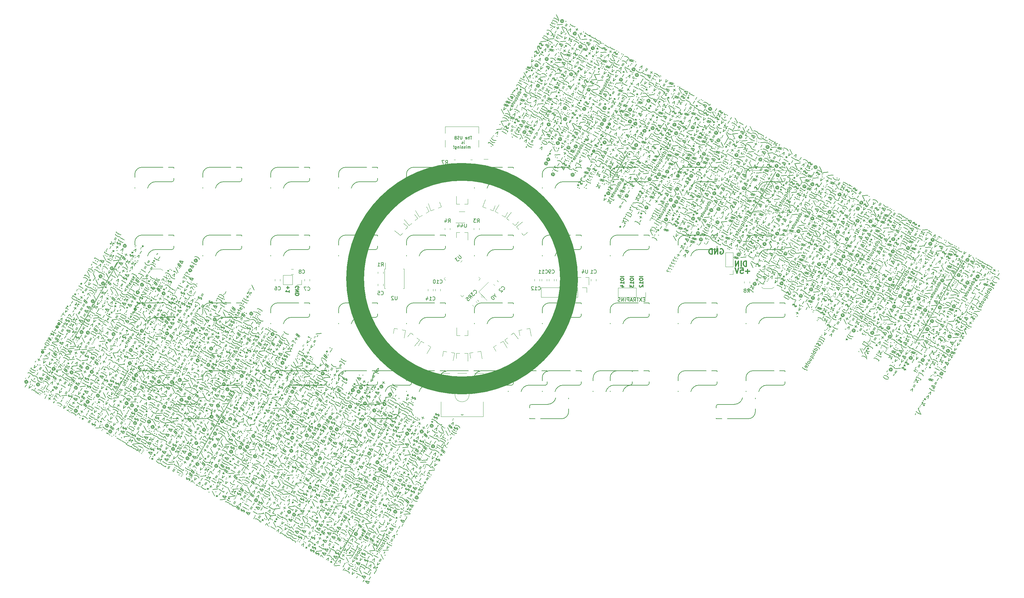
<source format=gbr>
%TF.GenerationSoftware,KiCad,Pcbnew,7.0.8*%
%TF.CreationDate,2023-10-05T16:55:04+02:00*%
%TF.ProjectId,Endeavour-2,456e6465-6176-46f7-9572-2d322e6b6963,rev?*%
%TF.SameCoordinates,Original*%
%TF.FileFunction,Legend,Bot*%
%TF.FilePolarity,Positive*%
%FSLAX46Y46*%
G04 Gerber Fmt 4.6, Leading zero omitted, Abs format (unit mm)*
G04 Created by KiCad (PCBNEW 7.0.8) date 2023-10-05 16:55:04*
%MOMM*%
%LPD*%
G01*
G04 APERTURE LIST*
%ADD10C,0.200000*%
%ADD11C,5.000000*%
%ADD12C,0.150000*%
%ADD13C,0.250000*%
%ADD14C,0.300000*%
%ADD15C,0.120000*%
G04 APERTURE END LIST*
D10*
X176715000Y-59870000D02*
G75*
G03*
X176715000Y-59870000I-30000000J0D01*
G01*
D11*
X176715000Y-59870000D02*
G75*
G03*
X176715000Y-59870000I-30000000J0D01*
G01*
D12*
X149453257Y-19886295D02*
X148996114Y-19886295D01*
X149224686Y-20686295D02*
X149224686Y-19886295D01*
X148729447Y-20686295D02*
X148729447Y-19886295D01*
X148386590Y-20686295D02*
X148386590Y-20267247D01*
X148386590Y-20267247D02*
X148424685Y-20191057D01*
X148424685Y-20191057D02*
X148500876Y-20152961D01*
X148500876Y-20152961D02*
X148615162Y-20152961D01*
X148615162Y-20152961D02*
X148691352Y-20191057D01*
X148691352Y-20191057D02*
X148729447Y-20229152D01*
X147700875Y-20648200D02*
X147777066Y-20686295D01*
X147777066Y-20686295D02*
X147929447Y-20686295D01*
X147929447Y-20686295D02*
X148005637Y-20648200D01*
X148005637Y-20648200D02*
X148043733Y-20572009D01*
X148043733Y-20572009D02*
X148043733Y-20267247D01*
X148043733Y-20267247D02*
X148005637Y-20191057D01*
X148005637Y-20191057D02*
X147929447Y-20152961D01*
X147929447Y-20152961D02*
X147777066Y-20152961D01*
X147777066Y-20152961D02*
X147700875Y-20191057D01*
X147700875Y-20191057D02*
X147662780Y-20267247D01*
X147662780Y-20267247D02*
X147662780Y-20343438D01*
X147662780Y-20343438D02*
X148043733Y-20419628D01*
X146710399Y-19886295D02*
X146710399Y-20533914D01*
X146710399Y-20533914D02*
X146672304Y-20610104D01*
X146672304Y-20610104D02*
X146634209Y-20648200D01*
X146634209Y-20648200D02*
X146558018Y-20686295D01*
X146558018Y-20686295D02*
X146405637Y-20686295D01*
X146405637Y-20686295D02*
X146329447Y-20648200D01*
X146329447Y-20648200D02*
X146291352Y-20610104D01*
X146291352Y-20610104D02*
X146253256Y-20533914D01*
X146253256Y-20533914D02*
X146253256Y-19886295D01*
X145910400Y-20648200D02*
X145796114Y-20686295D01*
X145796114Y-20686295D02*
X145605638Y-20686295D01*
X145605638Y-20686295D02*
X145529447Y-20648200D01*
X145529447Y-20648200D02*
X145491352Y-20610104D01*
X145491352Y-20610104D02*
X145453257Y-20533914D01*
X145453257Y-20533914D02*
X145453257Y-20457723D01*
X145453257Y-20457723D02*
X145491352Y-20381533D01*
X145491352Y-20381533D02*
X145529447Y-20343438D01*
X145529447Y-20343438D02*
X145605638Y-20305342D01*
X145605638Y-20305342D02*
X145758019Y-20267247D01*
X145758019Y-20267247D02*
X145834209Y-20229152D01*
X145834209Y-20229152D02*
X145872304Y-20191057D01*
X145872304Y-20191057D02*
X145910400Y-20114866D01*
X145910400Y-20114866D02*
X145910400Y-20038676D01*
X145910400Y-20038676D02*
X145872304Y-19962485D01*
X145872304Y-19962485D02*
X145834209Y-19924390D01*
X145834209Y-19924390D02*
X145758019Y-19886295D01*
X145758019Y-19886295D02*
X145567542Y-19886295D01*
X145567542Y-19886295D02*
X145453257Y-19924390D01*
X144843733Y-20267247D02*
X144729447Y-20305342D01*
X144729447Y-20305342D02*
X144691352Y-20343438D01*
X144691352Y-20343438D02*
X144653256Y-20419628D01*
X144653256Y-20419628D02*
X144653256Y-20533914D01*
X144653256Y-20533914D02*
X144691352Y-20610104D01*
X144691352Y-20610104D02*
X144729447Y-20648200D01*
X144729447Y-20648200D02*
X144805637Y-20686295D01*
X144805637Y-20686295D02*
X145110399Y-20686295D01*
X145110399Y-20686295D02*
X145110399Y-19886295D01*
X145110399Y-19886295D02*
X144843733Y-19886295D01*
X144843733Y-19886295D02*
X144767542Y-19924390D01*
X144767542Y-19924390D02*
X144729447Y-19962485D01*
X144729447Y-19962485D02*
X144691352Y-20038676D01*
X144691352Y-20038676D02*
X144691352Y-20114866D01*
X144691352Y-20114866D02*
X144729447Y-20191057D01*
X144729447Y-20191057D02*
X144767542Y-20229152D01*
X144767542Y-20229152D02*
X144843733Y-20267247D01*
X144843733Y-20267247D02*
X145110399Y-20267247D01*
X147338970Y-21974295D02*
X147338970Y-21440961D01*
X147338970Y-21174295D02*
X147377066Y-21212390D01*
X147377066Y-21212390D02*
X147338970Y-21250485D01*
X147338970Y-21250485D02*
X147300875Y-21212390D01*
X147300875Y-21212390D02*
X147338970Y-21174295D01*
X147338970Y-21174295D02*
X147338970Y-21250485D01*
X146996114Y-21936200D02*
X146919923Y-21974295D01*
X146919923Y-21974295D02*
X146767542Y-21974295D01*
X146767542Y-21974295D02*
X146691352Y-21936200D01*
X146691352Y-21936200D02*
X146653256Y-21860009D01*
X146653256Y-21860009D02*
X146653256Y-21821914D01*
X146653256Y-21821914D02*
X146691352Y-21745723D01*
X146691352Y-21745723D02*
X146767542Y-21707628D01*
X146767542Y-21707628D02*
X146881828Y-21707628D01*
X146881828Y-21707628D02*
X146958018Y-21669533D01*
X146958018Y-21669533D02*
X146996114Y-21593342D01*
X146996114Y-21593342D02*
X146996114Y-21555247D01*
X146996114Y-21555247D02*
X146958018Y-21479057D01*
X146958018Y-21479057D02*
X146881828Y-21440961D01*
X146881828Y-21440961D02*
X146767542Y-21440961D01*
X146767542Y-21440961D02*
X146691352Y-21479057D01*
X148996113Y-23262295D02*
X148996113Y-22728961D01*
X148996113Y-22805152D02*
X148958018Y-22767057D01*
X148958018Y-22767057D02*
X148881828Y-22728961D01*
X148881828Y-22728961D02*
X148767542Y-22728961D01*
X148767542Y-22728961D02*
X148691351Y-22767057D01*
X148691351Y-22767057D02*
X148653256Y-22843247D01*
X148653256Y-22843247D02*
X148653256Y-23262295D01*
X148653256Y-22843247D02*
X148615161Y-22767057D01*
X148615161Y-22767057D02*
X148538970Y-22728961D01*
X148538970Y-22728961D02*
X148424685Y-22728961D01*
X148424685Y-22728961D02*
X148348494Y-22767057D01*
X148348494Y-22767057D02*
X148310399Y-22843247D01*
X148310399Y-22843247D02*
X148310399Y-23262295D01*
X147929446Y-23262295D02*
X147929446Y-22728961D01*
X147929446Y-22462295D02*
X147967542Y-22500390D01*
X147967542Y-22500390D02*
X147929446Y-22538485D01*
X147929446Y-22538485D02*
X147891351Y-22500390D01*
X147891351Y-22500390D02*
X147929446Y-22462295D01*
X147929446Y-22462295D02*
X147929446Y-22538485D01*
X147586590Y-23224200D02*
X147510399Y-23262295D01*
X147510399Y-23262295D02*
X147358018Y-23262295D01*
X147358018Y-23262295D02*
X147281828Y-23224200D01*
X147281828Y-23224200D02*
X147243732Y-23148009D01*
X147243732Y-23148009D02*
X147243732Y-23109914D01*
X147243732Y-23109914D02*
X147281828Y-23033723D01*
X147281828Y-23033723D02*
X147358018Y-22995628D01*
X147358018Y-22995628D02*
X147472304Y-22995628D01*
X147472304Y-22995628D02*
X147548494Y-22957533D01*
X147548494Y-22957533D02*
X147586590Y-22881342D01*
X147586590Y-22881342D02*
X147586590Y-22843247D01*
X147586590Y-22843247D02*
X147548494Y-22767057D01*
X147548494Y-22767057D02*
X147472304Y-22728961D01*
X147472304Y-22728961D02*
X147358018Y-22728961D01*
X147358018Y-22728961D02*
X147281828Y-22767057D01*
X146938971Y-23224200D02*
X146862780Y-23262295D01*
X146862780Y-23262295D02*
X146710399Y-23262295D01*
X146710399Y-23262295D02*
X146634209Y-23224200D01*
X146634209Y-23224200D02*
X146596113Y-23148009D01*
X146596113Y-23148009D02*
X146596113Y-23109914D01*
X146596113Y-23109914D02*
X146634209Y-23033723D01*
X146634209Y-23033723D02*
X146710399Y-22995628D01*
X146710399Y-22995628D02*
X146824685Y-22995628D01*
X146824685Y-22995628D02*
X146900875Y-22957533D01*
X146900875Y-22957533D02*
X146938971Y-22881342D01*
X146938971Y-22881342D02*
X146938971Y-22843247D01*
X146938971Y-22843247D02*
X146900875Y-22767057D01*
X146900875Y-22767057D02*
X146824685Y-22728961D01*
X146824685Y-22728961D02*
X146710399Y-22728961D01*
X146710399Y-22728961D02*
X146634209Y-22767057D01*
X146253256Y-23262295D02*
X146253256Y-22728961D01*
X146253256Y-22462295D02*
X146291352Y-22500390D01*
X146291352Y-22500390D02*
X146253256Y-22538485D01*
X146253256Y-22538485D02*
X146215161Y-22500390D01*
X146215161Y-22500390D02*
X146253256Y-22462295D01*
X146253256Y-22462295D02*
X146253256Y-22538485D01*
X145872304Y-22728961D02*
X145872304Y-23262295D01*
X145872304Y-22805152D02*
X145834209Y-22767057D01*
X145834209Y-22767057D02*
X145758019Y-22728961D01*
X145758019Y-22728961D02*
X145643733Y-22728961D01*
X145643733Y-22728961D02*
X145567542Y-22767057D01*
X145567542Y-22767057D02*
X145529447Y-22843247D01*
X145529447Y-22843247D02*
X145529447Y-23262295D01*
X144805637Y-22728961D02*
X144805637Y-23376580D01*
X144805637Y-23376580D02*
X144843732Y-23452771D01*
X144843732Y-23452771D02*
X144881828Y-23490866D01*
X144881828Y-23490866D02*
X144958018Y-23528961D01*
X144958018Y-23528961D02*
X145072304Y-23528961D01*
X145072304Y-23528961D02*
X145148494Y-23490866D01*
X144805637Y-23224200D02*
X144881828Y-23262295D01*
X144881828Y-23262295D02*
X145034209Y-23262295D01*
X145034209Y-23262295D02*
X145110399Y-23224200D01*
X145110399Y-23224200D02*
X145148494Y-23186104D01*
X145148494Y-23186104D02*
X145186590Y-23109914D01*
X145186590Y-23109914D02*
X145186590Y-22881342D01*
X145186590Y-22881342D02*
X145148494Y-22805152D01*
X145148494Y-22805152D02*
X145110399Y-22767057D01*
X145110399Y-22767057D02*
X145034209Y-22728961D01*
X145034209Y-22728961D02*
X144881828Y-22728961D01*
X144881828Y-22728961D02*
X144805637Y-22767057D01*
X144424684Y-23186104D02*
X144386589Y-23224200D01*
X144386589Y-23224200D02*
X144424684Y-23262295D01*
X144424684Y-23262295D02*
X144462780Y-23224200D01*
X144462780Y-23224200D02*
X144424684Y-23186104D01*
X144424684Y-23186104D02*
X144424684Y-23262295D01*
X144424684Y-22957533D02*
X144462780Y-22500390D01*
X144462780Y-22500390D02*
X144424684Y-22462295D01*
X144424684Y-22462295D02*
X144386589Y-22500390D01*
X144386589Y-22500390D02*
X144424684Y-22957533D01*
X144424684Y-22957533D02*
X144424684Y-22462295D01*
D13*
X194809619Y-59228968D02*
X193809619Y-59228968D01*
X193809619Y-59895634D02*
X193809619Y-60086110D01*
X193809619Y-60086110D02*
X193857238Y-60181348D01*
X193857238Y-60181348D02*
X193952476Y-60276586D01*
X193952476Y-60276586D02*
X194142952Y-60324205D01*
X194142952Y-60324205D02*
X194476285Y-60324205D01*
X194476285Y-60324205D02*
X194666761Y-60276586D01*
X194666761Y-60276586D02*
X194762000Y-60181348D01*
X194762000Y-60181348D02*
X194809619Y-60086110D01*
X194809619Y-60086110D02*
X194809619Y-59895634D01*
X194809619Y-59895634D02*
X194762000Y-59800396D01*
X194762000Y-59800396D02*
X194666761Y-59705158D01*
X194666761Y-59705158D02*
X194476285Y-59657539D01*
X194476285Y-59657539D02*
X194142952Y-59657539D01*
X194142952Y-59657539D02*
X193952476Y-59705158D01*
X193952476Y-59705158D02*
X193857238Y-59800396D01*
X193857238Y-59800396D02*
X193809619Y-59895634D01*
X194809619Y-61276586D02*
X194809619Y-60705158D01*
X194809619Y-60990872D02*
X193809619Y-60990872D01*
X193809619Y-60990872D02*
X193952476Y-60895634D01*
X193952476Y-60895634D02*
X194047714Y-60800396D01*
X194047714Y-60800396D02*
X194095333Y-60705158D01*
X193809619Y-61609920D02*
X193809619Y-62228967D01*
X193809619Y-62228967D02*
X194190571Y-61895634D01*
X194190571Y-61895634D02*
X194190571Y-62038491D01*
X194190571Y-62038491D02*
X194238190Y-62133729D01*
X194238190Y-62133729D02*
X194285809Y-62181348D01*
X194285809Y-62181348D02*
X194381047Y-62228967D01*
X194381047Y-62228967D02*
X194619142Y-62228967D01*
X194619142Y-62228967D02*
X194714380Y-62181348D01*
X194714380Y-62181348D02*
X194762000Y-62133729D01*
X194762000Y-62133729D02*
X194809619Y-62038491D01*
X194809619Y-62038491D02*
X194809619Y-61752777D01*
X194809619Y-61752777D02*
X194762000Y-61657539D01*
X194762000Y-61657539D02*
X194714380Y-61609920D01*
D10*
X173097754Y14315538D02*
X173782644Y12930373D01*
X173692076Y12487791D02*
X173811123Y12693987D01*
X173811123Y12693987D02*
X172573944Y13408273D01*
X172573944Y13408273D02*
X172454897Y13202076D01*
X173399981Y11886630D02*
X173423791Y11927870D01*
X173423791Y11927870D02*
X173430171Y12034158D01*
X173430171Y12034158D02*
X173371502Y12123016D01*
X173371502Y12123016D02*
X172959109Y12361111D01*
X172959109Y12361111D02*
X172900440Y12449970D01*
X172900440Y12449970D02*
X172906819Y12556258D01*
X172906819Y12556258D02*
X172817961Y12497589D01*
X172817961Y12497589D02*
X172711673Y12503969D01*
X172711673Y12503969D02*
X172299280Y12742064D01*
X172299280Y12742064D02*
X172192992Y12748444D01*
X172192992Y12748444D02*
X172104133Y12689774D01*
X172104133Y12689774D02*
X172080324Y12648535D01*
X172725684Y11671093D02*
X172743113Y11606044D01*
X172743113Y11606044D02*
X172808162Y11623474D01*
X172808162Y11623474D02*
X172790732Y11688523D01*
X172790732Y11688523D02*
X172725684Y11671093D01*
X172725684Y11671093D02*
X172808162Y11623474D01*
X172078614Y12264622D02*
X171989756Y12205953D01*
X171989756Y12205953D02*
X171870708Y11999756D01*
X171870708Y11999756D02*
X171864328Y11893468D01*
X171864328Y11893468D02*
X171922997Y11804610D01*
X171922997Y11804610D02*
X172005476Y11756991D01*
X172005476Y11756991D02*
X172111764Y11750611D01*
X172111764Y11750611D02*
X172176813Y11768041D01*
X172176813Y11768041D02*
X172265671Y11826710D01*
X172265671Y11826710D02*
X172330720Y11844139D01*
X172330720Y11844139D02*
X172437008Y11837760D01*
X172437008Y11837760D02*
X172478248Y11813950D01*
X172787313Y10920696D02*
X172668266Y10714500D01*
X172668266Y10714500D02*
X171431087Y11428785D01*
X171431087Y11428785D02*
X171550134Y11634982D01*
X172035207Y10475153D02*
X172052637Y10410104D01*
X172052637Y10410104D02*
X172117686Y10427534D01*
X172117686Y10427534D02*
X172100256Y10492583D01*
X172100256Y10492583D02*
X172035207Y10475153D01*
X172035207Y10475153D02*
X172117686Y10427534D01*
X171581575Y10737058D02*
X171599005Y10672009D01*
X171599005Y10672009D02*
X171664053Y10689438D01*
X171664053Y10689438D02*
X171646624Y10754487D01*
X171646624Y10754487D02*
X171581575Y10737058D01*
X171581575Y10737058D02*
X171664053Y10689438D01*
X171797112Y10062760D02*
X171814542Y9997711D01*
X171814542Y9997711D02*
X171879591Y10015141D01*
X171879591Y10015141D02*
X171862161Y10080190D01*
X171862161Y10080190D02*
X171797112Y10062760D01*
X171797112Y10062760D02*
X171879591Y10015141D01*
X171828553Y9164836D02*
X171811123Y9229885D01*
X171811123Y9229885D02*
X171735024Y9383792D01*
X171735024Y9383792D02*
X171676355Y9472651D01*
X171676355Y9472651D02*
X171576447Y9585319D01*
X171576447Y9585319D02*
X171394060Y9745606D01*
X171394060Y9745606D02*
X171229103Y9840844D01*
X171229103Y9840844D02*
X170999097Y9918652D01*
X170999097Y9918652D02*
X170851569Y9948841D01*
X170851569Y9948841D02*
X170745281Y9955221D01*
X170745281Y9955221D02*
X170573944Y9944171D01*
X170573944Y9944171D02*
X170508895Y9926741D01*
X170978248Y9215874D02*
X170597295Y8556045D01*
X171117686Y8695483D02*
X170457857Y9076436D01*
X170876172Y7515264D02*
X170858742Y7580313D01*
X170858742Y7580313D02*
X170782643Y7734220D01*
X170782643Y7734220D02*
X170723974Y7823079D01*
X170723974Y7823079D02*
X170624066Y7935746D01*
X170624066Y7935746D02*
X170441679Y8096033D01*
X170441679Y8096033D02*
X170276722Y8191271D01*
X170276722Y8191271D02*
X170046716Y8269080D01*
X170046716Y8269080D02*
X169899188Y8299269D01*
X169899188Y8299269D02*
X169792900Y8305649D01*
X169792900Y8305649D02*
X169621563Y8294599D01*
X169621563Y8294599D02*
X169556514Y8277169D01*
X170692075Y7291638D02*
X170573028Y7085441D01*
X170573028Y7085441D02*
X169335849Y7799727D01*
X169335849Y7799727D02*
X169454896Y8005923D01*
X168758040Y6703695D02*
X170300073Y6803145D01*
X169481208Y5956259D02*
X169451019Y5808732D01*
X169451019Y5808732D02*
X169331972Y5602535D01*
X169331972Y5602535D02*
X169243113Y5543866D01*
X169243113Y5543866D02*
X169178064Y5526436D01*
X169178064Y5526436D02*
X169071776Y5532816D01*
X169071776Y5532816D02*
X168989298Y5580435D01*
X168989298Y5580435D02*
X168930629Y5669294D01*
X168930629Y5669294D02*
X168913199Y5734342D01*
X168913199Y5734342D02*
X168919578Y5840630D01*
X168919578Y5840630D02*
X168973577Y6029397D01*
X168973577Y6029397D02*
X168979957Y6135685D01*
X168979957Y6135685D02*
X168962527Y6200734D01*
X168962527Y6200734D02*
X168903858Y6289593D01*
X168903858Y6289593D02*
X168821380Y6337212D01*
X168821380Y6337212D02*
X168715091Y6343591D01*
X168715091Y6343591D02*
X168650043Y6326162D01*
X168650043Y6326162D02*
X168561184Y6267492D01*
X168561184Y6267492D02*
X168442137Y6061296D01*
X168442137Y6061296D02*
X168411947Y5913769D01*
X168389847Y6256442D02*
X169503308Y5613585D01*
X169005018Y5131473D02*
X168974829Y4983946D01*
X168974829Y4983946D02*
X168855781Y4777749D01*
X168855781Y4777749D02*
X168766923Y4719080D01*
X168766923Y4719080D02*
X168701874Y4701650D01*
X168701874Y4701650D02*
X168595586Y4708030D01*
X168595586Y4708030D02*
X168513107Y4755649D01*
X168513107Y4755649D02*
X168454438Y4844507D01*
X168454438Y4844507D02*
X168437008Y4909556D01*
X168437008Y4909556D02*
X168443388Y5015844D01*
X168443388Y5015844D02*
X168497387Y5204611D01*
X168497387Y5204611D02*
X168503767Y5310899D01*
X168503767Y5310899D02*
X168486337Y5375948D01*
X168486337Y5375948D02*
X168427668Y5464806D01*
X168427668Y5464806D02*
X168345189Y5512425D01*
X168345189Y5512425D02*
X168238901Y5518805D01*
X168238901Y5518805D02*
X168173852Y5501375D01*
X168173852Y5501375D02*
X168084994Y5442706D01*
X168084994Y5442706D02*
X167965946Y5236510D01*
X167965946Y5236510D02*
X167935757Y5088982D01*
X167913657Y5431656D02*
X169027118Y4788799D01*
X167764420Y5077932D02*
X168449310Y3692768D01*
X168195494Y3729336D02*
X168165305Y3581809D01*
X168165305Y3581809D02*
X168046257Y3375612D01*
X168046257Y3375612D02*
X167957399Y3316943D01*
X167957399Y3316943D02*
X167892350Y3299514D01*
X167892350Y3299514D02*
X167786062Y3305893D01*
X167786062Y3305893D02*
X167703583Y3353512D01*
X167703583Y3353512D02*
X167644914Y3442371D01*
X167644914Y3442371D02*
X167627484Y3507420D01*
X167627484Y3507420D02*
X167633864Y3613708D01*
X167633864Y3613708D02*
X167687863Y3802474D01*
X167687863Y3802474D02*
X167694243Y3908763D01*
X167694243Y3908763D02*
X167676813Y3973811D01*
X167676813Y3973811D02*
X167618144Y4062670D01*
X167618144Y4062670D02*
X167535665Y4110289D01*
X167535665Y4110289D02*
X167429377Y4116668D01*
X167429377Y4116668D02*
X167364328Y4099239D01*
X167364328Y4099239D02*
X167275470Y4040570D01*
X167275470Y4040570D02*
X167156422Y3834373D01*
X167156422Y3834373D02*
X167126233Y3686846D01*
X167104133Y4029520D02*
X168217594Y3386662D01*
X167159383Y3172835D02*
X167025866Y2370149D01*
X167025866Y2370149D02*
X167654255Y2887120D01*
X166281850Y2414807D02*
X166334139Y2219661D01*
X166349859Y1770699D02*
X166216343Y968013D01*
X166216343Y968013D02*
X166844731Y1484985D01*
X166225684Y412763D02*
X166243113Y347714D01*
X166243113Y347714D02*
X166308162Y365144D01*
X166308162Y365144D02*
X166290732Y430193D01*
X166290732Y430193D02*
X166225684Y412763D01*
X166225684Y412763D02*
X166308162Y365144D01*
X166350773Y65614D02*
X166046011Y-462248D01*
X165441957Y-289452D02*
X165156243Y-784323D01*
X165030749Y-315972D02*
X166035803Y-632309D01*
X165491261Y-889769D02*
X165776976Y-394897D01*
X165902470Y-863249D02*
X164897415Y-546912D01*
X165753825Y-1349281D02*
X165658587Y-1514238D01*
X165658587Y-1514238D02*
X164668844Y-942809D01*
X164668844Y-942809D02*
X164764082Y-777852D01*
X164756243Y-1477143D02*
X164649430Y-2119292D01*
X164649430Y-2119292D02*
X165152141Y-1705715D01*
X164097416Y-1932552D02*
X164645327Y-3040684D01*
X164093313Y-2853944D02*
X163788551Y-3381807D01*
X163986500Y-3496092D02*
X164291262Y-2968229D01*
X164230016Y-3988595D02*
X164134778Y-4153552D01*
X164134778Y-4153552D02*
X163145035Y-3582124D01*
X163145035Y-3582124D02*
X163240273Y-3417167D01*
X163571189Y-4444004D02*
X163585132Y-4496043D01*
X163585132Y-4496043D02*
X163637172Y-4482099D01*
X163637172Y-4482099D02*
X163623228Y-4430060D01*
X163623228Y-4430060D02*
X163571189Y-4444004D01*
X163571189Y-4444004D02*
X163637172Y-4482099D01*
X163053533Y-3969181D02*
X162982446Y-4016116D01*
X162982446Y-4016116D02*
X162887208Y-4181073D01*
X162887208Y-4181073D02*
X162882105Y-4266104D01*
X162882105Y-4266104D02*
X162929040Y-4337191D01*
X162929040Y-4337191D02*
X162995023Y-4375286D01*
X162995023Y-4375286D02*
X163080053Y-4380390D01*
X163080053Y-4380390D02*
X163132092Y-4366446D01*
X163132092Y-4366446D02*
X163203179Y-4319510D01*
X163203179Y-4319510D02*
X163255218Y-4305567D01*
X163255218Y-4305567D02*
X163340249Y-4310670D01*
X163340249Y-4310670D02*
X163373240Y-4329718D01*
X163487159Y-5275261D02*
X162497416Y-4703832D01*
X163120151Y-5987129D02*
X163106207Y-5935090D01*
X163106207Y-5935090D02*
X163045328Y-5811964D01*
X163045328Y-5811964D02*
X162998393Y-5740878D01*
X162998393Y-5740878D02*
X162918466Y-5650743D01*
X162918466Y-5650743D02*
X162772556Y-5522514D01*
X162772556Y-5522514D02*
X162640590Y-5446323D01*
X162640590Y-5446323D02*
X162456586Y-5384077D01*
X162456586Y-5384077D02*
X162338564Y-5359925D01*
X162338564Y-5359925D02*
X162253533Y-5354821D01*
X162253533Y-5354821D02*
X162116464Y-5363662D01*
X162116464Y-5363662D02*
X162064425Y-5377605D01*
X162035170Y-5580658D02*
X162077001Y-5736775D01*
X161784815Y-6623808D02*
X162287526Y-6210230D01*
X162287526Y-6210230D02*
X162180713Y-6852379D01*
X161306256Y-6919363D02*
X161471213Y-7014601D01*
X161500469Y-6811548D02*
X161471213Y-7014601D01*
X161471213Y-7014601D02*
X161309992Y-7141463D01*
X161660322Y-6991817D02*
X161471213Y-7014601D01*
X161471213Y-7014601D02*
X161546036Y-7189766D01*
X161181763Y-7287373D02*
X161006598Y-7362196D01*
X161006598Y-7362196D02*
X161029382Y-7551304D01*
X160854217Y-7626127D02*
X160896048Y-7782244D01*
X161520151Y-8758410D02*
X161506207Y-8706371D01*
X161506207Y-8706371D02*
X161445328Y-8583246D01*
X161445328Y-8583246D02*
X161398393Y-8512159D01*
X161398393Y-8512159D02*
X161318466Y-8422025D01*
X161318466Y-8422025D02*
X161172556Y-8293795D01*
X161172556Y-8293795D02*
X161040590Y-8217605D01*
X161040590Y-8217605D02*
X160856586Y-8155358D01*
X160856586Y-8155358D02*
X160738564Y-8131207D01*
X160738564Y-8131207D02*
X160653533Y-8126103D01*
X160653533Y-8126103D02*
X160516464Y-8134943D01*
X160516464Y-8134943D02*
X160464425Y-8148887D01*
X160780029Y-9430815D02*
X160799077Y-9397824D01*
X160799077Y-9397824D02*
X160804180Y-9312793D01*
X160804180Y-9312793D02*
X160762349Y-9156676D01*
X160762349Y-9156676D02*
X160659638Y-8877433D01*
X160659638Y-8877433D02*
X160598759Y-8754307D01*
X160598759Y-8754307D02*
X160518832Y-8664173D01*
X160518832Y-8664173D02*
X160452850Y-8626078D01*
X160452850Y-8626078D02*
X160367819Y-8620974D01*
X160367819Y-8620974D02*
X160296732Y-8667909D01*
X160296732Y-8667909D02*
X160277685Y-8700901D01*
X160277685Y-8700901D02*
X160272581Y-8785931D01*
X160272581Y-8785931D02*
X160319516Y-8857018D01*
X160319516Y-8857018D02*
X160352508Y-8876066D01*
X160352508Y-8876066D02*
X160437538Y-8881169D01*
X160437538Y-8881169D02*
X160489577Y-8867226D01*
X160489577Y-8867226D02*
X160735829Y-8745467D01*
X160735829Y-8745467D02*
X160787868Y-8731524D01*
X160787868Y-8731524D02*
X160872898Y-8736627D01*
X160872898Y-8736627D02*
X160971873Y-8793770D01*
X160971873Y-8793770D02*
X161018808Y-8864857D01*
X161018808Y-8864857D02*
X161032752Y-8916896D01*
X161032752Y-8916896D02*
X161027648Y-9001927D01*
X161027648Y-9001927D02*
X160970505Y-9100901D01*
X160970505Y-9100901D02*
X160899418Y-9147836D01*
X160899418Y-9147836D02*
X160847379Y-9161780D01*
X160847379Y-9161780D02*
X160658271Y-9184564D01*
X160658271Y-9184564D02*
X160540249Y-9160412D01*
X160540249Y-9160412D02*
X160474266Y-9122317D01*
X160866649Y-9821737D02*
X160801600Y-9839167D01*
X160801600Y-9839167D02*
X160630263Y-9850217D01*
X160630263Y-9850217D02*
X160523975Y-9843837D01*
X160523975Y-9843837D02*
X160376448Y-9813648D01*
X160376448Y-9813648D02*
X160146442Y-9735839D01*
X160146442Y-9735839D02*
X159981485Y-9640601D01*
X159981485Y-9640601D02*
X159799098Y-9480314D01*
X159799098Y-9480314D02*
X159699189Y-9367647D01*
X159699189Y-9367647D02*
X159640520Y-9278788D01*
X159640520Y-9278788D02*
X159564421Y-9124881D01*
X159564421Y-9124881D02*
X159546991Y-9059832D01*
X159602241Y-9916517D02*
X159245099Y-10535107D01*
X159088231Y-9949667D02*
X160344549Y-10345089D01*
X159663871Y-10666914D02*
X160021014Y-10048324D01*
X160177882Y-10633764D02*
X158921564Y-10238343D01*
X159102241Y-10782543D02*
X158745099Y-11401132D01*
X158588231Y-10815693D02*
X159844549Y-11211114D01*
X159163871Y-11532939D02*
X159521014Y-10914350D01*
X159677882Y-11499789D02*
X158421564Y-11104368D01*
X158578432Y-11689807D02*
X158444915Y-12492493D01*
X158444915Y-12492493D02*
X159073304Y-11975522D01*
X157754897Y-12259068D02*
X158439787Y-13644233D01*
X174551975Y12376228D02*
X174534546Y12441277D01*
X174534546Y12441277D02*
X174540925Y12547565D01*
X174540925Y12547565D02*
X174588544Y12630043D01*
X174588544Y12630043D02*
X174677403Y12688712D01*
X174677403Y12688712D02*
X174742452Y12706142D01*
X174742452Y12706142D02*
X174848740Y12699763D01*
X174848740Y12699763D02*
X174931218Y12652143D01*
X174931218Y12652143D02*
X174989887Y12563285D01*
X174989887Y12563285D02*
X175007317Y12498236D01*
X175007317Y12498236D02*
X175000937Y12391948D01*
X175000937Y12391948D02*
X174953318Y12309470D01*
X174953318Y12309470D02*
X174864460Y12250800D01*
X174864460Y12250800D02*
X174799411Y12233371D01*
X174469497Y12423847D02*
X174799411Y12233371D01*
X174799411Y12233371D02*
X174816841Y12168322D01*
X174816841Y12168322D02*
X174793031Y12127083D01*
X174793031Y12127083D02*
X174704173Y12068413D01*
X174704173Y12068413D02*
X174597885Y12074793D01*
X174597885Y12074793D02*
X174391688Y12193841D01*
X174391688Y12193841D02*
X174315590Y12347748D01*
X174315590Y12347748D02*
X174304540Y12519085D01*
X174304540Y12519085D02*
X174358538Y12707852D01*
X174358538Y12707852D02*
X174495016Y12848999D01*
X174495016Y12848999D02*
X174648923Y12925098D01*
X174648923Y12925098D02*
X174820260Y12936148D01*
X174820260Y12936148D02*
X175009027Y12882150D01*
X175009027Y12882150D02*
X175150174Y12745672D01*
X175150174Y12745672D02*
X175226273Y12591765D01*
X175226273Y12591765D02*
X175237323Y12420428D01*
X175237323Y12420428D02*
X175183324Y12231661D01*
X175183324Y12231661D02*
X175046847Y12090514D01*
X175046847Y12090514D02*
X174892940Y12014415D01*
X173366628Y11466003D02*
X174908660Y11565453D01*
X173777311Y10843994D02*
X173396359Y10184165D01*
X173916750Y10323603D02*
X173256921Y10704556D01*
X173158264Y9771772D02*
X172777311Y9111943D01*
X172892940Y8550314D02*
X171645962Y8390485D01*
X171955486Y8926596D02*
X171949107Y8820308D01*
X171949107Y8820308D02*
X172007776Y8731449D01*
X172007776Y8731449D02*
X172114064Y8725070D01*
X172114064Y8725070D02*
X172202922Y8783739D01*
X172202922Y8783739D02*
X172209302Y8890027D01*
X172209302Y8890027D02*
X172150633Y8978885D01*
X172150633Y8978885D02*
X172044345Y8985265D01*
X172044345Y8985265D02*
X171955486Y8926596D01*
X172494558Y7955534D02*
X172388270Y7961913D01*
X172388270Y7961913D02*
X172329601Y8050772D01*
X172329601Y8050772D02*
X172335981Y8157060D01*
X172335981Y8157060D02*
X172424839Y8215729D01*
X172424839Y8215729D02*
X172531127Y8209349D01*
X172531127Y8209349D02*
X172589796Y8120491D01*
X172589796Y8120491D02*
X172583416Y8014203D01*
X172583416Y8014203D02*
X172494558Y7955534D01*
X171033295Y7424551D02*
X172575327Y7524002D01*
X171919711Y6197964D02*
X172038758Y6404161D01*
X172038758Y6404161D02*
X170801579Y7118446D01*
X170801579Y7118446D02*
X170682532Y6912250D01*
X171375510Y6017286D02*
X171416750Y5993477D01*
X171416750Y5993477D02*
X171523038Y5987097D01*
X171523038Y5987097D02*
X171588087Y6004527D01*
X170904448Y6344240D02*
X170921878Y6279191D01*
X170921878Y6279191D02*
X170986927Y6296621D01*
X170986927Y6296621D02*
X170969497Y6361670D01*
X170969497Y6361670D02*
X170904448Y6344240D01*
X170904448Y6344240D02*
X170986927Y6296621D01*
X170797702Y4921255D02*
X170821512Y4962495D01*
X170821512Y4962495D02*
X170827892Y5068783D01*
X170827892Y5068783D02*
X170775602Y5263929D01*
X170775602Y5263929D02*
X170647214Y5612983D01*
X170647214Y5612983D02*
X170571115Y5766890D01*
X170571115Y5766890D02*
X170471207Y5879558D01*
X170471207Y5879558D02*
X170388728Y5927177D01*
X170388728Y5927177D02*
X170282440Y5933557D01*
X170282440Y5933557D02*
X170193582Y5874888D01*
X170193582Y5874888D02*
X170169772Y5833648D01*
X170169772Y5833648D02*
X170163392Y5727360D01*
X170163392Y5727360D02*
X170222061Y5638502D01*
X170222061Y5638502D02*
X170263301Y5614692D01*
X170263301Y5614692D02*
X170369589Y5608313D01*
X170369589Y5608313D02*
X170434638Y5625742D01*
X170434638Y5625742D02*
X170742452Y5777940D01*
X170742452Y5777940D02*
X170807501Y5795370D01*
X170807501Y5795370D02*
X170913789Y5788990D01*
X170913789Y5788990D02*
X171037507Y5717562D01*
X171037507Y5717562D02*
X171096176Y5628703D01*
X171096176Y5628703D02*
X171113606Y5563654D01*
X171113606Y5563654D02*
X171107226Y5457366D01*
X171107226Y5457366D02*
X171035798Y5333648D01*
X171035798Y5333648D02*
X170946939Y5274979D01*
X170946939Y5274979D02*
X170881890Y5257549D01*
X170881890Y5257549D02*
X170645505Y5229070D01*
X170645505Y5229070D02*
X170497977Y5259259D01*
X170497977Y5259259D02*
X170415499Y5306878D01*
X169625114Y4223606D02*
X170253502Y4740578D01*
X170253502Y4740578D02*
X170119986Y3937892D01*
X169026915Y3854162D02*
X169233112Y3735114D01*
X169269681Y3988930D02*
X169233112Y3735114D01*
X169233112Y3735114D02*
X169031586Y3576537D01*
X169469498Y3763594D02*
X169233112Y3735114D01*
X169233112Y3735114D02*
X169326640Y3516158D01*
X169500938Y2865670D02*
X169518368Y2800621D01*
X169518368Y2800621D02*
X169583417Y2818051D01*
X169583417Y2818051D02*
X169565987Y2883100D01*
X169565987Y2883100D02*
X169500938Y2865670D01*
X169500938Y2865670D02*
X169583417Y2818051D01*
X169253502Y3008527D02*
X168782440Y3335481D01*
X168782440Y3335481D02*
X168717391Y3318051D01*
X168717391Y3318051D02*
X168734821Y3253002D01*
X168734821Y3253002D02*
X169253502Y3008527D01*
X169253502Y3008527D02*
X168717391Y3318051D01*
X168633203Y2981757D02*
X168414247Y2888228D01*
X168414247Y2888228D02*
X168442727Y2651843D01*
X168101305Y1584291D02*
X168729693Y2101262D01*
X168729693Y2101262D02*
X168596176Y1298576D01*
X168627617Y400652D02*
X168651427Y441892D01*
X168651427Y441892D02*
X168657806Y548180D01*
X168657806Y548180D02*
X168599137Y637038D01*
X168599137Y637038D02*
X168186744Y875133D01*
X168186744Y875133D02*
X168128075Y963992D01*
X168128075Y963992D02*
X168134455Y1070280D01*
X168134455Y1070280D02*
X168045596Y1011611D01*
X168045596Y1011611D02*
X167939308Y1017991D01*
X167939308Y1017991D02*
X167526915Y1256086D01*
X167526915Y1256086D02*
X167420627Y1262466D01*
X167420627Y1262466D02*
X167331769Y1203797D01*
X167331769Y1203797D02*
X167307959Y1162557D01*
X167385309Y-36801D02*
X167367880Y28247D01*
X167367880Y28247D02*
X167374259Y134535D01*
X167374259Y134535D02*
X167421878Y217014D01*
X167421878Y217014D02*
X167510737Y275683D01*
X167510737Y275683D02*
X167575786Y293113D01*
X167575786Y293113D02*
X167682074Y286733D01*
X167682074Y286733D02*
X167764552Y239114D01*
X167764552Y239114D02*
X167823221Y150255D01*
X167823221Y150255D02*
X167840651Y85207D01*
X167840651Y85207D02*
X167834271Y-21080D01*
X167834271Y-21080D02*
X167786652Y-103559D01*
X167786652Y-103559D02*
X167697794Y-162228D01*
X167697794Y-162228D02*
X167632745Y-179658D01*
X167302831Y10817D02*
X167632745Y-179658D01*
X167632745Y-179658D02*
X167650175Y-244707D01*
X167650175Y-244707D02*
X167626365Y-285946D01*
X167626365Y-285946D02*
X167537507Y-344615D01*
X167537507Y-344615D02*
X167431219Y-338235D01*
X167431219Y-338235D02*
X167225022Y-219188D01*
X167225022Y-219188D02*
X167148924Y-65281D01*
X167148924Y-65281D02*
X167137874Y106055D01*
X167137874Y106055D02*
X167191872Y294822D01*
X167191872Y294822D02*
X167328350Y435970D01*
X167328350Y435970D02*
X167482257Y512069D01*
X167482257Y512069D02*
X167653594Y523119D01*
X167653594Y523119D02*
X167842361Y469120D01*
X167842361Y469120D02*
X167983508Y332642D01*
X167983508Y332642D02*
X168059607Y178735D01*
X168059607Y178735D02*
X168070657Y7398D01*
X168070657Y7398D02*
X168016658Y-181367D01*
X168016658Y-181367D02*
X167880181Y-322515D01*
X167880181Y-322515D02*
X167726274Y-398614D01*
X167310462Y-928345D02*
X167327892Y-993394D01*
X167327892Y-993394D02*
X167392941Y-975964D01*
X167392941Y-975964D02*
X167375511Y-910915D01*
X167375511Y-910915D02*
X167310462Y-928345D01*
X167310462Y-928345D02*
X167392941Y-975964D01*
X166663393Y-334816D02*
X166574534Y-393485D01*
X166574534Y-393485D02*
X166455487Y-599682D01*
X166455487Y-599682D02*
X166449107Y-705970D01*
X166449107Y-705970D02*
X166507776Y-794828D01*
X166507776Y-794828D02*
X166590255Y-842447D01*
X166590255Y-842447D02*
X166696543Y-848827D01*
X166696543Y-848827D02*
X166761592Y-831397D01*
X166761592Y-831397D02*
X166850450Y-772728D01*
X166850450Y-772728D02*
X166915499Y-755299D01*
X166915499Y-755299D02*
X167021787Y-761678D01*
X167021787Y-761678D02*
X167063026Y-785488D01*
X166098344Y-1218272D02*
X166304540Y-1337319D01*
X166341109Y-1083504D02*
X166304540Y-1337319D01*
X166304540Y-1337319D02*
X166103014Y-1495897D01*
X166540926Y-1308839D02*
X166304540Y-1337319D01*
X166304540Y-1337319D02*
X166398069Y-1556275D01*
X166856371Y-2095805D02*
X166475419Y-2755634D01*
X165315590Y-3240707D02*
X165943978Y-2723736D01*
X165943978Y-2723736D02*
X165810462Y-3526422D01*
X164873008Y-3150139D02*
X165557898Y-4535304D01*
X165239033Y-4516165D02*
X165256463Y-4581214D01*
X165256463Y-4581214D02*
X165321512Y-4563784D01*
X165321512Y-4563784D02*
X165304082Y-4498735D01*
X165304082Y-4498735D02*
X165239033Y-4516165D01*
X165239033Y-4516165D02*
X165321512Y-4563784D01*
X164785401Y-4254260D02*
X164802831Y-4319309D01*
X164802831Y-4319309D02*
X164867879Y-4301879D01*
X164867879Y-4301879D02*
X164850450Y-4236831D01*
X164850450Y-4236831D02*
X164785401Y-4254260D01*
X164785401Y-4254260D02*
X164867879Y-4301879D01*
X165253044Y-5349040D02*
X164015865Y-4634754D01*
X164808752Y-5642385D02*
X164427800Y-6302214D01*
X164372092Y-6874894D02*
X164491139Y-6668698D01*
X164491139Y-6668698D02*
X163253960Y-5954412D01*
X163253960Y-5954412D02*
X163134913Y-6160609D01*
X162955486Y-6661860D02*
X163161683Y-6780908D01*
X163198252Y-6527093D02*
X163161683Y-6780908D01*
X163161683Y-6780908D02*
X162960157Y-6939486D01*
X163398069Y-6752428D02*
X163161683Y-6780908D01*
X163161683Y-6780908D02*
X163255211Y-6999864D01*
X163113634Y-7808893D02*
X162420813Y-7408893D01*
X163080642Y-7789846D02*
X163151729Y-7742911D01*
X163151729Y-7742911D02*
X163227919Y-7610945D01*
X163227919Y-7610945D02*
X163233023Y-7525914D01*
X163233023Y-7525914D02*
X163219079Y-7473875D01*
X163219079Y-7473875D02*
X163172144Y-7402788D01*
X163172144Y-7402788D02*
X162974195Y-7288503D01*
X162974195Y-7288503D02*
X162889165Y-7283399D01*
X162889165Y-7283399D02*
X162837126Y-7297343D01*
X162837126Y-7297343D02*
X162766039Y-7344278D01*
X162766039Y-7344278D02*
X162689849Y-7476244D01*
X162689849Y-7476244D02*
X162684745Y-7561274D01*
X162923157Y-8138808D02*
X162230337Y-7738808D01*
X162494268Y-7891189D02*
X162423182Y-7938124D01*
X162423182Y-7938124D02*
X162346991Y-8070090D01*
X162346991Y-8070090D02*
X162341888Y-8155121D01*
X162341888Y-8155121D02*
X162355831Y-8207160D01*
X162355831Y-8207160D02*
X162402767Y-8278247D01*
X162402767Y-8278247D02*
X162600715Y-8392532D01*
X162600715Y-8392532D02*
X162685746Y-8397636D01*
X162685746Y-8397636D02*
X162737785Y-8383692D01*
X162737785Y-8383692D02*
X162808872Y-8336757D01*
X162808872Y-8336757D02*
X162885062Y-8204791D01*
X162885062Y-8204791D02*
X162890166Y-8119761D01*
X162504109Y-8864620D02*
X162509213Y-8779590D01*
X162509213Y-8779590D02*
X162462278Y-8708503D01*
X162462278Y-8708503D02*
X161868432Y-8365646D01*
X161718419Y-9158809D02*
X162411240Y-9558809D01*
X162147308Y-9406428D02*
X162218395Y-9359492D01*
X162218395Y-9359492D02*
X162294585Y-9227527D01*
X162294585Y-9227527D02*
X162299689Y-9142496D01*
X162299689Y-9142496D02*
X162285745Y-9090457D01*
X162285745Y-9090457D02*
X162238810Y-9019370D01*
X162238810Y-9019370D02*
X162040861Y-8905085D01*
X162040861Y-8905085D02*
X161955831Y-8899981D01*
X161955831Y-8899981D02*
X161903792Y-8913925D01*
X161903792Y-8913925D02*
X161832705Y-8960860D01*
X161832705Y-8960860D02*
X161756515Y-9092826D01*
X161756515Y-9092826D02*
X161751411Y-9177856D01*
X161356514Y-9785647D02*
X161818395Y-10052313D01*
X161527943Y-9488724D02*
X161890849Y-9698247D01*
X161890849Y-9698247D02*
X161937784Y-9769334D01*
X161937784Y-9769334D02*
X161932680Y-9854365D01*
X161932680Y-9854365D02*
X161875538Y-9953339D01*
X161875538Y-9953339D02*
X161804451Y-10000274D01*
X161804451Y-10000274D02*
X161752412Y-10014218D01*
X161570775Y-10481202D02*
X161575879Y-10396172D01*
X161575879Y-10396172D02*
X161561935Y-10344133D01*
X161561935Y-10344133D02*
X161515000Y-10273046D01*
X161515000Y-10273046D02*
X161317051Y-10158760D01*
X161317051Y-10158760D02*
X161232021Y-10153657D01*
X161232021Y-10153657D02*
X161179982Y-10167600D01*
X161179982Y-10167600D02*
X161108895Y-10214536D01*
X161108895Y-10214536D02*
X161051752Y-10313510D01*
X161051752Y-10313510D02*
X161046649Y-10398541D01*
X161046649Y-10398541D02*
X161060592Y-10450580D01*
X161060592Y-10450580D02*
X161107528Y-10521666D01*
X161107528Y-10521666D02*
X161305476Y-10635952D01*
X161305476Y-10635952D02*
X161390507Y-10641056D01*
X161390507Y-10641056D02*
X161442546Y-10627112D01*
X161442546Y-10627112D02*
X161513633Y-10580177D01*
X161513633Y-10580177D02*
X161570775Y-10481202D01*
X160861276Y-10643425D02*
X160708895Y-10907356D01*
X160573193Y-10609066D02*
X161167039Y-10951923D01*
X161167039Y-10951923D02*
X161213974Y-11023010D01*
X161213974Y-11023010D02*
X161208870Y-11108040D01*
X161208870Y-11108040D02*
X161170775Y-11174023D01*
X160852069Y-11649847D02*
X160923156Y-11602912D01*
X160923156Y-11602912D02*
X160999347Y-11470946D01*
X160999347Y-11470946D02*
X161004450Y-11385916D01*
X161004450Y-11385916D02*
X160957515Y-11314829D01*
X160957515Y-11314829D02*
X160693583Y-11162448D01*
X160693583Y-11162448D02*
X160608553Y-11157344D01*
X160608553Y-11157344D02*
X160537466Y-11204280D01*
X160537466Y-11204280D02*
X160461276Y-11336245D01*
X160461276Y-11336245D02*
X160456172Y-11421276D01*
X160456172Y-11421276D02*
X160503107Y-11492363D01*
X160503107Y-11492363D02*
X160569090Y-11530458D01*
X160569090Y-11530458D02*
X160825549Y-11238639D01*
X160344160Y-11851477D02*
X160210643Y-12654163D01*
X160210643Y-12654163D02*
X160839032Y-12137191D01*
X159520625Y-12420738D02*
X160205515Y-13805902D01*
X160156186Y-14272295D02*
X160138757Y-14207246D01*
X160138757Y-14207246D02*
X160062658Y-14053339D01*
X160062658Y-14053339D02*
X160003989Y-13964480D01*
X160003989Y-13964480D02*
X159904080Y-13851812D01*
X159904080Y-13851812D02*
X159721693Y-13691525D01*
X159721693Y-13691525D02*
X159556736Y-13596287D01*
X159556736Y-13596287D02*
X159326730Y-13518479D01*
X159326730Y-13518479D02*
X159179203Y-13488290D01*
X159179203Y-13488290D02*
X159072915Y-13481910D01*
X159072915Y-13481910D02*
X158901578Y-13492960D01*
X158901578Y-13492960D02*
X158836529Y-13510390D01*
X159781614Y-14825836D02*
X159900661Y-14619639D01*
X159900661Y-14619639D02*
X158663482Y-13905353D01*
X158663482Y-13905353D02*
X158544435Y-14111550D01*
X159489519Y-15426996D02*
X159472090Y-15361947D01*
X159472090Y-15361947D02*
X159395991Y-15208040D01*
X159395991Y-15208040D02*
X159337322Y-15119181D01*
X159337322Y-15119181D02*
X159237413Y-15006513D01*
X159237413Y-15006513D02*
X159055026Y-14846227D01*
X159055026Y-14846227D02*
X158890069Y-14750988D01*
X158890069Y-14750988D02*
X158660063Y-14673180D01*
X158660063Y-14673180D02*
X158512536Y-14642991D01*
X158512536Y-14642991D02*
X158406248Y-14636611D01*
X158406248Y-14636611D02*
X158234911Y-14647661D01*
X158234911Y-14647661D02*
X158169862Y-14665091D01*
X157704721Y-15661214D02*
X159246754Y-15561764D01*
X157663482Y-15637405D02*
X158348372Y-17022569D01*
X157222151Y-16592289D02*
X157434727Y-16605048D01*
X157808842Y-17480872D02*
X157850081Y-17504681D01*
X157850081Y-17504681D02*
X157956369Y-17511061D01*
X157956369Y-17511061D02*
X158021418Y-17493631D01*
X156371388Y-17970615D02*
X157913421Y-17871164D01*
X156153684Y-19109595D02*
X156782072Y-18592623D01*
X156782072Y-18592623D02*
X156648555Y-19395309D01*
X156427890Y-19872751D02*
X156469129Y-19896560D01*
X156469129Y-19896560D02*
X156575417Y-19902940D01*
X156575417Y-19902940D02*
X156640466Y-19885510D01*
X155412628Y-19726474D02*
X155577585Y-19821713D01*
X155222152Y-20056389D02*
X155387109Y-20151627D01*
X156251425Y-21035540D02*
X156186376Y-21052970D01*
X156186376Y-21052970D02*
X156015039Y-21064020D01*
X156015039Y-21064020D02*
X155908751Y-21057640D01*
X155908751Y-21057640D02*
X155761223Y-21027451D01*
X155761223Y-21027451D02*
X155531217Y-20949643D01*
X155531217Y-20949643D02*
X155366260Y-20854405D01*
X155366260Y-20854405D02*
X155183873Y-20694118D01*
X155183873Y-20694118D02*
X155083965Y-20581450D01*
X155083965Y-20581450D02*
X155025296Y-20492592D01*
X155025296Y-20492592D02*
X154949197Y-20338684D01*
X154949197Y-20338684D02*
X154931767Y-20273636D01*
X155918091Y-21612891D02*
X155853042Y-21630321D01*
X155853042Y-21630321D02*
X155681705Y-21641371D01*
X155681705Y-21641371D02*
X155575417Y-21634991D01*
X155575417Y-21634991D02*
X155427890Y-21604802D01*
X155427890Y-21604802D02*
X155197884Y-21526993D01*
X155197884Y-21526993D02*
X155032927Y-21431755D01*
X155032927Y-21431755D02*
X154850540Y-21271468D01*
X154850540Y-21271468D02*
X154750631Y-21158801D01*
X154750631Y-21158801D02*
X154691962Y-21069942D01*
X154691962Y-21069942D02*
X154615863Y-20916035D01*
X154615863Y-20916035D02*
X154598433Y-20850986D01*
X155353042Y-22496346D02*
X155472090Y-22290150D01*
X155472090Y-22290150D02*
X154234911Y-21575864D01*
X154234911Y-21575864D02*
X154115863Y-21782061D01*
X154808842Y-22677024D02*
X154850081Y-22700834D01*
X154850081Y-22700834D02*
X154956369Y-22707214D01*
X154956369Y-22707214D02*
X155021418Y-22689784D01*
X175832357Y12516771D02*
X175884646Y12321625D01*
X176024085Y11801234D02*
X175643132Y11141405D01*
X175890568Y10998548D02*
X176271521Y11658377D01*
X176045727Y10029196D02*
X176069537Y10070435D01*
X176069537Y10070435D02*
X176075916Y10176723D01*
X176075916Y10176723D02*
X176017247Y10265582D01*
X176017247Y10265582D02*
X175604854Y10503677D01*
X175604854Y10503677D02*
X175546185Y10592535D01*
X175546185Y10592535D02*
X175552565Y10698823D01*
X175552565Y10698823D02*
X175463706Y10640154D01*
X175463706Y10640154D02*
X175357418Y10646534D01*
X175357418Y10646534D02*
X174945025Y10884629D01*
X174945025Y10884629D02*
X174838737Y10891009D01*
X174838737Y10891009D02*
X174749879Y10832340D01*
X174749879Y10832340D02*
X174726069Y10791100D01*
X174743499Y10726051D02*
X175428389Y9340887D01*
X174614652Y9645740D02*
X174481136Y8843054D01*
X174481136Y8843054D02*
X175109524Y9360026D01*
X174760012Y7802273D02*
X174783822Y7843512D01*
X174783822Y7843512D02*
X174790202Y7949800D01*
X174790202Y7949800D02*
X174731533Y8038659D01*
X174731533Y8038659D02*
X174319140Y8276754D01*
X174319140Y8276754D02*
X174260471Y8365612D01*
X174260471Y8365612D02*
X174266850Y8471900D01*
X174266850Y8471900D02*
X174177992Y8413231D01*
X174177992Y8413231D02*
X174071704Y8419611D01*
X174071704Y8419611D02*
X173659311Y8657706D01*
X173659311Y8657706D02*
X173553023Y8664086D01*
X173553023Y8664086D02*
X173464164Y8605417D01*
X173464164Y8605417D02*
X173440355Y8564178D01*
X174085715Y7586735D02*
X174103144Y7521687D01*
X174103144Y7521687D02*
X174168193Y7539116D01*
X174168193Y7539116D02*
X174150763Y7604165D01*
X174150763Y7604165D02*
X174085715Y7586735D01*
X174085715Y7586735D02*
X174168193Y7539116D01*
X173438645Y8180264D02*
X173349787Y8121595D01*
X173349787Y8121595D02*
X173230739Y7915399D01*
X173230739Y7915399D02*
X173224359Y7809110D01*
X173224359Y7809110D02*
X173283028Y7720252D01*
X173283028Y7720252D02*
X173365507Y7672633D01*
X173365507Y7672633D02*
X173471795Y7666253D01*
X173471795Y7666253D02*
X173536844Y7683683D01*
X173536844Y7683683D02*
X173625702Y7742352D01*
X173625702Y7742352D02*
X173690751Y7759782D01*
X173690751Y7759782D02*
X173797039Y7753402D01*
X173797039Y7753402D02*
X173838279Y7729593D01*
X173980678Y6547664D02*
X172743499Y7261949D01*
X173536386Y6254318D02*
X173155434Y5594489D01*
X172888858Y5418482D02*
X172930098Y5394672D01*
X172930098Y5394672D02*
X173036386Y5388292D01*
X173036386Y5388292D02*
X173101435Y5405722D01*
X172417796Y5745435D02*
X172435226Y5680386D01*
X172435226Y5680386D02*
X172500275Y5697816D01*
X172500275Y5697816D02*
X172482845Y5762865D01*
X172482845Y5762865D02*
X172417796Y5745435D01*
X172417796Y5745435D02*
X172500275Y5697816D01*
X171778358Y5399801D02*
X171984555Y5280753D01*
X172021124Y5534569D02*
X171984555Y5280753D01*
X171984555Y5280753D02*
X171783029Y5122176D01*
X172220941Y5309233D02*
X171984555Y5280753D01*
X171984555Y5280753D02*
X172078083Y5061797D01*
X171781319Y4738262D02*
X171424176Y4119673D01*
X171267308Y4705112D02*
X172523626Y4309691D01*
X171842949Y3987866D02*
X172200092Y4606455D01*
X172356960Y4021016D02*
X171100641Y4416437D01*
X170945025Y3956425D02*
X171157601Y3943666D01*
X171266850Y3275748D02*
X170885898Y2615919D01*
X170255800Y1715034D02*
X170238371Y1780083D01*
X170238371Y1780083D02*
X170244750Y1886371D01*
X170244750Y1886371D02*
X170292369Y1968850D01*
X170292369Y1968850D02*
X170381228Y2027519D01*
X170381228Y2027519D02*
X170446277Y2044949D01*
X170446277Y2044949D02*
X170552565Y2038569D01*
X170552565Y2038569D02*
X170635043Y1990950D01*
X170635043Y1990950D02*
X170693712Y1902092D01*
X170693712Y1902092D02*
X170711142Y1837043D01*
X170711142Y1837043D02*
X170704762Y1730755D01*
X170704762Y1730755D02*
X170657143Y1648276D01*
X170657143Y1648276D02*
X170568285Y1589607D01*
X170568285Y1589607D02*
X170503236Y1572177D01*
X170173322Y1762653D02*
X170503236Y1572177D01*
X170503236Y1572177D02*
X170520666Y1507128D01*
X170520666Y1507128D02*
X170496856Y1465889D01*
X170496856Y1465889D02*
X170407998Y1407220D01*
X170407998Y1407220D02*
X170301710Y1413600D01*
X170301710Y1413600D02*
X170095513Y1532647D01*
X170095513Y1532647D02*
X170019415Y1686554D01*
X170019415Y1686554D02*
X170008365Y1857891D01*
X170008365Y1857891D02*
X170062363Y2046658D01*
X170062363Y2046658D02*
X170198841Y2187806D01*
X170198841Y2187806D02*
X170352748Y2263905D01*
X170352748Y2263905D02*
X170524085Y2274955D01*
X170524085Y2274955D02*
X170712852Y2220956D01*
X170712852Y2220956D02*
X170853999Y2084479D01*
X170853999Y2084479D02*
X170930098Y1930571D01*
X170930098Y1930571D02*
X170941148Y1759234D01*
X170941148Y1759234D02*
X170887149Y1570468D01*
X170887149Y1570468D02*
X170750672Y1429320D01*
X170750672Y1429320D02*
X170596765Y1353221D01*
X170269811Y882159D02*
X170311051Y858350D01*
X170311051Y858350D02*
X170417339Y851970D01*
X170417339Y851970D02*
X170482388Y869400D01*
X169766851Y677673D02*
X169385898Y17844D01*
X168900367Y-251691D02*
X168766851Y-1054377D01*
X168766851Y-1054377D02*
X169395239Y-537405D01*
X168776192Y-1609627D02*
X168793621Y-1674676D01*
X168793621Y-1674676D02*
X168858670Y-1657246D01*
X168858670Y-1657246D02*
X168841240Y-1592197D01*
X168841240Y-1592197D02*
X168776192Y-1609627D01*
X168776192Y-1609627D02*
X168858670Y-1657246D01*
X168528756Y-1466770D02*
X168057694Y-1139816D01*
X168057694Y-1139816D02*
X167992645Y-1157246D01*
X167992645Y-1157246D02*
X168010075Y-1222295D01*
X168010075Y-1222295D02*
X168528756Y-1466770D01*
X168528756Y-1466770D02*
X167992645Y-1157246D01*
X167784739Y-1422111D02*
X167837028Y-1617258D01*
X168807633Y-2507550D02*
X168783823Y-2548790D01*
X168783823Y-2548790D02*
X168694965Y-2607459D01*
X168694965Y-2607459D02*
X168588677Y-2601079D01*
X168588677Y-2601079D02*
X168176284Y-2362984D01*
X168176284Y-2362984D02*
X168069995Y-2356604D01*
X168069995Y-2356604D02*
X167981137Y-2415273D01*
X167981137Y-2415273D02*
X167987517Y-2308985D01*
X167987517Y-2308985D02*
X167928848Y-2220127D01*
X167928848Y-2220127D02*
X167516455Y-1982031D01*
X167516455Y-1982031D02*
X167457786Y-1893173D01*
X167457786Y-1893173D02*
X167464165Y-1786885D01*
X167464165Y-1786885D02*
X167487975Y-1745646D01*
X167766851Y-2786427D02*
X167385899Y-3446256D01*
X167906290Y-3306818D02*
X167246461Y-2925865D01*
X166641882Y-3401598D02*
X166694171Y-3596744D01*
X167222193Y-4396469D02*
X167263433Y-4420278D01*
X167263433Y-4420278D02*
X167369721Y-4426658D01*
X167369721Y-4426658D02*
X167434770Y-4409228D01*
X166895240Y-4867531D02*
X166912670Y-4932580D01*
X166912670Y-4932580D02*
X166977719Y-4915150D01*
X166977719Y-4915150D02*
X166960289Y-4850101D01*
X166960289Y-4850101D02*
X166895240Y-4867531D01*
X166895240Y-4867531D02*
X166977719Y-4915150D01*
X166248171Y-4274002D02*
X166159312Y-4332671D01*
X166159312Y-4332671D02*
X166040265Y-4538868D01*
X166040265Y-4538868D02*
X166033885Y-4645156D01*
X166033885Y-4645156D02*
X166092554Y-4734014D01*
X166092554Y-4734014D02*
X166175033Y-4781633D01*
X166175033Y-4781633D02*
X166281321Y-4788013D01*
X166281321Y-4788013D02*
X166346370Y-4770583D01*
X166346370Y-4770583D02*
X166435228Y-4711914D01*
X166435228Y-4711914D02*
X166500277Y-4694484D01*
X166500277Y-4694484D02*
X166606565Y-4700864D01*
X166606565Y-4700864D02*
X166647804Y-4724674D01*
X165662273Y-5860235D02*
X166290661Y-5343263D01*
X166290661Y-5343263D02*
X166157145Y-6145949D01*
X165936479Y-6623391D02*
X165977719Y-6647200D01*
X165977719Y-6647200D02*
X166084007Y-6653580D01*
X166084007Y-6653580D02*
X166149056Y-6636150D01*
X165465417Y-6296437D02*
X165482847Y-6361486D01*
X165482847Y-6361486D02*
X165547896Y-6344056D01*
X165547896Y-6344056D02*
X165530466Y-6279008D01*
X165530466Y-6279008D02*
X165465417Y-6296437D01*
X165465417Y-6296437D02*
X165547896Y-6344056D01*
X165964959Y-6859776D02*
X165584007Y-7519605D01*
X165760014Y-7786180D02*
X165694965Y-7803610D01*
X165694965Y-7803610D02*
X165523628Y-7814660D01*
X165523628Y-7814660D02*
X165417340Y-7808281D01*
X165417340Y-7808281D02*
X165269813Y-7778091D01*
X165269813Y-7778091D02*
X165039807Y-7700283D01*
X165039807Y-7700283D02*
X164874850Y-7605045D01*
X164874850Y-7605045D02*
X164692463Y-7444758D01*
X164692463Y-7444758D02*
X164592554Y-7332090D01*
X164592554Y-7332090D02*
X164533885Y-7243232D01*
X164533885Y-7243232D02*
X164457786Y-7089325D01*
X164457786Y-7089325D02*
X164440356Y-7024276D01*
X164644385Y-8956602D02*
X164668195Y-8915362D01*
X164668195Y-8915362D02*
X164674575Y-8809074D01*
X164674575Y-8809074D02*
X164622285Y-8613928D01*
X164622285Y-8613928D02*
X164493897Y-8264874D01*
X164493897Y-8264874D02*
X164417798Y-8110967D01*
X164417798Y-8110967D02*
X164317890Y-7998299D01*
X164317890Y-7998299D02*
X164235411Y-7950680D01*
X164235411Y-7950680D02*
X164129123Y-7944300D01*
X164129123Y-7944300D02*
X164040265Y-8002969D01*
X164040265Y-8002969D02*
X164016455Y-8044209D01*
X164016455Y-8044209D02*
X164010075Y-8150497D01*
X164010075Y-8150497D02*
X164068744Y-8239355D01*
X164068744Y-8239355D02*
X164109984Y-8263165D01*
X164109984Y-8263165D02*
X164216272Y-8269544D01*
X164216272Y-8269544D02*
X164281321Y-8252115D01*
X164281321Y-8252115D02*
X164589135Y-8099917D01*
X164589135Y-8099917D02*
X164654184Y-8082487D01*
X164654184Y-8082487D02*
X164760472Y-8088867D01*
X164760472Y-8088867D02*
X164884190Y-8160295D01*
X164884190Y-8160295D02*
X164942859Y-8249154D01*
X164942859Y-8249154D02*
X164960289Y-8314203D01*
X164960289Y-8314203D02*
X164953909Y-8420491D01*
X164953909Y-8420491D02*
X164882481Y-8544209D01*
X164882481Y-8544209D02*
X164793622Y-8602878D01*
X164793622Y-8602878D02*
X164728573Y-8620307D01*
X164728573Y-8620307D02*
X164492188Y-8648787D01*
X164492188Y-8648787D02*
X164344660Y-8618598D01*
X164344660Y-8618598D02*
X164262182Y-8570979D01*
X163540265Y-8868994D02*
X163752841Y-8881754D01*
X163638464Y-9365575D02*
X163281321Y-9984165D01*
X163124453Y-9398725D02*
X164380771Y-9794147D01*
X163700094Y-10115972D02*
X164057237Y-9497382D01*
X164214105Y-10082822D02*
X162957786Y-9687400D01*
X163114654Y-10272840D02*
X162981138Y-11075526D01*
X162981138Y-11075526D02*
X163609526Y-10558554D01*
X162237121Y-11030867D02*
X162289410Y-11226014D01*
X162040265Y-11467070D02*
X162205223Y-11562308D01*
X161849789Y-11796984D02*
X162014746Y-11892222D01*
X162688586Y-13106050D02*
X162712396Y-13064811D01*
X162712396Y-13064811D02*
X162718775Y-12958523D01*
X162718775Y-12958523D02*
X162660106Y-12869664D01*
X162660106Y-12869664D02*
X162247713Y-12631569D01*
X162247713Y-12631569D02*
X162189044Y-12542711D01*
X162189044Y-12542711D02*
X162195424Y-12436423D01*
X162195424Y-12436423D02*
X162106565Y-12495092D01*
X162106565Y-12495092D02*
X162000277Y-12488712D01*
X162000277Y-12488712D02*
X161587884Y-12250617D01*
X161587884Y-12250617D02*
X161481596Y-12244237D01*
X161481596Y-12244237D02*
X161392738Y-12302906D01*
X161392738Y-12302906D02*
X161368928Y-12344145D01*
X162103146Y-13262918D02*
X162144386Y-13286728D01*
X162144386Y-13286728D02*
X162250674Y-13293108D01*
X162250674Y-13293108D02*
X162315723Y-13275678D01*
X161632084Y-12935965D02*
X161649514Y-13001014D01*
X161649514Y-13001014D02*
X161714563Y-12983584D01*
X161714563Y-12983584D02*
X161697133Y-12918535D01*
X161697133Y-12918535D02*
X161632084Y-12935965D01*
X161632084Y-12935965D02*
X161714563Y-12983584D01*
X160971798Y-13984377D02*
X161600186Y-13467405D01*
X161600186Y-13467405D02*
X161466669Y-14270091D01*
X160757512Y-14355530D02*
X160400369Y-14974120D01*
X160243501Y-14388681D02*
X161499819Y-14784102D01*
X160819142Y-15105927D02*
X161176285Y-14487338D01*
X161333153Y-15072777D02*
X160076834Y-14677356D01*
X160746004Y-15613558D02*
X160787243Y-15637368D01*
X160787243Y-15637368D02*
X160893531Y-15643747D01*
X160893531Y-15643747D02*
X160958580Y-15626318D01*
X160274942Y-15286605D02*
X160292372Y-15351653D01*
X160292372Y-15351653D02*
X160357420Y-15334224D01*
X160357420Y-15334224D02*
X160339991Y-15269175D01*
X160339991Y-15269175D02*
X160274942Y-15286605D01*
X160274942Y-15286605D02*
X160357420Y-15334224D01*
X159737122Y-15360994D02*
X159789411Y-15556140D01*
X159928849Y-16076530D02*
X159547897Y-16736359D01*
X159795333Y-16879216D02*
X160176285Y-16219388D01*
X159746004Y-17345608D02*
X159715815Y-17493136D01*
X159715815Y-17493136D02*
X159596768Y-17699332D01*
X159596768Y-17699332D02*
X159507909Y-17758001D01*
X159507909Y-17758001D02*
X159442860Y-17775431D01*
X159442860Y-17775431D02*
X159336572Y-17769051D01*
X159336572Y-17769051D02*
X159254094Y-17721432D01*
X159254094Y-17721432D02*
X159195425Y-17632574D01*
X159195425Y-17632574D02*
X159177995Y-17567525D01*
X159177995Y-17567525D02*
X159184374Y-17461237D01*
X159184374Y-17461237D02*
X159238373Y-17272470D01*
X159238373Y-17272470D02*
X159244753Y-17166182D01*
X159244753Y-17166182D02*
X159227323Y-17101133D01*
X159227323Y-17101133D02*
X159168654Y-17012275D01*
X159168654Y-17012275D02*
X159086176Y-16964656D01*
X159086176Y-16964656D02*
X158979887Y-16958276D01*
X158979887Y-16958276D02*
X158914839Y-16975706D01*
X158914839Y-16975706D02*
X158825980Y-17034375D01*
X158825980Y-17034375D02*
X158706933Y-17240571D01*
X158706933Y-17240571D02*
X158676743Y-17388099D01*
X158654643Y-17045425D02*
X159768104Y-17688282D01*
X159433062Y-18649546D02*
X159552109Y-18443349D01*
X159552109Y-18443349D02*
X158314930Y-17729063D01*
X158314930Y-17729063D02*
X158195883Y-17935260D01*
X159123538Y-19185657D02*
X157886359Y-18471371D01*
X178440028Y10956246D02*
X178416218Y10915007D01*
X178416218Y10915007D02*
X178327360Y10856338D01*
X178327360Y10856338D02*
X178221072Y10862717D01*
X178221072Y10862717D02*
X177808679Y11100813D01*
X177808679Y11100813D02*
X177702390Y11107192D01*
X177702390Y11107192D02*
X177613532Y11048523D01*
X177613532Y11048523D02*
X177619912Y11154811D01*
X177619912Y11154811D02*
X177561243Y11243670D01*
X177561243Y11243670D02*
X177148850Y11481765D01*
X177148850Y11481765D02*
X177090181Y11570623D01*
X177090181Y11570623D02*
X177096560Y11676911D01*
X177096560Y11676911D02*
X177120370Y11718151D01*
X176893325Y11134420D02*
X176945614Y10939274D01*
X176580382Y9830483D02*
X177208770Y10347455D01*
X177208770Y10347455D02*
X177075254Y9544769D01*
X176137800Y9921051D02*
X176822690Y8535887D01*
X175744088Y9048646D02*
X175909045Y8953408D01*
X175553612Y8718731D02*
X175718569Y8623493D01*
X175628001Y8180911D02*
X175494484Y7378225D01*
X175494484Y7378225D02*
X176122873Y7895197D01*
X174321896Y6680576D02*
X175863929Y6780026D01*
X174657732Y5167023D02*
X174681542Y5208262D01*
X174681542Y5208262D02*
X174687922Y5314550D01*
X174687922Y5314550D02*
X174635632Y5509697D01*
X174635632Y5509697D02*
X174507244Y5858751D01*
X174507244Y5858751D02*
X174431145Y6012658D01*
X174431145Y6012658D02*
X174331237Y6125326D01*
X174331237Y6125326D02*
X174248758Y6172945D01*
X174248758Y6172945D02*
X174142470Y6179324D01*
X174142470Y6179324D02*
X174053612Y6120655D01*
X174053612Y6120655D02*
X174029802Y6079416D01*
X174029802Y6079416D02*
X174023422Y5973128D01*
X174023422Y5973128D02*
X174082091Y5884270D01*
X174082091Y5884270D02*
X174123331Y5860460D01*
X174123331Y5860460D02*
X174229619Y5854080D01*
X174229619Y5854080D02*
X174294668Y5871510D01*
X174294668Y5871510D02*
X174602482Y6023708D01*
X174602482Y6023708D02*
X174667531Y6041138D01*
X174667531Y6041138D02*
X174773819Y6034758D01*
X174773819Y6034758D02*
X174897537Y5963329D01*
X174897537Y5963329D02*
X174956206Y5874471D01*
X174956206Y5874471D02*
X174973636Y5809422D01*
X174973636Y5809422D02*
X174967256Y5703134D01*
X174967256Y5703134D02*
X174895828Y5579416D01*
X174895828Y5579416D02*
X174806969Y5520747D01*
X174806969Y5520747D02*
X174741920Y5503317D01*
X174741920Y5503317D02*
X174505535Y5474837D01*
X174505535Y5474837D02*
X174358007Y5505027D01*
X174358007Y5505027D02*
X174275529Y5552646D01*
X174378398Y4778440D02*
X174419637Y4754630D01*
X174419637Y4754630D02*
X174525925Y4748250D01*
X174525925Y4748250D02*
X174590974Y4765680D01*
X174140303Y4366047D02*
X174181542Y4342237D01*
X174181542Y4342237D02*
X174287830Y4335858D01*
X174287830Y4335858D02*
X174352879Y4353288D01*
X173669241Y4693001D02*
X173686671Y4627952D01*
X173686671Y4627952D02*
X173751719Y4645382D01*
X173751719Y4645382D02*
X173734290Y4710430D01*
X173734290Y4710430D02*
X173669241Y4693001D01*
X173669241Y4693001D02*
X173751719Y4645382D01*
X173131421Y4618612D02*
X173183710Y4423465D01*
X173694302Y3688789D02*
X173711732Y3623740D01*
X173711732Y3623740D02*
X173776781Y3641170D01*
X173776781Y3641170D02*
X173759351Y3706219D01*
X173759351Y3706219D02*
X173694302Y3688789D01*
X173694302Y3688789D02*
X173776781Y3641170D01*
X173208771Y3419254D02*
X172827819Y2759425D01*
X172837160Y2204175D02*
X172854589Y2139126D01*
X172854589Y2139126D02*
X172919638Y2156556D01*
X172919638Y2156556D02*
X172902208Y2221605D01*
X172902208Y2221605D02*
X172837160Y2204175D01*
X172837160Y2204175D02*
X172919638Y2156556D01*
X172868600Y1306251D02*
X172851171Y1371300D01*
X172851171Y1371300D02*
X172775072Y1525207D01*
X172775072Y1525207D02*
X172716403Y1614065D01*
X172716403Y1614065D02*
X172616494Y1726733D01*
X172616494Y1726733D02*
X172434107Y1887020D01*
X172434107Y1887020D02*
X172269150Y1982258D01*
X172269150Y1982258D02*
X172039144Y2060067D01*
X172039144Y2060067D02*
X171891617Y2090256D01*
X171891617Y2090256D02*
X171785329Y2096636D01*
X171785329Y2096636D02*
X171613992Y2085586D01*
X171613992Y2085586D02*
X171548943Y2068156D01*
X172018295Y1357289D02*
X171637343Y697460D01*
X172157734Y836898D02*
X171497905Y1217850D01*
X172065456Y10403D02*
X171946409Y-195793D01*
X171946409Y-195793D02*
X170709230Y518492D01*
X170709230Y518492D02*
X170828277Y724688D01*
X170991067Y-1183827D02*
X171014876Y-1142588D01*
X171014876Y-1142588D02*
X171021256Y-1036300D01*
X171021256Y-1036300D02*
X170968967Y-841153D01*
X170968967Y-841153D02*
X170840579Y-492099D01*
X170840579Y-492099D02*
X170764480Y-338192D01*
X170764480Y-338192D02*
X170664571Y-225524D01*
X170664571Y-225524D02*
X170582093Y-177905D01*
X170582093Y-177905D02*
X170475805Y-171526D01*
X170475805Y-171526D02*
X170386946Y-230195D01*
X170386946Y-230195D02*
X170363137Y-271434D01*
X170363137Y-271434D02*
X170356757Y-377722D01*
X170356757Y-377722D02*
X170415426Y-466580D01*
X170415426Y-466580D02*
X170456665Y-490390D01*
X170456665Y-490390D02*
X170562953Y-496770D01*
X170562953Y-496770D02*
X170628002Y-479340D01*
X170628002Y-479340D02*
X170935817Y-327142D01*
X170935817Y-327142D02*
X171000865Y-309712D01*
X171000865Y-309712D02*
X171107154Y-316092D01*
X171107154Y-316092D02*
X171230871Y-387521D01*
X171230871Y-387521D02*
X171289541Y-476379D01*
X171289541Y-476379D02*
X171306970Y-541428D01*
X171306970Y-541428D02*
X171300591Y-647716D01*
X171300591Y-647716D02*
X171229162Y-771434D01*
X171229162Y-771434D02*
X171140304Y-830103D01*
X171140304Y-830103D02*
X171075255Y-847533D01*
X171075255Y-847533D02*
X170838869Y-876013D01*
X170838869Y-876013D02*
X170691342Y-845823D01*
X170691342Y-845823D02*
X170608863Y-798204D01*
X170518295Y-1240786D02*
X170453247Y-1258216D01*
X170453247Y-1258216D02*
X170364388Y-1316885D01*
X170364388Y-1316885D02*
X170351629Y-1529462D01*
X170351629Y-1529462D02*
X170262770Y-1588131D01*
X170262770Y-1588131D02*
X170197721Y-1605560D01*
X170354589Y-2191000D02*
X170395829Y-2214810D01*
X170395829Y-2214810D02*
X170502117Y-2221189D01*
X170502117Y-2221189D02*
X170567166Y-2203760D01*
X170368600Y-3023875D02*
X170351171Y-2958826D01*
X170351171Y-2958826D02*
X170275072Y-2804919D01*
X170275072Y-2804919D02*
X170216403Y-2716061D01*
X170216403Y-2716061D02*
X170116494Y-2603393D01*
X170116494Y-2603393D02*
X169934107Y-2443106D01*
X169934107Y-2443106D02*
X169769150Y-2347868D01*
X169769150Y-2347868D02*
X169539144Y-2270059D01*
X169539144Y-2270059D02*
X169391617Y-2239870D01*
X169391617Y-2239870D02*
X169285329Y-2233490D01*
X169285329Y-2233490D02*
X169113992Y-2244540D01*
X169113992Y-2244540D02*
X169048943Y-2261970D01*
X168583802Y-3258094D02*
X170125835Y-3158643D01*
X169306970Y-4005529D02*
X169276781Y-4153057D01*
X169276781Y-4153057D02*
X169157734Y-4359253D01*
X169157734Y-4359253D02*
X169068875Y-4417922D01*
X169068875Y-4417922D02*
X169003826Y-4435352D01*
X169003826Y-4435352D02*
X168897538Y-4428972D01*
X168897538Y-4428972D02*
X168815060Y-4381353D01*
X168815060Y-4381353D02*
X168756391Y-4292495D01*
X168756391Y-4292495D02*
X168738961Y-4227446D01*
X168738961Y-4227446D02*
X168745340Y-4121158D01*
X168745340Y-4121158D02*
X168799339Y-3932391D01*
X168799339Y-3932391D02*
X168805719Y-3826103D01*
X168805719Y-3826103D02*
X168788289Y-3761054D01*
X168788289Y-3761054D02*
X168729620Y-3672196D01*
X168729620Y-3672196D02*
X168647142Y-3624577D01*
X168647142Y-3624577D02*
X168540853Y-3618197D01*
X168540853Y-3618197D02*
X168475805Y-3635627D01*
X168475805Y-3635627D02*
X168386946Y-3694296D01*
X168386946Y-3694296D02*
X168267899Y-3900493D01*
X168267899Y-3900493D02*
X168237709Y-4048020D01*
X168215609Y-3705346D02*
X169329070Y-4348203D01*
X169184504Y-4979552D02*
X169065456Y-5185749D01*
X169065456Y-5185749D02*
X167828277Y-4471463D01*
X167828277Y-4471463D02*
X167947325Y-4265267D01*
X167792959Y-5770731D02*
X167775530Y-5705682D01*
X167775530Y-5705682D02*
X167781909Y-5599394D01*
X167781909Y-5599394D02*
X167829528Y-5516915D01*
X167829528Y-5516915D02*
X167918387Y-5458246D01*
X167918387Y-5458246D02*
X167983436Y-5440816D01*
X167983436Y-5440816D02*
X168089724Y-5447196D01*
X168089724Y-5447196D02*
X168172202Y-5494815D01*
X168172202Y-5494815D02*
X168230871Y-5583673D01*
X168230871Y-5583673D02*
X168248301Y-5648722D01*
X168248301Y-5648722D02*
X168241921Y-5755010D01*
X168241921Y-5755010D02*
X168194302Y-5837489D01*
X168194302Y-5837489D02*
X168105444Y-5896158D01*
X168105444Y-5896158D02*
X168040395Y-5913588D01*
X167710481Y-5723112D02*
X168040395Y-5913588D01*
X168040395Y-5913588D02*
X168057825Y-5978637D01*
X168057825Y-5978637D02*
X168034015Y-6019876D01*
X168034015Y-6019876D02*
X167945157Y-6078545D01*
X167945157Y-6078545D02*
X167838869Y-6072165D01*
X167838869Y-6072165D02*
X167632672Y-5953118D01*
X167632672Y-5953118D02*
X167556574Y-5799210D01*
X167556574Y-5799210D02*
X167545524Y-5627873D01*
X167545524Y-5627873D02*
X167599522Y-5439107D01*
X167599522Y-5439107D02*
X167736000Y-5297959D01*
X167736000Y-5297959D02*
X167889907Y-5221860D01*
X167889907Y-5221860D02*
X168061244Y-5210810D01*
X168061244Y-5210810D02*
X168250011Y-5264809D01*
X168250011Y-5264809D02*
X168391158Y-5401286D01*
X168391158Y-5401286D02*
X168467257Y-5555194D01*
X168467257Y-5555194D02*
X168478307Y-5726530D01*
X168478307Y-5726530D02*
X168424308Y-5915297D01*
X168424308Y-5915297D02*
X168287831Y-6056445D01*
X168287831Y-6056445D02*
X168133924Y-6132544D01*
X167418387Y-6324271D02*
X167037434Y-6984100D01*
X167284870Y-7126957D02*
X167665823Y-6467128D01*
X167187923Y-7675827D02*
X167229162Y-7699637D01*
X167229162Y-7699637D02*
X167335450Y-7706017D01*
X167335450Y-7706017D02*
X167400499Y-7688587D01*
X167160695Y-8484893D02*
X167279742Y-8278696D01*
X167279742Y-8278696D02*
X166042563Y-7564411D01*
X166042563Y-7564411D02*
X165923516Y-7770607D01*
X167059077Y-8756138D02*
X166994028Y-8773568D01*
X166994028Y-8773568D02*
X166822691Y-8784618D01*
X166822691Y-8784618D02*
X166716403Y-8778238D01*
X166716403Y-8778238D02*
X166568875Y-8748049D01*
X166568875Y-8748049D02*
X166338869Y-8670241D01*
X166338869Y-8670241D02*
X166173912Y-8575003D01*
X166173912Y-8575003D02*
X165991525Y-8414716D01*
X165991525Y-8414716D02*
X165891617Y-8302048D01*
X165891617Y-8302048D02*
X165832948Y-8213190D01*
X165832948Y-8213190D02*
X165756849Y-8059282D01*
X165756849Y-8059282D02*
X165739419Y-7994234D01*
X166089724Y-8911297D02*
X166024675Y-8928727D01*
X166024675Y-8928727D02*
X165935817Y-8987396D01*
X165935817Y-8987396D02*
X165923057Y-9199972D01*
X165923057Y-9199972D02*
X165834199Y-9258641D01*
X165834199Y-9258641D02*
X165769150Y-9276071D01*
X165278948Y-9267982D02*
X165059992Y-9361511D01*
X165059992Y-9361511D02*
X165088472Y-9597897D01*
X166082886Y-10446951D02*
X166017837Y-10464381D01*
X166017837Y-10464381D02*
X165846500Y-10475431D01*
X165846500Y-10475431D02*
X165740212Y-10469051D01*
X165740212Y-10469051D02*
X165592684Y-10438862D01*
X165592684Y-10438862D02*
X165362678Y-10361053D01*
X165362678Y-10361053D02*
X165197721Y-10265815D01*
X165197721Y-10265815D02*
X165015334Y-10105528D01*
X165015334Y-10105528D02*
X164915426Y-9992860D01*
X164915426Y-9992860D02*
X164856757Y-9904002D01*
X164856757Y-9904002D02*
X164780658Y-9750095D01*
X164780658Y-9750095D02*
X164763228Y-9685046D01*
X165218112Y-10992403D02*
X165235541Y-11057451D01*
X165235541Y-11057451D02*
X165300590Y-11040022D01*
X165300590Y-11040022D02*
X165283160Y-10974973D01*
X165283160Y-10974973D02*
X165218112Y-10992403D01*
X165218112Y-10992403D02*
X165300590Y-11040022D01*
X164571042Y-10398874D02*
X164482184Y-10457543D01*
X164482184Y-10457543D02*
X164363136Y-10663740D01*
X164363136Y-10663740D02*
X164356756Y-10770028D01*
X164356756Y-10770028D02*
X164415425Y-10858886D01*
X164415425Y-10858886D02*
X164497904Y-10906505D01*
X164497904Y-10906505D02*
X164604192Y-10912885D01*
X164604192Y-10912885D02*
X164669241Y-10895455D01*
X164669241Y-10895455D02*
X164758099Y-10836786D01*
X164758099Y-10836786D02*
X164823148Y-10819356D01*
X164823148Y-10819356D02*
X164929436Y-10825736D01*
X164929436Y-10825736D02*
X164970676Y-10849546D01*
X164684961Y-11344417D02*
X164619913Y-11361847D01*
X164619913Y-11361847D02*
X164531054Y-11420516D01*
X164531054Y-11420516D02*
X164518295Y-11633092D01*
X164518295Y-11633092D02*
X164429436Y-11691762D01*
X164429436Y-11691762D02*
X164364387Y-11709191D01*
X164773361Y-12715113D02*
X164797171Y-12673874D01*
X164797171Y-12673874D02*
X164803551Y-12567586D01*
X164803551Y-12567586D02*
X164744882Y-12478727D01*
X164744882Y-12478727D02*
X164332489Y-12240632D01*
X164332489Y-12240632D02*
X164273820Y-12151774D01*
X164273820Y-12151774D02*
X164280199Y-12045486D01*
X164280199Y-12045486D02*
X164191341Y-12104155D01*
X164191341Y-12104155D02*
X164085053Y-12097775D01*
X164085053Y-12097775D02*
X163672660Y-11859680D01*
X163672660Y-11859680D02*
X163566372Y-11853300D01*
X163566372Y-11853300D02*
X163477513Y-11911969D01*
X163477513Y-11911969D02*
X163453704Y-11953208D01*
X163363136Y-12395791D02*
X163575712Y-12408551D01*
X163949827Y-13284374D02*
X163991066Y-13308184D01*
X163991066Y-13308184D02*
X164097354Y-13314563D01*
X164097354Y-13314563D02*
X164162403Y-13297134D01*
X163978307Y-13520760D02*
X163597355Y-14180588D01*
X163065914Y-14148690D02*
X162684961Y-14808519D01*
X163205352Y-14669081D02*
X162545523Y-14288128D01*
X162759351Y-15346339D02*
X162729162Y-15493866D01*
X162729162Y-15493866D02*
X162610114Y-15700063D01*
X162610114Y-15700063D02*
X162521256Y-15758732D01*
X162521256Y-15758732D02*
X162456207Y-15776162D01*
X162456207Y-15776162D02*
X162349919Y-15769782D01*
X162349919Y-15769782D02*
X162267440Y-15722163D01*
X162267440Y-15722163D02*
X162208771Y-15633305D01*
X162208771Y-15633305D02*
X162191341Y-15568256D01*
X162191341Y-15568256D02*
X162197721Y-15461968D01*
X162197721Y-15461968D02*
X162251720Y-15273201D01*
X162251720Y-15273201D02*
X162258100Y-15166913D01*
X162258100Y-15166913D02*
X162240670Y-15101864D01*
X162240670Y-15101864D02*
X162182001Y-15013006D01*
X162182001Y-15013006D02*
X162099522Y-14965387D01*
X162099522Y-14965387D02*
X161993234Y-14959007D01*
X161993234Y-14959007D02*
X161928185Y-14976437D01*
X161928185Y-14976437D02*
X161839327Y-15035106D01*
X161839327Y-15035106D02*
X161720279Y-15241302D01*
X161720279Y-15241302D02*
X161690090Y-15388830D01*
X161667990Y-15046156D02*
X162781451Y-15689013D01*
X161363136Y-15859892D02*
X161569333Y-15978940D01*
X161605902Y-15725124D02*
X161569333Y-15978940D01*
X161569333Y-15978940D02*
X161367807Y-16137517D01*
X161805719Y-15950460D02*
X161569333Y-15978940D01*
X161569333Y-15978940D02*
X161662861Y-16197896D01*
X161854589Y-16913433D02*
X161895828Y-16937242D01*
X161895828Y-16937242D02*
X162002116Y-16943622D01*
X162002116Y-16943622D02*
X162067165Y-16926192D01*
X161527636Y-17384495D02*
X161545065Y-17449543D01*
X161545065Y-17449543D02*
X161610114Y-17432114D01*
X161610114Y-17432114D02*
X161592684Y-17367065D01*
X161592684Y-17367065D02*
X161527636Y-17384495D01*
X161527636Y-17384495D02*
X161610114Y-17432114D01*
X160880566Y-16790966D02*
X160791708Y-16849635D01*
X160791708Y-16849635D02*
X160672660Y-17055832D01*
X160672660Y-17055832D02*
X160666280Y-17162120D01*
X160666280Y-17162120D02*
X160724949Y-17250978D01*
X160724949Y-17250978D02*
X160807428Y-17298597D01*
X160807428Y-17298597D02*
X160913716Y-17304977D01*
X160913716Y-17304977D02*
X160978765Y-17287547D01*
X160978765Y-17287547D02*
X161067623Y-17228878D01*
X161067623Y-17228878D02*
X161132672Y-17211448D01*
X161132672Y-17211448D02*
X161238960Y-17217828D01*
X161238960Y-17217828D02*
X161280200Y-17241637D01*
X160799339Y-17788799D02*
X160418386Y-18448627D01*
X160665822Y-18591485D02*
X161046775Y-17931656D01*
X160568875Y-19140355D02*
X160610114Y-19164164D01*
X160610114Y-19164164D02*
X160716402Y-19170544D01*
X160716402Y-19170544D02*
X160781451Y-19153114D01*
X179126881Y10449720D02*
X178745928Y9789891D01*
X179266319Y9929329D02*
X178606490Y10310282D01*
X178115831Y8889006D02*
X178098401Y8954055D01*
X178098401Y8954055D02*
X178104781Y9060343D01*
X178104781Y9060343D02*
X178152400Y9142822D01*
X178152400Y9142822D02*
X178241258Y9201491D01*
X178241258Y9201491D02*
X178306307Y9218921D01*
X178306307Y9218921D02*
X178412595Y9212541D01*
X178412595Y9212541D02*
X178495074Y9164922D01*
X178495074Y9164922D02*
X178553743Y9076063D01*
X178553743Y9076063D02*
X178571173Y9011015D01*
X178571173Y9011015D02*
X178564793Y8904726D01*
X178564793Y8904726D02*
X178517174Y8822248D01*
X178517174Y8822248D02*
X178428316Y8763579D01*
X178428316Y8763579D02*
X178363267Y8746149D01*
X178033352Y8936625D02*
X178363267Y8746149D01*
X178363267Y8746149D02*
X178380696Y8681100D01*
X178380696Y8681100D02*
X178356887Y8639861D01*
X178356887Y8639861D02*
X178268029Y8581192D01*
X178268029Y8581192D02*
X178161740Y8587571D01*
X178161740Y8587571D02*
X177955544Y8706619D01*
X177955544Y8706619D02*
X177879445Y8860526D01*
X177879445Y8860526D02*
X177868395Y9031863D01*
X177868395Y9031863D02*
X177922394Y9220630D01*
X177922394Y9220630D02*
X178058871Y9361778D01*
X178058871Y9361778D02*
X178212778Y9437877D01*
X178212778Y9437877D02*
X178384115Y9448927D01*
X178384115Y9448927D02*
X178572882Y9394928D01*
X178572882Y9394928D02*
X178714030Y9258450D01*
X178714030Y9258450D02*
X178790129Y9104543D01*
X178790129Y9104543D02*
X178801179Y8933206D01*
X178801179Y8933206D02*
X178747180Y8744440D01*
X178747180Y8744440D02*
X178610703Y8603292D01*
X178610703Y8603292D02*
X178456795Y8527193D01*
X178364518Y7700698D02*
X177127339Y8414983D01*
X177742510Y7290014D02*
X176495532Y7130185D01*
X176805056Y7666296D02*
X176798676Y7560008D01*
X176798676Y7560008D02*
X176857345Y7471150D01*
X176857345Y7471150D02*
X176963633Y7464770D01*
X176963633Y7464770D02*
X177052492Y7523439D01*
X177052492Y7523439D02*
X177058871Y7629727D01*
X177058871Y7629727D02*
X177000202Y7718585D01*
X177000202Y7718585D02*
X176893914Y7724965D01*
X176893914Y7724965D02*
X176805056Y7666296D01*
X177344128Y6695234D02*
X177237839Y6701614D01*
X177237839Y6701614D02*
X177179170Y6790472D01*
X177179170Y6790472D02*
X177185550Y6896760D01*
X177185550Y6896760D02*
X177274408Y6955429D01*
X177274408Y6955429D02*
X177380697Y6949050D01*
X177380697Y6949050D02*
X177439366Y6860191D01*
X177439366Y6860191D02*
X177432986Y6753903D01*
X177432986Y6753903D02*
X177344128Y6695234D01*
X177064793Y6306651D02*
X177082223Y6241602D01*
X177082223Y6241602D02*
X177147272Y6259032D01*
X177147272Y6259032D02*
X177129842Y6324080D01*
X177129842Y6324080D02*
X177064793Y6306651D01*
X177064793Y6306651D02*
X177147272Y6259032D01*
X177096234Y5408727D02*
X177120044Y5449966D01*
X177120044Y5449966D02*
X177126423Y5556254D01*
X177126423Y5556254D02*
X177067754Y5645113D01*
X177067754Y5645113D02*
X176655361Y5883208D01*
X176655361Y5883208D02*
X176596692Y5972066D01*
X176596692Y5972066D02*
X176603072Y6078354D01*
X176603072Y6078354D02*
X176514213Y6019685D01*
X176514213Y6019685D02*
X176407925Y6026065D01*
X176407925Y6026065D02*
X175995532Y6264160D01*
X175995532Y6264160D02*
X175889244Y6270540D01*
X175889244Y6270540D02*
X175800386Y6211871D01*
X175800386Y6211871D02*
X175776576Y6170632D01*
X175638389Y5645570D02*
X175844586Y5526523D01*
X175881155Y5780338D02*
X175844586Y5526523D01*
X175844586Y5526523D02*
X175643060Y5367945D01*
X176080972Y5555003D02*
X175844586Y5526523D01*
X175844586Y5526523D02*
X175938114Y5307567D01*
X175359055Y5256987D02*
X175411344Y5061840D01*
X175674500Y4470021D02*
X175293548Y3810192D01*
X175813939Y3949631D02*
X175154110Y4330583D01*
X175721661Y3123135D02*
X175602614Y2916939D01*
X175602614Y2916939D02*
X174365435Y3631225D01*
X174365435Y3631225D02*
X174484482Y3837421D01*
X174270196Y3466267D02*
X174955086Y2081102D01*
X173882864Y2700150D02*
X173935153Y2505003D01*
X173974683Y2097281D02*
X173617541Y1478691D01*
X173460673Y2064131D02*
X174716991Y1668709D01*
X174036313Y1346884D02*
X174393456Y1965474D01*
X174550324Y1380034D02*
X173294006Y1775456D01*
X172763817Y761903D02*
X174305849Y861353D01*
X173650233Y-464683D02*
X173769280Y-258487D01*
X173769280Y-258487D02*
X172532101Y455798D01*
X172532101Y455798D02*
X172413054Y249601D01*
X173017174Y-704030D02*
X173034604Y-769079D01*
X173034604Y-769079D02*
X173099653Y-751649D01*
X173099653Y-751649D02*
X173082223Y-686601D01*
X173082223Y-686601D02*
X173017174Y-704030D01*
X173017174Y-704030D02*
X173099653Y-751649D01*
X172370105Y-110502D02*
X172281246Y-169171D01*
X172281246Y-169171D02*
X172162199Y-375367D01*
X172162199Y-375367D02*
X172155819Y-481655D01*
X172155819Y-481655D02*
X172214488Y-570514D01*
X172214488Y-570514D02*
X172296967Y-618133D01*
X172296967Y-618133D02*
X172403255Y-624513D01*
X172403255Y-624513D02*
X172468304Y-607083D01*
X172468304Y-607083D02*
X172557162Y-548414D01*
X172557162Y-548414D02*
X172622211Y-530984D01*
X172622211Y-530984D02*
X172728499Y-537364D01*
X172728499Y-537364D02*
X172769738Y-561173D01*
X172929567Y-1808151D02*
X172953377Y-1766912D01*
X172953377Y-1766912D02*
X172959756Y-1660624D01*
X172959756Y-1660624D02*
X172901087Y-1571765D01*
X172901087Y-1571765D02*
X172488694Y-1333670D01*
X172488694Y-1333670D02*
X172430025Y-1244812D01*
X172430025Y-1244812D02*
X172436405Y-1138524D01*
X172436405Y-1138524D02*
X172347546Y-1197193D01*
X172347546Y-1197193D02*
X172241258Y-1190813D01*
X172241258Y-1190813D02*
X171828865Y-952718D01*
X171828865Y-952718D02*
X171722577Y-946338D01*
X171722577Y-946338D02*
X171633719Y-1005007D01*
X171633719Y-1005007D02*
X171609909Y-1046246D01*
X172150690Y-1633396D02*
X172085642Y-1650825D01*
X172085642Y-1650825D02*
X171996783Y-1709494D01*
X171996783Y-1709494D02*
X171984024Y-1922071D01*
X171984024Y-1922071D02*
X171895165Y-1980740D01*
X171895165Y-1980740D02*
X171830116Y-1998170D01*
X171598401Y-2304275D02*
X171217448Y-2964104D01*
X171464884Y-3106961D02*
X171845837Y-2447132D01*
X171103071Y-3447925D02*
X170722119Y-4107754D01*
X169924103Y-4251862D02*
X170136680Y-4264622D01*
X169998493Y-4789682D02*
X169864976Y-5592368D01*
X169864976Y-5592368D02*
X170493365Y-5075396D01*
X169503163Y-5933332D02*
X169122211Y-6593161D01*
X169369647Y-6736019D02*
X169750599Y-6076190D01*
X169255270Y-7219840D02*
X169272699Y-7284889D01*
X169272699Y-7284889D02*
X169337748Y-7267459D01*
X169337748Y-7267459D02*
X169320318Y-7202410D01*
X169320318Y-7202410D02*
X169255270Y-7219840D01*
X169255270Y-7219840D02*
X169337748Y-7267459D01*
X169007834Y-7076983D02*
X168536772Y-6750029D01*
X168536772Y-6750029D02*
X168471723Y-6767459D01*
X168471723Y-6767459D02*
X168489153Y-6832508D01*
X168489153Y-6832508D02*
X169007834Y-7076983D01*
X169007834Y-7076983D02*
X168471723Y-6767459D01*
X168263817Y-7032324D02*
X168316106Y-7227471D01*
X169078805Y-8382629D02*
X167841626Y-7668343D01*
X168578805Y-9248654D02*
X168697852Y-9042458D01*
X168697852Y-9042458D02*
X167460673Y-8328172D01*
X167460673Y-8328172D02*
X167341626Y-8534369D01*
X168017175Y-9364283D02*
X168034604Y-9429332D01*
X168034604Y-9429332D02*
X168099653Y-9411902D01*
X168099653Y-9411902D02*
X168082223Y-9346854D01*
X168082223Y-9346854D02*
X168017175Y-9364283D01*
X168017175Y-9364283D02*
X168099653Y-9411902D01*
X167769739Y-9221426D02*
X167298677Y-8894473D01*
X167298677Y-8894473D02*
X167233628Y-8911902D01*
X167233628Y-8911902D02*
X167251058Y-8976951D01*
X167251058Y-8976951D02*
X167769739Y-9221426D01*
X167769739Y-9221426D02*
X167233628Y-8911902D01*
X166903256Y-10150791D02*
X167531644Y-9633819D01*
X167531644Y-9633819D02*
X167398127Y-10436505D01*
X167444037Y-10737939D02*
X167063085Y-11397768D01*
X166707651Y-11632445D02*
X166725081Y-11697494D01*
X166725081Y-11697494D02*
X166790130Y-11680064D01*
X166790130Y-11680064D02*
X166772700Y-11615015D01*
X166772700Y-11615015D02*
X166707651Y-11632445D01*
X166707651Y-11632445D02*
X166790130Y-11680064D01*
X166060582Y-11038916D02*
X165971723Y-11097585D01*
X165971723Y-11097585D02*
X165852676Y-11303782D01*
X165852676Y-11303782D02*
X165846296Y-11410070D01*
X165846296Y-11410070D02*
X165904965Y-11498928D01*
X165904965Y-11498928D02*
X165987444Y-11546547D01*
X165987444Y-11546547D02*
X166093732Y-11552927D01*
X166093732Y-11552927D02*
X166158781Y-11535497D01*
X166158781Y-11535497D02*
X166247639Y-11476828D01*
X166247639Y-11476828D02*
X166312688Y-11459398D01*
X166312688Y-11459398D02*
X166418976Y-11465778D01*
X166418976Y-11465778D02*
X166460215Y-11489588D01*
X166350508Y-12251034D02*
X166367938Y-12316083D01*
X166367938Y-12316083D02*
X166432987Y-12298653D01*
X166432987Y-12298653D02*
X166415557Y-12233605D01*
X166415557Y-12233605D02*
X166350508Y-12251034D01*
X166350508Y-12251034D02*
X166432987Y-12298653D01*
X166364519Y-13083909D02*
X165127340Y-12369624D01*
X164828866Y-13077072D02*
X165041443Y-13089831D01*
X165398128Y-13900606D02*
X165415557Y-13965655D01*
X165415557Y-13965655D02*
X165480606Y-13948225D01*
X165480606Y-13948225D02*
X165463176Y-13883176D01*
X165463176Y-13883176D02*
X165398128Y-13900606D01*
X165398128Y-13900606D02*
X165480606Y-13948225D01*
X165150692Y-13757749D02*
X164679630Y-13430795D01*
X164679630Y-13430795D02*
X164614581Y-13448225D01*
X164614581Y-13448225D02*
X164632011Y-13513274D01*
X164632011Y-13513274D02*
X165150692Y-13757749D01*
X165150692Y-13757749D02*
X164614581Y-13448225D01*
X165160033Y-14312998D02*
X165177462Y-14378047D01*
X165177462Y-14378047D02*
X165242511Y-14360618D01*
X165242511Y-14360618D02*
X165225081Y-14295569D01*
X165225081Y-14295569D02*
X165160033Y-14312998D01*
X165160033Y-14312998D02*
X165242511Y-14360618D01*
X164912597Y-14170141D02*
X164441535Y-13843188D01*
X164441535Y-13843188D02*
X164376486Y-13860618D01*
X164376486Y-13860618D02*
X164393916Y-13925666D01*
X164393916Y-13925666D02*
X164912597Y-14170141D01*
X164912597Y-14170141D02*
X164376486Y-13860618D01*
X164292298Y-14196911D02*
X164073342Y-14290440D01*
X164073342Y-14290440D02*
X164101822Y-14526826D01*
X163828867Y-14809121D02*
X164041443Y-14821881D01*
X164075845Y-16381343D02*
X164099654Y-16340104D01*
X164099654Y-16340104D02*
X164106034Y-16233816D01*
X164106034Y-16233816D02*
X164053745Y-16038669D01*
X164053745Y-16038669D02*
X163925357Y-15689615D01*
X163925357Y-15689615D02*
X163849258Y-15535708D01*
X163849258Y-15535708D02*
X163749349Y-15423040D01*
X163749349Y-15423040D02*
X163666871Y-15375421D01*
X163666871Y-15375421D02*
X163560583Y-15369042D01*
X163560583Y-15369042D02*
X163471724Y-15427711D01*
X163471724Y-15427711D02*
X163447915Y-15468950D01*
X163447915Y-15468950D02*
X163441535Y-15575238D01*
X163441535Y-15575238D02*
X163500204Y-15664096D01*
X163500204Y-15664096D02*
X163541443Y-15687906D01*
X163541443Y-15687906D02*
X163647731Y-15694286D01*
X163647731Y-15694286D02*
X163712780Y-15676856D01*
X163712780Y-15676856D02*
X164020595Y-15524658D01*
X164020595Y-15524658D02*
X164085643Y-15507228D01*
X164085643Y-15507228D02*
X164191932Y-15513608D01*
X164191932Y-15513608D02*
X164315649Y-15585037D01*
X164315649Y-15585037D02*
X164374319Y-15673895D01*
X164374319Y-15673895D02*
X164391748Y-15738944D01*
X164391748Y-15738944D02*
X164385369Y-15845232D01*
X164385369Y-15845232D02*
X164313940Y-15968950D01*
X164313940Y-15968950D02*
X164225082Y-16027619D01*
X164225082Y-16027619D02*
X164160033Y-16045049D01*
X164160033Y-16045049D02*
X163923647Y-16073529D01*
X163923647Y-16073529D02*
X163776120Y-16043339D01*
X163776120Y-16043339D02*
X163693641Y-15995720D01*
X163456797Y-17453565D02*
X163480607Y-17412325D01*
X163480607Y-17412325D02*
X163486987Y-17306037D01*
X163486987Y-17306037D02*
X163434697Y-17110891D01*
X163434697Y-17110891D02*
X163306309Y-16761837D01*
X163306309Y-16761837D02*
X163230210Y-16607930D01*
X163230210Y-16607930D02*
X163130302Y-16495262D01*
X163130302Y-16495262D02*
X163047823Y-16447643D01*
X163047823Y-16447643D02*
X162941535Y-16441263D01*
X162941535Y-16441263D02*
X162852677Y-16499932D01*
X162852677Y-16499932D02*
X162828867Y-16541172D01*
X162828867Y-16541172D02*
X162822487Y-16647460D01*
X162822487Y-16647460D02*
X162881156Y-16736318D01*
X162881156Y-16736318D02*
X162922396Y-16760128D01*
X162922396Y-16760128D02*
X163028684Y-16766507D01*
X163028684Y-16766507D02*
X163093733Y-16749078D01*
X163093733Y-16749078D02*
X163401547Y-16596880D01*
X163401547Y-16596880D02*
X163466596Y-16579450D01*
X163466596Y-16579450D02*
X163572884Y-16585830D01*
X163572884Y-16585830D02*
X163696602Y-16657258D01*
X163696602Y-16657258D02*
X163755271Y-16746117D01*
X163755271Y-16746117D02*
X163772701Y-16811166D01*
X163772701Y-16811166D02*
X163766321Y-16917454D01*
X163766321Y-16917454D02*
X163694893Y-17041172D01*
X163694893Y-17041172D02*
X163606034Y-17099841D01*
X163606034Y-17099841D02*
X163540985Y-17117271D01*
X163540985Y-17117271D02*
X163304600Y-17145750D01*
X163304600Y-17145750D02*
X163157072Y-17115561D01*
X163157072Y-17115561D02*
X163074594Y-17067942D01*
X163160033Y-17777099D02*
X163177463Y-17842148D01*
X163177463Y-17842148D02*
X163242512Y-17824718D01*
X163242512Y-17824718D02*
X163225082Y-17759669D01*
X163225082Y-17759669D02*
X163160033Y-17777099D01*
X163160033Y-17777099D02*
X163242512Y-17824718D01*
X162912597Y-17634242D02*
X162441535Y-17307288D01*
X162441535Y-17307288D02*
X162376486Y-17324718D01*
X162376486Y-17324718D02*
X162393916Y-17389767D01*
X162393916Y-17389767D02*
X162912597Y-17634242D01*
X162912597Y-17634242D02*
X162376486Y-17324718D01*
X163028226Y-18195872D02*
X161781248Y-18355700D01*
X162090772Y-17819590D02*
X162084393Y-17925878D01*
X162084393Y-17925878D02*
X162143062Y-18014736D01*
X162143062Y-18014736D02*
X162249350Y-18021116D01*
X162249350Y-18021116D02*
X162338208Y-17962447D01*
X162338208Y-17962447D02*
X162344588Y-17856159D01*
X162344588Y-17856159D02*
X162285919Y-17767300D01*
X162285919Y-17767300D02*
X162179631Y-17760920D01*
X162179631Y-17760920D02*
X162090772Y-17819590D01*
X162629844Y-18790652D02*
X162523556Y-18784272D01*
X162523556Y-18784272D02*
X162464887Y-18695414D01*
X162464887Y-18695414D02*
X162471267Y-18589125D01*
X162471267Y-18589125D02*
X162560125Y-18530456D01*
X162560125Y-18530456D02*
X162666413Y-18536836D01*
X162666413Y-18536836D02*
X162725082Y-18625694D01*
X162725082Y-18625694D02*
X162718702Y-18731983D01*
X162718702Y-18731983D02*
X162629844Y-18790652D01*
X162810522Y-19334852D02*
X162745473Y-19352281D01*
X162745473Y-19352281D02*
X162574136Y-19363332D01*
X162574136Y-19363332D02*
X162467848Y-19356952D01*
X162467848Y-19356952D02*
X162320320Y-19326762D01*
X162320320Y-19326762D02*
X162090314Y-19248954D01*
X162090314Y-19248954D02*
X161925357Y-19153716D01*
X161925357Y-19153716D02*
X161742970Y-18993429D01*
X161742970Y-18993429D02*
X161643062Y-18880761D01*
X161643062Y-18880761D02*
X161584393Y-18791903D01*
X161584393Y-18791903D02*
X161508294Y-18637996D01*
X161508294Y-18637996D02*
X161490864Y-18572947D01*
X162269282Y-20177068D02*
X161032103Y-19462782D01*
X160787628Y-19981463D02*
X160839917Y-20176610D01*
X180768618Y9501863D02*
X180786047Y9436814D01*
X180786047Y9436814D02*
X180851096Y9454244D01*
X180851096Y9454244D02*
X180833666Y9519292D01*
X180833666Y9519292D02*
X180768618Y9501863D01*
X180768618Y9501863D02*
X180851096Y9454244D01*
X180283087Y9232327D02*
X179902134Y8572498D01*
X180422525Y8711936D02*
X179762696Y9092889D01*
X179212116Y8805923D02*
X179897006Y7420759D01*
X178770785Y7851039D02*
X178983362Y7838280D01*
X179340047Y7027505D02*
X179357476Y6962456D01*
X179357476Y6962456D02*
X179422525Y6979886D01*
X179422525Y6979886D02*
X179405095Y7044935D01*
X179405095Y7044935D02*
X179340047Y7027505D01*
X179340047Y7027505D02*
X179422525Y6979886D01*
X179092611Y7170362D02*
X178621549Y7497316D01*
X178621549Y7497316D02*
X178556500Y7479886D01*
X178556500Y7479886D02*
X178573930Y7414837D01*
X178573930Y7414837D02*
X179092611Y7170362D01*
X179092611Y7170362D02*
X178556500Y7479886D01*
X179371487Y6129581D02*
X179395297Y6170821D01*
X179395297Y6170821D02*
X179401677Y6277109D01*
X179401677Y6277109D02*
X179343008Y6365967D01*
X179343008Y6365967D02*
X178930615Y6604062D01*
X178930615Y6604062D02*
X178871946Y6692921D01*
X178871946Y6692921D02*
X178878325Y6799209D01*
X178878325Y6799209D02*
X178789467Y6740540D01*
X178789467Y6740540D02*
X178683179Y6746920D01*
X178683179Y6746920D02*
X178270786Y6985015D01*
X178270786Y6985015D02*
X178164498Y6991395D01*
X178164498Y6991395D02*
X178075639Y6932725D01*
X178075639Y6932725D02*
X178051830Y6891486D01*
X178521182Y6180619D02*
X178140230Y5520790D01*
X177902135Y5108397D02*
X177521182Y4448568D01*
X178041573Y4588007D02*
X177381744Y4968959D01*
X176900883Y4421798D02*
X176681927Y4328270D01*
X176681927Y4328270D02*
X176710407Y4091884D01*
X177244809Y3398446D02*
X177262238Y3333398D01*
X177262238Y3333398D02*
X177327287Y3350827D01*
X177327287Y3350827D02*
X177309857Y3415876D01*
X177309857Y3415876D02*
X177244809Y3398446D01*
X177244809Y3398446D02*
X177327287Y3350827D01*
X176997373Y3541304D02*
X176526311Y3868257D01*
X176526311Y3868257D02*
X176461262Y3850827D01*
X176461262Y3850827D02*
X176478692Y3785779D01*
X176478692Y3785779D02*
X176997373Y3541304D01*
X176997373Y3541304D02*
X176461262Y3850827D01*
X176535651Y3313007D02*
X176178509Y2694418D01*
X176021641Y3279857D02*
X177277959Y2884436D01*
X176597281Y2562611D02*
X176954424Y3181200D01*
X177111292Y2595761D02*
X175854974Y2991182D01*
X176506714Y2120028D02*
X176524143Y2054980D01*
X176524143Y2054980D02*
X176589192Y2072409D01*
X176589192Y2072409D02*
X176571762Y2137458D01*
X176571762Y2137458D02*
X176506714Y2120028D01*
X176506714Y2120028D02*
X176589192Y2072409D01*
X176286048Y1642587D02*
X176327288Y1618777D01*
X176327288Y1618777D02*
X176433576Y1612398D01*
X176433576Y1612398D02*
X176498625Y1629827D01*
X175814986Y1969540D02*
X175832416Y1904492D01*
X175832416Y1904492D02*
X175897465Y1921921D01*
X175897465Y1921921D02*
X175880035Y1986970D01*
X175880035Y1986970D02*
X175814986Y1969540D01*
X175814986Y1969540D02*
X175897465Y1921921D01*
X176490536Y1139626D02*
X176466726Y1098387D01*
X176466726Y1098387D02*
X176377868Y1039718D01*
X176377868Y1039718D02*
X176271580Y1046098D01*
X176271580Y1046098D02*
X175859187Y1284193D01*
X175859187Y1284193D02*
X175752898Y1290573D01*
X175752898Y1290573D02*
X175664040Y1231904D01*
X175664040Y1231904D02*
X175670420Y1338192D01*
X175670420Y1338192D02*
X175611751Y1427050D01*
X175611751Y1427050D02*
X175199358Y1665145D01*
X175199358Y1665145D02*
X175140689Y1754004D01*
X175140689Y1754004D02*
X175147068Y1860292D01*
X175147068Y1860292D02*
X175170878Y1901531D01*
X175374907Y-30794D02*
X175398716Y10445D01*
X175398716Y10445D02*
X175405096Y116733D01*
X175405096Y116733D02*
X175352807Y311879D01*
X175352807Y311879D02*
X175224419Y660933D01*
X175224419Y660933D02*
X175148320Y814840D01*
X175148320Y814840D02*
X175048411Y927508D01*
X175048411Y927508D02*
X174965933Y975127D01*
X174965933Y975127D02*
X174859645Y981507D01*
X174859645Y981507D02*
X174770786Y922838D01*
X174770786Y922838D02*
X174746977Y881598D01*
X174746977Y881598D02*
X174740597Y775310D01*
X174740597Y775310D02*
X174799266Y686452D01*
X174799266Y686452D02*
X174840505Y662642D01*
X174840505Y662642D02*
X174946793Y656263D01*
X174946793Y656263D02*
X175011842Y673692D01*
X175011842Y673692D02*
X175319657Y825890D01*
X175319657Y825890D02*
X175384705Y843320D01*
X175384705Y843320D02*
X175490994Y836940D01*
X175490994Y836940D02*
X175614711Y765512D01*
X175614711Y765512D02*
X175673381Y676653D01*
X175673381Y676653D02*
X175690810Y611604D01*
X175690810Y611604D02*
X175684431Y505316D01*
X175684431Y505316D02*
X175613002Y381598D01*
X175613002Y381598D02*
X175524144Y322929D01*
X175524144Y322929D02*
X175459095Y305499D01*
X175459095Y305499D02*
X175222709Y277020D01*
X175222709Y277020D02*
X175075182Y307209D01*
X175075182Y307209D02*
X174992703Y354828D01*
X173896214Y-496727D02*
X175438246Y-397277D01*
X174619382Y-1244163D02*
X174589193Y-1391691D01*
X174589193Y-1391691D02*
X174470145Y-1597887D01*
X174470145Y-1597887D02*
X174381287Y-1656556D01*
X174381287Y-1656556D02*
X174316238Y-1673986D01*
X174316238Y-1673986D02*
X174209950Y-1667606D01*
X174209950Y-1667606D02*
X174127471Y-1619987D01*
X174127471Y-1619987D02*
X174068802Y-1531129D01*
X174068802Y-1531129D02*
X174051372Y-1466080D01*
X174051372Y-1466080D02*
X174057752Y-1359792D01*
X174057752Y-1359792D02*
X174111751Y-1171025D01*
X174111751Y-1171025D02*
X174118131Y-1064737D01*
X174118131Y-1064737D02*
X174100701Y-999688D01*
X174100701Y-999688D02*
X174042032Y-910830D01*
X174042032Y-910830D02*
X173959553Y-863211D01*
X173959553Y-863211D02*
X173853265Y-856831D01*
X173853265Y-856831D02*
X173788216Y-874261D01*
X173788216Y-874261D02*
X173699358Y-932930D01*
X173699358Y-932930D02*
X173580310Y-1139126D01*
X173580310Y-1139126D02*
X173550121Y-1286654D01*
X173528021Y-943980D02*
X174641482Y-1586837D01*
X172896214Y-2228778D02*
X174438246Y-2129328D01*
X172746977Y-2582502D02*
X172959553Y-2595262D01*
X173333668Y-3471085D02*
X173374907Y-3494895D01*
X173374907Y-3494895D02*
X173481195Y-3501274D01*
X173481195Y-3501274D02*
X173546244Y-3483845D01*
X173143192Y-3800999D02*
X173113003Y-3948527D01*
X173113003Y-3948527D02*
X172993955Y-4154723D01*
X172993955Y-4154723D02*
X172905097Y-4213392D01*
X172905097Y-4213392D02*
X172840048Y-4230822D01*
X172840048Y-4230822D02*
X172733760Y-4224442D01*
X172733760Y-4224442D02*
X172651281Y-4176823D01*
X172651281Y-4176823D02*
X172592612Y-4087965D01*
X172592612Y-4087965D02*
X172575182Y-4022916D01*
X172575182Y-4022916D02*
X172581562Y-3916628D01*
X172581562Y-3916628D02*
X172635561Y-3727861D01*
X172635561Y-3727861D02*
X172641941Y-3621573D01*
X172641941Y-3621573D02*
X172624511Y-3556524D01*
X172624511Y-3556524D02*
X172565842Y-3467666D01*
X172565842Y-3467666D02*
X172483363Y-3420047D01*
X172483363Y-3420047D02*
X172377075Y-3413667D01*
X172377075Y-3413667D02*
X172312026Y-3431097D01*
X172312026Y-3431097D02*
X172223168Y-3489766D01*
X172223168Y-3489766D02*
X172104120Y-3695962D01*
X172104120Y-3695962D02*
X172073931Y-3843490D01*
X172051831Y-3500816D02*
X173165292Y-4143673D01*
X171848595Y-4043307D02*
X171900884Y-4238453D01*
X171604120Y-4561988D02*
X171816697Y-4574747D01*
X172101953Y-5509240D02*
X172119383Y-5574289D01*
X172119383Y-5574289D02*
X172184432Y-5556859D01*
X172184432Y-5556859D02*
X172167002Y-5491810D01*
X172167002Y-5491810D02*
X172101953Y-5509240D01*
X172101953Y-5509240D02*
X172184432Y-5556859D01*
X171454884Y-4915711D02*
X171366025Y-4974380D01*
X171366025Y-4974380D02*
X171246978Y-5180577D01*
X171246978Y-5180577D02*
X171240598Y-5286865D01*
X171240598Y-5286865D02*
X171299267Y-5375723D01*
X171299267Y-5375723D02*
X171381746Y-5423342D01*
X171381746Y-5423342D02*
X171488034Y-5429722D01*
X171488034Y-5429722D02*
X171553083Y-5412292D01*
X171553083Y-5412292D02*
X171641941Y-5353623D01*
X171641941Y-5353623D02*
X171706990Y-5336193D01*
X171706990Y-5336193D02*
X171813278Y-5342573D01*
X171813278Y-5342573D02*
X171854517Y-5366383D01*
X171996916Y-6548312D02*
X170759737Y-5834026D01*
X171374908Y-6958995D02*
X170127930Y-7118824D01*
X170437454Y-6582713D02*
X170431074Y-6689001D01*
X170431074Y-6689001D02*
X170489743Y-6777860D01*
X170489743Y-6777860D02*
X170596031Y-6784239D01*
X170596031Y-6784239D02*
X170684890Y-6725570D01*
X170684890Y-6725570D02*
X170691269Y-6619282D01*
X170691269Y-6619282D02*
X170632600Y-6530424D01*
X170632600Y-6530424D02*
X170526312Y-6524044D01*
X170526312Y-6524044D02*
X170437454Y-6582713D01*
X170976526Y-7553775D02*
X170870237Y-7547396D01*
X170870237Y-7547396D02*
X170811568Y-7458537D01*
X170811568Y-7458537D02*
X170817948Y-7352249D01*
X170817948Y-7352249D02*
X170906806Y-7293580D01*
X170906806Y-7293580D02*
X171013095Y-7299960D01*
X171013095Y-7299960D02*
X171071764Y-7388818D01*
X171071764Y-7388818D02*
X171065384Y-7495106D01*
X171065384Y-7495106D02*
X170976526Y-7553775D01*
X170966727Y-8427890D02*
X170990537Y-8386651D01*
X170990537Y-8386651D02*
X170996916Y-8280362D01*
X170996916Y-8280362D02*
X170938247Y-8191504D01*
X170938247Y-8191504D02*
X170525854Y-7953409D01*
X170525854Y-7953409D02*
X170467185Y-7864550D01*
X170467185Y-7864550D02*
X170473565Y-7758262D01*
X170473565Y-7758262D02*
X170384706Y-7816931D01*
X170384706Y-7816931D02*
X170278418Y-7810552D01*
X170278418Y-7810552D02*
X169866025Y-7572456D01*
X169866025Y-7572456D02*
X169759737Y-7566077D01*
X169759737Y-7566077D02*
X169670879Y-7624746D01*
X169670879Y-7624746D02*
X169647069Y-7665985D01*
X169488034Y-8893824D02*
X170116422Y-8376852D01*
X170116422Y-8376852D02*
X169982905Y-9179538D01*
X169497374Y-9449074D02*
X169116422Y-10108903D01*
X169636813Y-9969465D02*
X168976984Y-9588512D01*
X167943834Y-10806552D02*
X169485866Y-10707102D01*
X167848596Y-10971509D02*
X167900885Y-11166656D01*
X168164041Y-11758474D02*
X167783089Y-12418303D01*
X168044536Y-13394036D02*
X166807357Y-12679750D01*
X167776251Y-13953956D02*
X167711202Y-13971386D01*
X167711202Y-13971386D02*
X167539865Y-13982436D01*
X167539865Y-13982436D02*
X167433577Y-13976056D01*
X167433577Y-13976056D02*
X167286050Y-13945867D01*
X167286050Y-13945867D02*
X167056044Y-13868059D01*
X167056044Y-13868059D02*
X166891087Y-13772820D01*
X166891087Y-13772820D02*
X166708700Y-13612534D01*
X166708700Y-13612534D02*
X166608791Y-13499866D01*
X166608791Y-13499866D02*
X166550122Y-13411007D01*
X166550122Y-13411007D02*
X166474023Y-13257100D01*
X166474023Y-13257100D02*
X166456593Y-13192051D01*
X167401678Y-14507497D02*
X167282631Y-14713694D01*
X167282631Y-14713694D02*
X166045452Y-13999408D01*
X166045452Y-13999408D02*
X166164499Y-13793211D01*
X165889835Y-14459420D02*
X166054792Y-14554658D01*
X165699359Y-14789335D02*
X165864316Y-14884573D01*
X166552624Y-15501911D02*
X166171672Y-16161740D01*
X165134310Y-15672790D02*
X165186599Y-15867937D01*
X166157203Y-16758229D02*
X166092154Y-16775659D01*
X166092154Y-16775659D02*
X165920817Y-16786709D01*
X165920817Y-16786709D02*
X165814529Y-16780330D01*
X165814529Y-16780330D02*
X165667002Y-16750140D01*
X165667002Y-16750140D02*
X165436996Y-16672332D01*
X165436996Y-16672332D02*
X165272039Y-16577094D01*
X165272039Y-16577094D02*
X165089652Y-16416807D01*
X165089652Y-16416807D02*
X164989743Y-16304139D01*
X164989743Y-16304139D02*
X164931074Y-16215281D01*
X164931074Y-16215281D02*
X164854975Y-16061374D01*
X164854975Y-16061374D02*
X164837545Y-15996325D01*
X164892795Y-16853010D02*
X164535653Y-17471599D01*
X164378785Y-16886160D02*
X165635103Y-17281581D01*
X164954425Y-17603406D02*
X165311568Y-16984817D01*
X165468436Y-17570256D02*
X164212118Y-17174835D01*
X164863858Y-18045989D02*
X164881287Y-18111038D01*
X164881287Y-18111038D02*
X164946336Y-18093608D01*
X164946336Y-18093608D02*
X164928906Y-18028559D01*
X164928906Y-18028559D02*
X164863858Y-18045989D01*
X164863858Y-18045989D02*
X164946336Y-18093608D01*
X164410225Y-17784084D02*
X164427655Y-17849133D01*
X164427655Y-17849133D02*
X164492704Y-17831703D01*
X164492704Y-17831703D02*
X164475274Y-17766654D01*
X164475274Y-17766654D02*
X164410225Y-17784084D01*
X164410225Y-17784084D02*
X164492704Y-17831703D01*
X163986324Y-18804016D02*
X163968895Y-18738967D01*
X163968895Y-18738967D02*
X163975274Y-18632679D01*
X163975274Y-18632679D02*
X164022893Y-18550201D01*
X164022893Y-18550201D02*
X164111752Y-18491532D01*
X164111752Y-18491532D02*
X164176801Y-18474102D01*
X164176801Y-18474102D02*
X164283089Y-18480482D01*
X164283089Y-18480482D02*
X164365567Y-18528101D01*
X164365567Y-18528101D02*
X164424236Y-18616959D01*
X164424236Y-18616959D02*
X164441666Y-18682008D01*
X164441666Y-18682008D02*
X164435286Y-18788296D01*
X164435286Y-18788296D02*
X164387667Y-18870774D01*
X164387667Y-18870774D02*
X164298809Y-18929444D01*
X164298809Y-18929444D02*
X164233760Y-18946873D01*
X163903846Y-18756397D02*
X164233760Y-18946873D01*
X164233760Y-18946873D02*
X164251190Y-19011922D01*
X164251190Y-19011922D02*
X164227380Y-19053161D01*
X164227380Y-19053161D02*
X164138522Y-19111831D01*
X164138522Y-19111831D02*
X164032234Y-19105451D01*
X164032234Y-19105451D02*
X163826037Y-18986403D01*
X163826037Y-18986403D02*
X163749939Y-18832496D01*
X163749939Y-18832496D02*
X163738889Y-18661159D01*
X163738889Y-18661159D02*
X163792887Y-18472392D01*
X163792887Y-18472392D02*
X163929365Y-18331245D01*
X163929365Y-18331245D02*
X164083272Y-18255146D01*
X164083272Y-18255146D02*
X164254609Y-18244096D01*
X164254609Y-18244096D02*
X164443376Y-18298095D01*
X164443376Y-18298095D02*
X164584523Y-18434572D01*
X164584523Y-18434572D02*
X164660622Y-18588479D01*
X164660622Y-18588479D02*
X164671672Y-18759816D01*
X164671672Y-18759816D02*
X164617673Y-18948583D01*
X164617673Y-18948583D02*
X164481196Y-19089730D01*
X164481196Y-19089730D02*
X164327289Y-19165829D01*
X163982906Y-19571842D02*
X164000335Y-19636891D01*
X164000335Y-19636891D02*
X164065384Y-19619461D01*
X164065384Y-19619461D02*
X164047954Y-19554413D01*
X164047954Y-19554413D02*
X163982906Y-19571842D01*
X163982906Y-19571842D02*
X164065384Y-19619461D01*
X163045452Y-19195560D02*
X163730342Y-20580725D01*
X163235470Y-20295011D02*
X163170421Y-20312440D01*
X163170421Y-20312440D02*
X163081563Y-20371109D01*
X163081563Y-20371109D02*
X163068803Y-20583686D01*
X163068803Y-20583686D02*
X162979945Y-20642355D01*
X162979945Y-20642355D02*
X162914896Y-20659785D01*
X182581691Y8565056D02*
X182462644Y8358859D01*
X182462644Y8358859D02*
X181225465Y9073145D01*
X181225465Y9073145D02*
X181344512Y9279341D01*
X180974610Y8448175D02*
X181180806Y8329127D01*
X181217375Y8582943D02*
X181180806Y8329127D01*
X181180806Y8329127D02*
X180979280Y8170550D01*
X181417192Y8357607D02*
X181180806Y8329127D01*
X181180806Y8329127D02*
X181274335Y8110171D01*
X180266704Y7317284D02*
X181808736Y7416734D01*
X180942253Y6487369D02*
X180983492Y6463560D01*
X180983492Y6463560D02*
X181089780Y6457180D01*
X181089780Y6457180D02*
X181154829Y6474610D01*
X181146740Y5984409D02*
X181122931Y5943170D01*
X181122931Y5943170D02*
X181034072Y5884501D01*
X181034072Y5884501D02*
X180927784Y5890880D01*
X180927784Y5890880D02*
X180515391Y6128976D01*
X180515391Y6128976D02*
X180409103Y6135355D01*
X180409103Y6135355D02*
X180320245Y6076686D01*
X180320245Y6076686D02*
X180326624Y6182974D01*
X180326624Y6182974D02*
X180267955Y6271833D01*
X180267955Y6271833D02*
X179855562Y6509928D01*
X179855562Y6509928D02*
X179796893Y6598786D01*
X179796893Y6598786D02*
X179803273Y6705074D01*
X179803273Y6705074D02*
X179827082Y6746314D01*
X179713956Y5217040D02*
X179696527Y5282089D01*
X179696527Y5282089D02*
X179702906Y5388377D01*
X179702906Y5388377D02*
X179750525Y5470856D01*
X179750525Y5470856D02*
X179839384Y5529525D01*
X179839384Y5529525D02*
X179904433Y5546955D01*
X179904433Y5546955D02*
X180010721Y5540575D01*
X180010721Y5540575D02*
X180093199Y5492956D01*
X180093199Y5492956D02*
X180151868Y5404098D01*
X180151868Y5404098D02*
X180169298Y5339049D01*
X180169298Y5339049D02*
X180162918Y5232761D01*
X180162918Y5232761D02*
X180115299Y5150282D01*
X180115299Y5150282D02*
X180026441Y5091613D01*
X180026441Y5091613D02*
X179961392Y5074183D01*
X179631478Y5264659D02*
X179961392Y5074183D01*
X179961392Y5074183D02*
X179978822Y5009134D01*
X179978822Y5009134D02*
X179955012Y4967895D01*
X179955012Y4967895D02*
X179866154Y4909226D01*
X179866154Y4909226D02*
X179759866Y4915606D01*
X179759866Y4915606D02*
X179553669Y5034653D01*
X179553669Y5034653D02*
X179477571Y5188561D01*
X179477571Y5188561D02*
X179466521Y5359897D01*
X179466521Y5359897D02*
X179520519Y5548664D01*
X179520519Y5548664D02*
X179656997Y5689812D01*
X179656997Y5689812D02*
X179810904Y5765911D01*
X179810904Y5765911D02*
X179982241Y5776961D01*
X179982241Y5776961D02*
X180171008Y5722962D01*
X180171008Y5722962D02*
X180312155Y5586485D01*
X180312155Y5586485D02*
X180388254Y5432577D01*
X180388254Y5432577D02*
X180399304Y5261240D01*
X180399304Y5261240D02*
X180345305Y5072474D01*
X180345305Y5072474D02*
X180208828Y4931326D01*
X180208828Y4931326D02*
X180054921Y4855227D01*
X179639109Y4325496D02*
X179656539Y4260447D01*
X179656539Y4260447D02*
X179721588Y4277877D01*
X179721588Y4277877D02*
X179704158Y4342926D01*
X179704158Y4342926D02*
X179639109Y4325496D01*
X179639109Y4325496D02*
X179721588Y4277877D01*
X178992040Y4919025D02*
X178903181Y4860356D01*
X178903181Y4860356D02*
X178784134Y4654159D01*
X178784134Y4654159D02*
X178777754Y4547871D01*
X178777754Y4547871D02*
X178836423Y4459013D01*
X178836423Y4459013D02*
X178918902Y4411394D01*
X178918902Y4411394D02*
X179025190Y4405014D01*
X179025190Y4405014D02*
X179090239Y4422444D01*
X179090239Y4422444D02*
X179179097Y4481113D01*
X179179097Y4481113D02*
X179244146Y4498543D01*
X179244146Y4498543D02*
X179350434Y4492163D01*
X179350434Y4492163D02*
X179391673Y4468353D01*
X178652326Y4235386D02*
X178433370Y4141858D01*
X178433370Y4141858D02*
X178461850Y3905472D01*
X179061300Y3229464D02*
X179031111Y3081937D01*
X179031111Y3081937D02*
X178912064Y2875740D01*
X178912064Y2875740D02*
X178823205Y2817071D01*
X178823205Y2817071D02*
X178758156Y2799641D01*
X178758156Y2799641D02*
X178651868Y2806021D01*
X178651868Y2806021D02*
X178569390Y2853640D01*
X178569390Y2853640D02*
X178510721Y2942499D01*
X178510721Y2942499D02*
X178493291Y3007547D01*
X178493291Y3007547D02*
X178499670Y3113836D01*
X178499670Y3113836D02*
X178553669Y3302602D01*
X178553669Y3302602D02*
X178560049Y3408890D01*
X178560049Y3408890D02*
X178542619Y3473939D01*
X178542619Y3473939D02*
X178483950Y3562798D01*
X178483950Y3562798D02*
X178401472Y3610417D01*
X178401472Y3610417D02*
X178295183Y3616796D01*
X178295183Y3616796D02*
X178230135Y3599367D01*
X178230135Y3599367D02*
X178141276Y3540698D01*
X178141276Y3540698D02*
X178022229Y3334501D01*
X178022229Y3334501D02*
X177992039Y3186974D01*
X177969939Y3529647D02*
X179083400Y2886790D01*
X178025189Y2672963D02*
X177891673Y1870277D01*
X177891673Y1870277D02*
X178520061Y2387248D01*
X177901014Y1315027D02*
X177918443Y1249978D01*
X177918443Y1249978D02*
X177983492Y1267408D01*
X177983492Y1267408D02*
X177966062Y1332456D01*
X177966062Y1332456D02*
X177901014Y1315027D01*
X177901014Y1315027D02*
X177983492Y1267408D01*
X177447381Y1576931D02*
X177464811Y1511883D01*
X177464811Y1511883D02*
X177529860Y1529312D01*
X177529860Y1529312D02*
X177512430Y1594361D01*
X177512430Y1594361D02*
X177447381Y1576931D01*
X177447381Y1576931D02*
X177529860Y1529312D01*
X176807943Y1231297D02*
X177014140Y1112249D01*
X177050709Y1366065D02*
X177014140Y1112249D01*
X177014140Y1112249D02*
X176812614Y953672D01*
X177250526Y1140729D02*
X177014140Y1112249D01*
X177014140Y1112249D02*
X177107668Y893293D01*
X177510263Y-218916D02*
X177629310Y-12719D01*
X177629310Y-12719D02*
X176392131Y701566D01*
X176392131Y701566D02*
X176273084Y495369D01*
X176195275Y265363D02*
X176247564Y70216D01*
X176758157Y-664459D02*
X176775586Y-729508D01*
X176775586Y-729508D02*
X176840635Y-712078D01*
X176840635Y-712078D02*
X176823205Y-647029D01*
X176823205Y-647029D02*
X176758157Y-664459D01*
X176758157Y-664459D02*
X176840635Y-712078D01*
X176304524Y-402554D02*
X176321954Y-467603D01*
X176321954Y-467603D02*
X176387003Y-450173D01*
X176387003Y-450173D02*
X176369573Y-385124D01*
X176369573Y-385124D02*
X176304524Y-402554D01*
X176304524Y-402554D02*
X176387003Y-450173D01*
X176789597Y-1562382D02*
X176813407Y-1521143D01*
X176813407Y-1521143D02*
X176819787Y-1414855D01*
X176819787Y-1414855D02*
X176761118Y-1325997D01*
X176761118Y-1325997D02*
X176348725Y-1087901D01*
X176348725Y-1087901D02*
X176290056Y-999043D01*
X176290056Y-999043D02*
X176296435Y-892755D01*
X176296435Y-892755D02*
X176207577Y-951424D01*
X176207577Y-951424D02*
X176101289Y-945044D01*
X176101289Y-945044D02*
X175688896Y-706949D01*
X175688896Y-706949D02*
X175582608Y-700569D01*
X175582608Y-700569D02*
X175493749Y-759238D01*
X175493749Y-759238D02*
X175469940Y-800478D01*
X175310904Y-2028317D02*
X175939292Y-1511345D01*
X175939292Y-1511345D02*
X175805776Y-2314031D01*
X175632729Y-2708994D02*
X175602540Y-2856521D01*
X175602540Y-2856521D02*
X175483493Y-3062718D01*
X175483493Y-3062718D02*
X175394634Y-3121387D01*
X175394634Y-3121387D02*
X175329585Y-3138817D01*
X175329585Y-3138817D02*
X175223297Y-3132437D01*
X175223297Y-3132437D02*
X175140819Y-3084818D01*
X175140819Y-3084818D02*
X175082150Y-2995960D01*
X175082150Y-2995960D02*
X175064720Y-2930911D01*
X175064720Y-2930911D02*
X175071099Y-2824623D01*
X175071099Y-2824623D02*
X175125098Y-2635856D01*
X175125098Y-2635856D02*
X175131478Y-2529568D01*
X175131478Y-2529568D02*
X175114048Y-2464519D01*
X175114048Y-2464519D02*
X175055379Y-2375661D01*
X175055379Y-2375661D02*
X174972901Y-2328042D01*
X174972901Y-2328042D02*
X174866612Y-2321662D01*
X174866612Y-2321662D02*
X174801564Y-2339092D01*
X174801564Y-2339092D02*
X174712705Y-2397761D01*
X174712705Y-2397761D02*
X174593658Y-2603957D01*
X174593658Y-2603957D02*
X174563468Y-2751485D01*
X174541368Y-2408811D02*
X175654829Y-3051668D01*
X175361026Y-4036741D02*
X175343596Y-3971692D01*
X175343596Y-3971692D02*
X175267497Y-3817785D01*
X175267497Y-3817785D02*
X175208828Y-3728927D01*
X175208828Y-3728927D02*
X175108920Y-3616259D01*
X175108920Y-3616259D02*
X174926533Y-3455972D01*
X174926533Y-3455972D02*
X174761576Y-3360734D01*
X174761576Y-3360734D02*
X174531570Y-3282925D01*
X174531570Y-3282925D02*
X174384042Y-3252736D01*
X174384042Y-3252736D02*
X174277754Y-3246356D01*
X174277754Y-3246356D02*
X174106417Y-3257406D01*
X174106417Y-3257406D02*
X174041368Y-3274836D01*
X174758157Y-4128560D02*
X174775586Y-4193609D01*
X174775586Y-4193609D02*
X174840635Y-4176179D01*
X174840635Y-4176179D02*
X174823205Y-4111131D01*
X174823205Y-4111131D02*
X174758157Y-4128560D01*
X174758157Y-4128560D02*
X174840635Y-4176179D01*
X174980074Y-4696570D02*
X174956264Y-4737809D01*
X174956264Y-4737809D02*
X174867406Y-4796478D01*
X174867406Y-4796478D02*
X174761118Y-4790098D01*
X174761118Y-4790098D02*
X174348725Y-4552003D01*
X174348725Y-4552003D02*
X174242436Y-4545623D01*
X174242436Y-4545623D02*
X174153578Y-4604292D01*
X174153578Y-4604292D02*
X174159958Y-4498004D01*
X174159958Y-4498004D02*
X174101289Y-4409146D01*
X174101289Y-4409146D02*
X173688896Y-4171051D01*
X173688896Y-4171051D02*
X173630227Y-4082192D01*
X173630227Y-4082192D02*
X173636606Y-3975904D01*
X173636606Y-3975904D02*
X173660416Y-3934665D01*
X174293016Y-5124683D02*
X173046038Y-5284512D01*
X173355562Y-4748401D02*
X173349183Y-4854689D01*
X173349183Y-4854689D02*
X173407852Y-4943548D01*
X173407852Y-4943548D02*
X173514140Y-4949927D01*
X173514140Y-4949927D02*
X173602998Y-4891258D01*
X173602998Y-4891258D02*
X173609378Y-4784970D01*
X173609378Y-4784970D02*
X173550709Y-4696112D01*
X173550709Y-4696112D02*
X173444421Y-4689732D01*
X173444421Y-4689732D02*
X173355562Y-4748401D01*
X173894634Y-5719463D02*
X173788346Y-5713084D01*
X173788346Y-5713084D02*
X173729677Y-5624225D01*
X173729677Y-5624225D02*
X173736057Y-5517937D01*
X173736057Y-5517937D02*
X173824915Y-5459268D01*
X173824915Y-5459268D02*
X173931203Y-5465648D01*
X173931203Y-5465648D02*
X173989872Y-5554506D01*
X173989872Y-5554506D02*
X173983492Y-5660794D01*
X173983492Y-5660794D02*
X173894634Y-5719463D01*
X173144237Y-5781093D02*
X172787095Y-6399683D01*
X172630227Y-5814243D02*
X173886545Y-6209665D01*
X173205867Y-6531490D02*
X173563010Y-5912900D01*
X173719878Y-6498340D02*
X172463560Y-6102918D01*
X173132729Y-7039121D02*
X173173969Y-7062931D01*
X173173969Y-7062931D02*
X173280257Y-7069310D01*
X173280257Y-7069310D02*
X173345306Y-7051881D01*
X172661667Y-6712167D02*
X172679097Y-6777216D01*
X172679097Y-6777216D02*
X172744146Y-6759786D01*
X172744146Y-6759786D02*
X172726716Y-6694738D01*
X172726716Y-6694738D02*
X172661667Y-6712167D01*
X172661667Y-6712167D02*
X172744146Y-6759786D01*
X171695276Y-7528864D02*
X173237308Y-7429414D01*
X171593658Y-7800109D02*
X171758615Y-7895347D01*
X171403182Y-8130024D02*
X171568139Y-8225262D01*
X171165086Y-8542417D02*
X171377663Y-8555176D01*
X171263285Y-9038998D02*
X170906143Y-9657587D01*
X170749275Y-9072148D02*
X172005593Y-9467569D01*
X171324915Y-9789394D02*
X171682058Y-9170805D01*
X171838926Y-9756244D02*
X170582608Y-9360823D01*
X171234348Y-10231977D02*
X171251777Y-10297025D01*
X171251777Y-10297025D02*
X171316826Y-10279596D01*
X171316826Y-10279596D02*
X171299396Y-10214547D01*
X171299396Y-10214547D02*
X171234348Y-10231977D01*
X171234348Y-10231977D02*
X171316826Y-10279596D01*
X170986912Y-10089119D02*
X170515850Y-9762166D01*
X170515850Y-9762166D02*
X170450801Y-9779596D01*
X170450801Y-9779596D02*
X170468231Y-9844644D01*
X170468231Y-9844644D02*
X170986912Y-10089119D01*
X170986912Y-10089119D02*
X170450801Y-9779596D01*
X170924824Y-10768087D02*
X170942254Y-10833136D01*
X170942254Y-10833136D02*
X171007303Y-10815706D01*
X171007303Y-10815706D02*
X170989873Y-10750657D01*
X170989873Y-10750657D02*
X170924824Y-10768087D01*
X170924824Y-10768087D02*
X171007303Y-10815706D01*
X170277755Y-10174559D02*
X170188896Y-10233228D01*
X170188896Y-10233228D02*
X170069849Y-10439424D01*
X170069849Y-10439424D02*
X170063469Y-10545712D01*
X170063469Y-10545712D02*
X170122138Y-10634571D01*
X170122138Y-10634571D02*
X170204617Y-10682190D01*
X170204617Y-10682190D02*
X170310905Y-10688569D01*
X170310905Y-10688569D02*
X170375954Y-10671140D01*
X170375954Y-10671140D02*
X170464812Y-10612471D01*
X170464812Y-10612471D02*
X170529861Y-10595041D01*
X170529861Y-10595041D02*
X170636149Y-10601421D01*
X170636149Y-10601421D02*
X170677388Y-10625230D01*
X169938041Y-10858197D02*
X169719085Y-10951726D01*
X169719085Y-10951726D02*
X169747565Y-11188111D01*
X170510263Y-12343270D02*
X170629311Y-12137074D01*
X170629311Y-12137074D02*
X169392132Y-11422788D01*
X169392132Y-11422788D02*
X169273084Y-11628985D01*
X170367406Y-12590707D02*
X170248358Y-12796903D01*
X170248358Y-12796903D02*
X169011179Y-12082617D01*
X169011179Y-12082617D02*
X169130227Y-11876421D01*
X170075312Y-13191867D02*
X170051502Y-13233106D01*
X170051502Y-13233106D02*
X169962644Y-13291775D01*
X169962644Y-13291775D02*
X169856356Y-13285395D01*
X169856356Y-13285395D02*
X169443963Y-13047300D01*
X169443963Y-13047300D02*
X169337674Y-13040920D01*
X169337674Y-13040920D02*
X169248816Y-13099589D01*
X169248816Y-13099589D02*
X169255196Y-12993301D01*
X169255196Y-12993301D02*
X169196527Y-12904443D01*
X169196527Y-12904443D02*
X168784134Y-12666348D01*
X168784134Y-12666348D02*
X168725465Y-12577489D01*
X168725465Y-12577489D02*
X168731844Y-12471201D01*
X168731844Y-12471201D02*
X168755654Y-12429962D01*
X169700739Y-13745408D02*
X169581691Y-13951604D01*
X169581691Y-13951604D02*
X168344512Y-13237318D01*
X168344512Y-13237318D02*
X168463560Y-13031122D01*
X168948633Y-14190951D02*
X168966062Y-14256000D01*
X168966062Y-14256000D02*
X169031111Y-14238570D01*
X169031111Y-14238570D02*
X169013681Y-14173521D01*
X169013681Y-14173521D02*
X168948633Y-14190951D01*
X168948633Y-14190951D02*
X169031111Y-14238570D01*
X168980073Y-15088875D02*
X168962644Y-15023826D01*
X168962644Y-15023826D02*
X168886545Y-14869919D01*
X168886545Y-14869919D02*
X168827876Y-14781060D01*
X168827876Y-14781060D02*
X168727967Y-14668393D01*
X168727967Y-14668393D02*
X168545580Y-14508106D01*
X168545580Y-14508106D02*
X168380623Y-14412868D01*
X168380623Y-14412868D02*
X168150617Y-14335059D01*
X168150617Y-14335059D02*
X168003090Y-14304870D01*
X168003090Y-14304870D02*
X167896802Y-14298490D01*
X167896802Y-14298490D02*
X167725465Y-14309540D01*
X167725465Y-14309540D02*
X167660416Y-14326970D01*
X168394634Y-15245743D02*
X168435873Y-15269553D01*
X168435873Y-15269553D02*
X168542161Y-15275932D01*
X168542161Y-15275932D02*
X168607210Y-15258503D01*
X167923572Y-14918790D02*
X167941002Y-14983838D01*
X167941002Y-14983838D02*
X168006050Y-14966409D01*
X168006050Y-14966409D02*
X167988621Y-14901360D01*
X167988621Y-14901360D02*
X167923572Y-14918790D01*
X167923572Y-14918790D02*
X168006050Y-14966409D01*
X167263285Y-15967202D02*
X167891673Y-15450230D01*
X167891673Y-15450230D02*
X167758157Y-16252916D01*
X167025190Y-16379594D02*
X166891673Y-17182280D01*
X166891673Y-17182280D02*
X167520062Y-16665309D01*
X166966063Y-17720101D02*
X166935874Y-17867628D01*
X166935874Y-17867628D02*
X166816826Y-18073825D01*
X166816826Y-18073825D02*
X166727968Y-18132494D01*
X166727968Y-18132494D02*
X166662919Y-18149923D01*
X166662919Y-18149923D02*
X166556631Y-18143544D01*
X166556631Y-18143544D02*
X166474152Y-18095925D01*
X166474152Y-18095925D02*
X166415483Y-18007066D01*
X166415483Y-18007066D02*
X166398053Y-17942017D01*
X166398053Y-17942017D02*
X166404433Y-17835729D01*
X166404433Y-17835729D02*
X166458432Y-17646963D01*
X166458432Y-17646963D02*
X166464812Y-17540674D01*
X166464812Y-17540674D02*
X166447382Y-17475626D01*
X166447382Y-17475626D02*
X166388713Y-17386767D01*
X166388713Y-17386767D02*
X166306234Y-17339148D01*
X166306234Y-17339148D02*
X166199946Y-17332769D01*
X166199946Y-17332769D02*
X166134897Y-17350198D01*
X166134897Y-17350198D02*
X166046039Y-17408867D01*
X166046039Y-17408867D02*
X165926991Y-17615064D01*
X165926991Y-17615064D02*
X165896802Y-17762591D01*
X165874702Y-17419917D02*
X166988163Y-18062775D01*
X166102540Y-19311004D02*
X166126350Y-19269764D01*
X166126350Y-19269764D02*
X166132730Y-19163476D01*
X166132730Y-19163476D02*
X166080440Y-18968330D01*
X166080440Y-18968330D02*
X165952052Y-18619276D01*
X165952052Y-18619276D02*
X165875953Y-18465369D01*
X165875953Y-18465369D02*
X165776045Y-18352701D01*
X165776045Y-18352701D02*
X165693566Y-18305082D01*
X165693566Y-18305082D02*
X165587278Y-18298702D01*
X165587278Y-18298702D02*
X165498420Y-18357371D01*
X165498420Y-18357371D02*
X165474610Y-18398611D01*
X165474610Y-18398611D02*
X165468230Y-18504899D01*
X165468230Y-18504899D02*
X165526899Y-18593757D01*
X165526899Y-18593757D02*
X165568139Y-18617567D01*
X165568139Y-18617567D02*
X165674427Y-18623946D01*
X165674427Y-18623946D02*
X165739476Y-18606517D01*
X165739476Y-18606517D02*
X166047290Y-18454319D01*
X166047290Y-18454319D02*
X166112339Y-18436889D01*
X166112339Y-18436889D02*
X166218627Y-18443269D01*
X166218627Y-18443269D02*
X166342345Y-18514697D01*
X166342345Y-18514697D02*
X166401014Y-18603556D01*
X166401014Y-18603556D02*
X166418444Y-18668605D01*
X166418444Y-18668605D02*
X166412064Y-18774893D01*
X166412064Y-18774893D02*
X166340636Y-18898611D01*
X166340636Y-18898611D02*
X166251777Y-18957280D01*
X166251777Y-18957280D02*
X166186728Y-18974710D01*
X166186728Y-18974710D02*
X165950343Y-19003189D01*
X165950343Y-19003189D02*
X165802815Y-18973000D01*
X165802815Y-18973000D02*
X165720337Y-18925381D01*
X165734348Y-19758256D02*
X165751777Y-19823305D01*
X165751777Y-19823305D02*
X165816826Y-19805875D01*
X165816826Y-19805875D02*
X165799396Y-19740826D01*
X165799396Y-19740826D02*
X165734348Y-19758256D01*
X165734348Y-19758256D02*
X165816826Y-19805875D01*
X165087278Y-19164728D02*
X164998420Y-19223397D01*
X164998420Y-19223397D02*
X164879372Y-19429593D01*
X164879372Y-19429593D02*
X164872992Y-19535881D01*
X164872992Y-19535881D02*
X164931661Y-19624740D01*
X164931661Y-19624740D02*
X165014140Y-19672359D01*
X165014140Y-19672359D02*
X165120428Y-19678738D01*
X165120428Y-19678738D02*
X165185477Y-19661309D01*
X165185477Y-19661309D02*
X165274335Y-19602640D01*
X165274335Y-19602640D02*
X165339384Y-19585210D01*
X165339384Y-19585210D02*
X165445672Y-19591590D01*
X165445672Y-19591590D02*
X165486912Y-19615399D01*
X165646740Y-20862377D02*
X165670550Y-20821138D01*
X165670550Y-20821138D02*
X165676930Y-20714850D01*
X165676930Y-20714850D02*
X165618261Y-20625991D01*
X165618261Y-20625991D02*
X165205868Y-20387896D01*
X165205868Y-20387896D02*
X165147199Y-20299038D01*
X165147199Y-20299038D02*
X165153578Y-20192749D01*
X165153578Y-20192749D02*
X165064720Y-20251419D01*
X165064720Y-20251419D02*
X164958432Y-20245039D01*
X164958432Y-20245039D02*
X164546039Y-20006944D01*
X164546039Y-20006944D02*
X164439751Y-20000564D01*
X164439751Y-20000564D02*
X164350892Y-20059233D01*
X164350892Y-20059233D02*
X164327083Y-20100472D01*
X164168047Y-21328311D02*
X164796435Y-20811339D01*
X164796435Y-20811339D02*
X164662919Y-21614025D01*
X183975992Y7760056D02*
X183856945Y7553859D01*
X183856945Y7553859D02*
X182619766Y8268145D01*
X182619766Y8268145D02*
X182738813Y8474341D01*
X182976450Y7457369D02*
X182595498Y6797540D01*
X183115889Y6936979D02*
X182456060Y7317931D01*
X182282555Y5493603D02*
X182306365Y5534842D01*
X182306365Y5534842D02*
X182312745Y5641131D01*
X182312745Y5641131D02*
X182260455Y5836277D01*
X182260455Y5836277D02*
X182132067Y6185331D01*
X182132067Y6185331D02*
X182055968Y6339238D01*
X182055968Y6339238D02*
X181956060Y6451906D01*
X181956060Y6451906D02*
X181873581Y6499525D01*
X181873581Y6499525D02*
X181767293Y6505905D01*
X181767293Y6505905D02*
X181678435Y6447235D01*
X181678435Y6447235D02*
X181654625Y6405996D01*
X181654625Y6405996D02*
X181648245Y6299708D01*
X181648245Y6299708D02*
X181706914Y6210850D01*
X181706914Y6210850D02*
X181748154Y6187040D01*
X181748154Y6187040D02*
X181854442Y6180660D01*
X181854442Y6180660D02*
X181919491Y6198090D01*
X181919491Y6198090D02*
X182227305Y6350288D01*
X182227305Y6350288D02*
X182292354Y6367718D01*
X182292354Y6367718D02*
X182398642Y6361338D01*
X182398642Y6361338D02*
X182522360Y6289909D01*
X182522360Y6289909D02*
X182581029Y6201051D01*
X182581029Y6201051D02*
X182598459Y6136002D01*
X182598459Y6136002D02*
X182592079Y6029714D01*
X182592079Y6029714D02*
X182520651Y5905996D01*
X182520651Y5905996D02*
X182431792Y5847327D01*
X182431792Y5847327D02*
X182366743Y5829897D01*
X182366743Y5829897D02*
X182130358Y5801417D01*
X182130358Y5801417D02*
X181982830Y5831607D01*
X181982830Y5831607D02*
X181900352Y5879226D01*
X181286432Y5958744D02*
X181971322Y4573579D01*
X181181395Y4919672D02*
X180824253Y4301082D01*
X180667385Y4886522D02*
X181923703Y4491100D01*
X181243025Y4169275D02*
X181600168Y4787865D01*
X181757036Y4202425D02*
X180500718Y4597846D01*
X180522818Y4255172D02*
X180303862Y4161644D01*
X180303862Y4161644D02*
X180332342Y3925258D01*
X180113386Y3831729D02*
X180165675Y3636583D01*
X179922910Y3501815D02*
X179975199Y3306668D01*
X180755327Y2086461D02*
X180779137Y2127701D01*
X180779137Y2127701D02*
X180785516Y2233989D01*
X180785516Y2233989D02*
X180726847Y2322847D01*
X180726847Y2322847D02*
X180314454Y2560942D01*
X180314454Y2560942D02*
X180255785Y2649801D01*
X180255785Y2649801D02*
X180262165Y2756089D01*
X180262165Y2756089D02*
X180173306Y2697420D01*
X180173306Y2697420D02*
X180067018Y2703799D01*
X180067018Y2703799D02*
X179654625Y2941895D01*
X179654625Y2941895D02*
X179548337Y2948274D01*
X179548337Y2948274D02*
X179459479Y2889605D01*
X179459479Y2889605D02*
X179435669Y2848366D01*
X180152458Y1994642D02*
X180169887Y1929593D01*
X180169887Y1929593D02*
X180234936Y1947023D01*
X180234936Y1947023D02*
X180217506Y2012072D01*
X180217506Y2012072D02*
X180152458Y1994642D01*
X180152458Y1994642D02*
X180234936Y1947023D01*
X179905022Y2137499D02*
X179433960Y2464453D01*
X179433960Y2464453D02*
X179368911Y2447023D01*
X179368911Y2447023D02*
X179386341Y2381974D01*
X179386341Y2381974D02*
X179905022Y2137499D01*
X179905022Y2137499D02*
X179368911Y2447023D01*
X180142659Y1120528D02*
X180261707Y1326724D01*
X180261707Y1326724D02*
X179024528Y2041010D01*
X179024528Y2041010D02*
X178905480Y1834813D01*
X178705205Y630784D02*
X179333593Y1147756D01*
X179333593Y1147756D02*
X179200077Y345070D01*
X178467110Y218391D02*
X178333593Y-584294D01*
X178333593Y-584294D02*
X178961982Y-67322D01*
X177713294Y-611064D02*
X177494338Y-704593D01*
X177494338Y-704593D02*
X177522818Y-940978D01*
X178326755Y-2119947D02*
X178309326Y-2054898D01*
X178309326Y-2054898D02*
X178233227Y-1900991D01*
X178233227Y-1900991D02*
X178174558Y-1812133D01*
X178174558Y-1812133D02*
X178074649Y-1699465D01*
X178074649Y-1699465D02*
X177892262Y-1539178D01*
X177892262Y-1539178D02*
X177727305Y-1443940D01*
X177727305Y-1443940D02*
X177497299Y-1366131D01*
X177497299Y-1366131D02*
X177349772Y-1335942D01*
X177349772Y-1335942D02*
X177243484Y-1329562D01*
X177243484Y-1329562D02*
X177072147Y-1340612D01*
X177072147Y-1340612D02*
X177007098Y-1358042D01*
X177084448Y-2557401D02*
X177067018Y-2492352D01*
X177067018Y-2492352D02*
X177073398Y-2386064D01*
X177073398Y-2386064D02*
X177121017Y-2303586D01*
X177121017Y-2303586D02*
X177209875Y-2244917D01*
X177209875Y-2244917D02*
X177274924Y-2227487D01*
X177274924Y-2227487D02*
X177381212Y-2233866D01*
X177381212Y-2233866D02*
X177463691Y-2281486D01*
X177463691Y-2281486D02*
X177522360Y-2370344D01*
X177522360Y-2370344D02*
X177539790Y-2435393D01*
X177539790Y-2435393D02*
X177533410Y-2541681D01*
X177533410Y-2541681D02*
X177485791Y-2624159D01*
X177485791Y-2624159D02*
X177396933Y-2682829D01*
X177396933Y-2682829D02*
X177331884Y-2700258D01*
X177001969Y-2509782D02*
X177331884Y-2700258D01*
X177331884Y-2700258D02*
X177349313Y-2765307D01*
X177349313Y-2765307D02*
X177325504Y-2806546D01*
X177325504Y-2806546D02*
X177236646Y-2865216D01*
X177236646Y-2865216D02*
X177130357Y-2858836D01*
X177130357Y-2858836D02*
X176924161Y-2739788D01*
X176924161Y-2739788D02*
X176848062Y-2585881D01*
X176848062Y-2585881D02*
X176837012Y-2414544D01*
X176837012Y-2414544D02*
X176891011Y-2225777D01*
X176891011Y-2225777D02*
X177027488Y-2084630D01*
X177027488Y-2084630D02*
X177181395Y-2008531D01*
X177181395Y-2008531D02*
X177352732Y-1997481D01*
X177352732Y-1997481D02*
X177541499Y-2051479D01*
X177541499Y-2051479D02*
X177682647Y-2187957D01*
X177682647Y-2187957D02*
X177758746Y-2341864D01*
X177758746Y-2341864D02*
X177769796Y-2513201D01*
X177769796Y-2513201D02*
X177715797Y-2701968D01*
X177715797Y-2701968D02*
X177579320Y-2843115D01*
X177579320Y-2843115D02*
X177425412Y-2919214D01*
X176273673Y-2914086D02*
X176486249Y-2926845D01*
X176035578Y-3326478D02*
X176248154Y-3339238D01*
X175975199Y-3621533D02*
X175756243Y-3715061D01*
X175756243Y-3715061D02*
X175784723Y-3951447D01*
X176588660Y-5130416D02*
X176612470Y-5089176D01*
X176612470Y-5089176D02*
X176618850Y-4982888D01*
X176618850Y-4982888D02*
X176560181Y-4894030D01*
X176560181Y-4894030D02*
X176147788Y-4655935D01*
X176147788Y-4655935D02*
X176089119Y-4567076D01*
X176089119Y-4567076D02*
X176095498Y-4460788D01*
X176095498Y-4460788D02*
X176006640Y-4519457D01*
X176006640Y-4519457D02*
X175900352Y-4513078D01*
X175900352Y-4513078D02*
X175487959Y-4274982D01*
X175487959Y-4274982D02*
X175381671Y-4268603D01*
X175381671Y-4268603D02*
X175292812Y-4327272D01*
X175292812Y-4327272D02*
X175269003Y-4368511D01*
X175914363Y-5345953D02*
X175931792Y-5411002D01*
X175931792Y-5411002D02*
X175996841Y-5393572D01*
X175996841Y-5393572D02*
X175979411Y-5328523D01*
X175979411Y-5328523D02*
X175914363Y-5345953D01*
X175914363Y-5345953D02*
X175996841Y-5393572D01*
X175267293Y-4752425D02*
X175178435Y-4811094D01*
X175178435Y-4811094D02*
X175059387Y-5017290D01*
X175059387Y-5017290D02*
X175053007Y-5123578D01*
X175053007Y-5123578D02*
X175111676Y-5212437D01*
X175111676Y-5212437D02*
X175194155Y-5260056D01*
X175194155Y-5260056D02*
X175300443Y-5266435D01*
X175300443Y-5266435D02*
X175365492Y-5249006D01*
X175365492Y-5249006D02*
X175454350Y-5190337D01*
X175454350Y-5190337D02*
X175519399Y-5172907D01*
X175519399Y-5172907D02*
X175625687Y-5179286D01*
X175625687Y-5179286D02*
X175666927Y-5203096D01*
X175186066Y-5750257D02*
X174805113Y-6410086D01*
X175052549Y-6552943D02*
X175433502Y-5893114D01*
X174866744Y-7160482D02*
X174884173Y-7225531D01*
X174884173Y-7225531D02*
X174949222Y-7208102D01*
X174949222Y-7208102D02*
X174931792Y-7143053D01*
X174931792Y-7143053D02*
X174866744Y-7160482D01*
X174866744Y-7160482D02*
X174949222Y-7208102D01*
X174219674Y-6566954D02*
X174130816Y-6625623D01*
X174130816Y-6625623D02*
X174011768Y-6831819D01*
X174011768Y-6831819D02*
X174005388Y-6938108D01*
X174005388Y-6938108D02*
X174064057Y-7026966D01*
X174064057Y-7026966D02*
X174146536Y-7074585D01*
X174146536Y-7074585D02*
X174252824Y-7080965D01*
X174252824Y-7080965D02*
X174317873Y-7063535D01*
X174317873Y-7063535D02*
X174406731Y-7004866D01*
X174406731Y-7004866D02*
X174471780Y-6987436D01*
X174471780Y-6987436D02*
X174578068Y-6993816D01*
X174578068Y-6993816D02*
X174619308Y-7017625D01*
X173654625Y-7450409D02*
X173860822Y-7569457D01*
X173897391Y-7315641D02*
X173860822Y-7569457D01*
X173860822Y-7569457D02*
X173659296Y-7728034D01*
X174097208Y-7540977D02*
X173860822Y-7569457D01*
X173860822Y-7569457D02*
X173954350Y-7788413D01*
X174128648Y-8438901D02*
X174146078Y-8503950D01*
X174146078Y-8503950D02*
X174211127Y-8486520D01*
X174211127Y-8486520D02*
X174193697Y-8421471D01*
X174193697Y-8421471D02*
X174128648Y-8438901D01*
X174128648Y-8438901D02*
X174211127Y-8486520D01*
X173035578Y-8522631D02*
X173241774Y-8641678D01*
X173278343Y-8387863D02*
X173241774Y-8641678D01*
X173241774Y-8641678D02*
X173040248Y-8800256D01*
X173478160Y-8613199D02*
X173241774Y-8641678D01*
X173241774Y-8641678D02*
X173335303Y-8860635D01*
X173779136Y-9996654D02*
X173761707Y-9931605D01*
X173761707Y-9931605D02*
X173685608Y-9777698D01*
X173685608Y-9777698D02*
X173626939Y-9688840D01*
X173626939Y-9688840D02*
X173527030Y-9576172D01*
X173527030Y-9576172D02*
X173344643Y-9415885D01*
X173344643Y-9415885D02*
X173179686Y-9320647D01*
X173179686Y-9320647D02*
X172949680Y-9242838D01*
X172949680Y-9242838D02*
X172802153Y-9212649D01*
X172802153Y-9212649D02*
X172695865Y-9206269D01*
X172695865Y-9206269D02*
X172524528Y-9217320D01*
X172524528Y-9217320D02*
X172459479Y-9234749D01*
X173193697Y-10153522D02*
X173234936Y-10177332D01*
X173234936Y-10177332D02*
X173341224Y-10183712D01*
X173341224Y-10183712D02*
X173406273Y-10166282D01*
X173356945Y-10632673D02*
X173237897Y-10838870D01*
X173237897Y-10838870D02*
X172000718Y-10124584D01*
X172000718Y-10124584D02*
X172119766Y-9918388D01*
X171749863Y-10749554D02*
X171956060Y-10868601D01*
X171992629Y-10614786D02*
X171956060Y-10868601D01*
X171956060Y-10868601D02*
X171754534Y-11027179D01*
X172192446Y-10840122D02*
X171956060Y-10868601D01*
X171956060Y-10868601D02*
X172049588Y-11087557D01*
X171729014Y-11452332D02*
X171595498Y-12255018D01*
X171595498Y-12255018D02*
X172223886Y-11738046D01*
X171133776Y-12483314D02*
X170776634Y-13101904D01*
X170619766Y-12516464D02*
X171876084Y-12911885D01*
X171195406Y-13233711D02*
X171552549Y-12615121D01*
X171709417Y-13200561D02*
X170453099Y-12805139D01*
X171211127Y-13682673D02*
X169964149Y-13842502D01*
X170273673Y-13306391D02*
X170267293Y-13412679D01*
X170267293Y-13412679D02*
X170325962Y-13501537D01*
X170325962Y-13501537D02*
X170432250Y-13507917D01*
X170432250Y-13507917D02*
X170521109Y-13449248D01*
X170521109Y-13449248D02*
X170527488Y-13342960D01*
X170527488Y-13342960D02*
X170468819Y-13254101D01*
X170468819Y-13254101D02*
X170362531Y-13247722D01*
X170362531Y-13247722D02*
X170273673Y-13306391D01*
X170812745Y-14277453D02*
X170706456Y-14271073D01*
X170706456Y-14271073D02*
X170647787Y-14182215D01*
X170647787Y-14182215D02*
X170654167Y-14075927D01*
X170654167Y-14075927D02*
X170743025Y-14017257D01*
X170743025Y-14017257D02*
X170849314Y-14023637D01*
X170849314Y-14023637D02*
X170907983Y-14112496D01*
X170907983Y-14112496D02*
X170901603Y-14218784D01*
X170901603Y-14218784D02*
X170812745Y-14277453D01*
X170993422Y-14821653D02*
X170928373Y-14839083D01*
X170928373Y-14839083D02*
X170757036Y-14850133D01*
X170757036Y-14850133D02*
X170650748Y-14843753D01*
X170650748Y-14843753D02*
X170503221Y-14813564D01*
X170503221Y-14813564D02*
X170273215Y-14735755D01*
X170273215Y-14735755D02*
X170108258Y-14640517D01*
X170108258Y-14640517D02*
X169925871Y-14480230D01*
X169925871Y-14480230D02*
X169825962Y-14367562D01*
X169825962Y-14367562D02*
X169767293Y-14278704D01*
X169767293Y-14278704D02*
X169691194Y-14124797D01*
X169691194Y-14124797D02*
X169673764Y-14059748D01*
X170200077Y-15243387D02*
X170217506Y-15308436D01*
X170217506Y-15308436D02*
X170282555Y-15291006D01*
X170282555Y-15291006D02*
X170265125Y-15225957D01*
X170265125Y-15225957D02*
X170200077Y-15243387D01*
X170200077Y-15243387D02*
X170282555Y-15291006D01*
X169952641Y-15100530D02*
X169481579Y-14773576D01*
X169481579Y-14773576D02*
X169416530Y-14791006D01*
X169416530Y-14791006D02*
X169433960Y-14856055D01*
X169433960Y-14856055D02*
X169952641Y-15100530D01*
X169952641Y-15100530D02*
X169416530Y-14791006D01*
X169332342Y-15127300D02*
X169113386Y-15220828D01*
X169113386Y-15220828D02*
X169141866Y-15457214D01*
X168800443Y-16524766D02*
X169428831Y-16007794D01*
X169428831Y-16007794D02*
X169295315Y-16810480D01*
X168881212Y-16956298D02*
X168816164Y-16973728D01*
X168816164Y-16973728D02*
X168727305Y-17032397D01*
X168727305Y-17032397D02*
X168714546Y-17244973D01*
X168714546Y-17244973D02*
X168625687Y-17303642D01*
X168625687Y-17303642D02*
X168560638Y-17321072D01*
X168452641Y-17698606D02*
X168071688Y-18358435D01*
X167205205Y-19287799D02*
X167833593Y-18770828D01*
X167833593Y-18770828D02*
X167700077Y-19573514D01*
X167090828Y-19771621D02*
X166709875Y-20431450D01*
X166957311Y-20574307D02*
X167338264Y-19914478D01*
X166471780Y-20843842D02*
X166090828Y-21503671D01*
X166338264Y-21646528D02*
X166719216Y-20986700D01*
X166683899Y-22285966D02*
X166618850Y-22303396D01*
X166618850Y-22303396D02*
X166447513Y-22314446D01*
X166447513Y-22314446D02*
X166341225Y-22308067D01*
X166341225Y-22308067D02*
X166193697Y-22277877D01*
X166193697Y-22277877D02*
X165963691Y-22200069D01*
X165963691Y-22200069D02*
X165798734Y-22104831D01*
X165798734Y-22104831D02*
X165616347Y-21944544D01*
X165616347Y-21944544D02*
X165516439Y-21831876D01*
X165516439Y-21831876D02*
X165457770Y-21743018D01*
X165457770Y-21743018D02*
X165381671Y-21589111D01*
X165381671Y-21589111D02*
X165364241Y-21524062D01*
X166350565Y-22863317D02*
X166285516Y-22880747D01*
X166285516Y-22880747D02*
X166114179Y-22891797D01*
X166114179Y-22891797D02*
X166007891Y-22885417D01*
X166007891Y-22885417D02*
X165860364Y-22855228D01*
X165860364Y-22855228D02*
X165630358Y-22777419D01*
X165630358Y-22777419D02*
X165465401Y-22682181D01*
X165465401Y-22682181D02*
X165283014Y-22521894D01*
X165283014Y-22521894D02*
X165183105Y-22409227D01*
X165183105Y-22409227D02*
X165124436Y-22320368D01*
X165124436Y-22320368D02*
X165048337Y-22166461D01*
X165048337Y-22166461D02*
X165030907Y-22101412D01*
X164927580Y-22756571D02*
X164708624Y-22850100D01*
X164708624Y-22850100D02*
X164737104Y-23086486D01*
X185411533Y6931246D02*
X185346484Y6913816D01*
X185346484Y6913816D02*
X185175147Y6902766D01*
X185175147Y6902766D02*
X185068859Y6909146D01*
X185068859Y6909146D02*
X184921331Y6939335D01*
X184921331Y6939335D02*
X184691325Y7017143D01*
X184691325Y7017143D02*
X184526368Y7112382D01*
X184526368Y7112382D02*
X184343981Y7272669D01*
X184343981Y7272669D02*
X184244073Y7385336D01*
X184244073Y7385336D02*
X184185404Y7474195D01*
X184185404Y7474195D02*
X184109305Y7628102D01*
X184109305Y7628102D02*
X184091875Y7693151D01*
X184846484Y6047791D02*
X184965531Y6253987D01*
X184965531Y6253987D02*
X183728352Y6968273D01*
X183728352Y6968273D02*
X183609305Y6762076D01*
X184302283Y5867113D02*
X184343523Y5843303D01*
X184343523Y5843303D02*
X184449811Y5836923D01*
X184449811Y5836923D02*
X184514860Y5854353D01*
X184064188Y5454720D02*
X184105428Y5430911D01*
X184105428Y5430911D02*
X184211716Y5424531D01*
X184211716Y5424531D02*
X184276765Y5441961D01*
X183593126Y5781674D02*
X183610556Y5716625D01*
X183610556Y5716625D02*
X183675605Y5734055D01*
X183675605Y5734055D02*
X183658175Y5799103D01*
X183658175Y5799103D02*
X183593126Y5781674D01*
X183593126Y5781674D02*
X183675605Y5734055D01*
X183169225Y4761741D02*
X183151796Y4826790D01*
X183151796Y4826790D02*
X183158175Y4933078D01*
X183158175Y4933078D02*
X183205794Y5015557D01*
X183205794Y5015557D02*
X183294653Y5074226D01*
X183294653Y5074226D02*
X183359702Y5091656D01*
X183359702Y5091656D02*
X183465990Y5085276D01*
X183465990Y5085276D02*
X183548468Y5037657D01*
X183548468Y5037657D02*
X183607137Y4948799D01*
X183607137Y4948799D02*
X183624567Y4883750D01*
X183624567Y4883750D02*
X183618187Y4777462D01*
X183618187Y4777462D02*
X183570568Y4694983D01*
X183570568Y4694983D02*
X183481710Y4636314D01*
X183481710Y4636314D02*
X183416661Y4618884D01*
X183086747Y4809360D02*
X183416661Y4618884D01*
X183416661Y4618884D02*
X183434091Y4553835D01*
X183434091Y4553835D02*
X183410281Y4512596D01*
X183410281Y4512596D02*
X183321423Y4453927D01*
X183321423Y4453927D02*
X183215135Y4460307D01*
X183215135Y4460307D02*
X183008938Y4579354D01*
X183008938Y4579354D02*
X182932840Y4733262D01*
X182932840Y4733262D02*
X182921790Y4904599D01*
X182921790Y4904599D02*
X182975788Y5093365D01*
X182975788Y5093365D02*
X183112266Y5234513D01*
X183112266Y5234513D02*
X183266173Y5310612D01*
X183266173Y5310612D02*
X183437510Y5321662D01*
X183437510Y5321662D02*
X183626277Y5267663D01*
X183626277Y5267663D02*
X183767424Y5131186D01*
X183767424Y5131186D02*
X183843523Y4977279D01*
X183843523Y4977279D02*
X183854573Y4805942D01*
X183854573Y4805942D02*
X183800574Y4617175D01*
X183800574Y4617175D02*
X183664097Y4476027D01*
X183664097Y4476027D02*
X183510190Y4399928D01*
X183183236Y3928866D02*
X183224476Y3905057D01*
X183224476Y3905057D02*
X183330764Y3898677D01*
X183330764Y3898677D02*
X183395813Y3916107D01*
X182712174Y4255820D02*
X182729604Y4190771D01*
X182729604Y4190771D02*
X182794653Y4208201D01*
X182794653Y4208201D02*
X182777223Y4273250D01*
X182777223Y4273250D02*
X182712174Y4255820D01*
X182712174Y4255820D02*
X182794653Y4208201D01*
X182680276Y3724380D02*
X182299323Y3064551D01*
X182819714Y3203989D02*
X182159885Y3584941D01*
X181453689Y2837964D02*
X181659885Y2718916D01*
X181696454Y2972732D02*
X181659885Y2718916D01*
X181659885Y2718916D02*
X181458359Y2560339D01*
X181896271Y2747396D02*
X181659885Y2718916D01*
X181659885Y2718916D02*
X181753414Y2499960D01*
X181856283Y1725754D02*
X181873713Y1660705D01*
X181873713Y1660705D02*
X181938762Y1678135D01*
X181938762Y1678135D02*
X181921332Y1743184D01*
X181921332Y1743184D02*
X181856283Y1725754D01*
X181856283Y1725754D02*
X181938762Y1678135D01*
X181209214Y2319283D02*
X181120355Y2260613D01*
X181120355Y2260613D02*
X181001308Y2054417D01*
X181001308Y2054417D02*
X180994928Y1948129D01*
X180994928Y1948129D02*
X181053597Y1859270D01*
X181053597Y1859270D02*
X181136076Y1811651D01*
X181136076Y1811651D02*
X181242364Y1805272D01*
X181242364Y1805272D02*
X181307413Y1822701D01*
X181307413Y1822701D02*
X181396271Y1881371D01*
X181396271Y1881371D02*
X181461320Y1898800D01*
X181461320Y1898800D02*
X181567608Y1892421D01*
X181567608Y1892421D02*
X181608847Y1868611D01*
X181427712Y983446D02*
X181445141Y918397D01*
X181445141Y918397D02*
X181510190Y935827D01*
X181510190Y935827D02*
X181492760Y1000876D01*
X181492760Y1000876D02*
X181427712Y983446D01*
X181427712Y983446D02*
X181510190Y935827D01*
X180780642Y1576975D02*
X180691784Y1518306D01*
X180691784Y1518306D02*
X180572736Y1312109D01*
X180572736Y1312109D02*
X180566356Y1205821D01*
X180566356Y1205821D02*
X180625025Y1116963D01*
X180625025Y1116963D02*
X180707504Y1069344D01*
X180707504Y1069344D02*
X180813792Y1062964D01*
X180813792Y1062964D02*
X180878841Y1080394D01*
X180878841Y1080394D02*
X180967699Y1139063D01*
X180967699Y1139063D02*
X181032748Y1156493D01*
X181032748Y1156493D02*
X181139036Y1150113D01*
X181139036Y1150113D02*
X181180276Y1126303D01*
X180263212Y775998D02*
X180475789Y763239D01*
X181084580Y-468017D02*
X179847401Y246267D01*
X180421332Y-854891D02*
X180391143Y-1002419D01*
X180391143Y-1002419D02*
X180272095Y-1208615D01*
X180272095Y-1208615D02*
X180183237Y-1267284D01*
X180183237Y-1267284D02*
X180118188Y-1284714D01*
X180118188Y-1284714D02*
X180011900Y-1278335D01*
X180011900Y-1278335D02*
X179929421Y-1230715D01*
X179929421Y-1230715D02*
X179870752Y-1141857D01*
X179870752Y-1141857D02*
X179853322Y-1076808D01*
X179853322Y-1076808D02*
X179859702Y-970520D01*
X179859702Y-970520D02*
X179913701Y-781753D01*
X179913701Y-781753D02*
X179920081Y-675465D01*
X179920081Y-675465D02*
X179902651Y-610416D01*
X179902651Y-610416D02*
X179843982Y-521558D01*
X179843982Y-521558D02*
X179761503Y-473939D01*
X179761503Y-473939D02*
X179655215Y-467559D01*
X179655215Y-467559D02*
X179590166Y-484989D01*
X179590166Y-484989D02*
X179501308Y-543658D01*
X179501308Y-543658D02*
X179382260Y-749855D01*
X179382260Y-749855D02*
X179352071Y-897382D01*
X179329971Y-554708D02*
X180443432Y-1197565D01*
X179372740Y-1349201D02*
X179067978Y-1877064D01*
X179265927Y-1991350D02*
X179570689Y-1463487D01*
X179259455Y-2383511D02*
X178261873Y-2511374D01*
X178509492Y-2082485D02*
X178504388Y-2167516D01*
X178504388Y-2167516D02*
X178551324Y-2238603D01*
X178551324Y-2238603D02*
X178636354Y-2243706D01*
X178636354Y-2243706D02*
X178707441Y-2196771D01*
X178707441Y-2196771D02*
X178712545Y-2111741D01*
X178712545Y-2111741D02*
X178665609Y-2040654D01*
X178665609Y-2040654D02*
X178580579Y-2035550D01*
X178580579Y-2035550D02*
X178509492Y-2082485D01*
X178940750Y-2859335D02*
X178855719Y-2854231D01*
X178855719Y-2854231D02*
X178808784Y-2783145D01*
X178808784Y-2783145D02*
X178813888Y-2698114D01*
X178813888Y-2698114D02*
X178884974Y-2651179D01*
X178884974Y-2651179D02*
X178970005Y-2656283D01*
X178970005Y-2656283D02*
X179016940Y-2727369D01*
X179016940Y-2727369D02*
X179011836Y-2812400D01*
X179011836Y-2812400D02*
X178940750Y-2859335D01*
X178717282Y-3170202D02*
X178731226Y-3222241D01*
X178731226Y-3222241D02*
X178783265Y-3208297D01*
X178783265Y-3208297D02*
X178769321Y-3156258D01*
X178769321Y-3156258D02*
X178717282Y-3170202D01*
X178717282Y-3170202D02*
X178783265Y-3208297D01*
X178354376Y-2960678D02*
X178368320Y-3012717D01*
X178368320Y-3012717D02*
X178420359Y-2998774D01*
X178420359Y-2998774D02*
X178406415Y-2946735D01*
X178406415Y-2946735D02*
X178354376Y-2960678D01*
X178354376Y-2960678D02*
X178420359Y-2998774D01*
X178526806Y-3500116D02*
X178540750Y-3552155D01*
X178540750Y-3552155D02*
X178592789Y-3538212D01*
X178592789Y-3538212D02*
X178578845Y-3486173D01*
X178578845Y-3486173D02*
X178526806Y-3500116D01*
X178526806Y-3500116D02*
X178592789Y-3538212D01*
X178328857Y-3385831D02*
X177952007Y-3124268D01*
X177952007Y-3124268D02*
X177899968Y-3138212D01*
X177899968Y-3138212D02*
X177913912Y-3190251D01*
X177913912Y-3190251D02*
X178328857Y-3385831D01*
X178328857Y-3385831D02*
X177899968Y-3138212D01*
X178138381Y-3715745D02*
X177833619Y-4243608D01*
X177337380Y-4265024D02*
X177162215Y-4339847D01*
X177162215Y-4339847D02*
X177184999Y-4528956D01*
X178106955Y-5149224D02*
X177726003Y-5809053D01*
X177119714Y-6668699D02*
X177143524Y-6627460D01*
X177143524Y-6627460D02*
X177149904Y-6521172D01*
X177149904Y-6521172D02*
X177097614Y-6326025D01*
X177097614Y-6326025D02*
X176969226Y-5976971D01*
X176969226Y-5976971D02*
X176893127Y-5823064D01*
X176893127Y-5823064D02*
X176793219Y-5710396D01*
X176793219Y-5710396D02*
X176710740Y-5662777D01*
X176710740Y-5662777D02*
X176604452Y-5656398D01*
X176604452Y-5656398D02*
X176515594Y-5715067D01*
X176515594Y-5715067D02*
X176491784Y-5756306D01*
X176491784Y-5756306D02*
X176485404Y-5862594D01*
X176485404Y-5862594D02*
X176544073Y-5951452D01*
X176544073Y-5951452D02*
X176585313Y-5975262D01*
X176585313Y-5975262D02*
X176691601Y-5981642D01*
X176691601Y-5981642D02*
X176756650Y-5964212D01*
X176756650Y-5964212D02*
X177064464Y-5812014D01*
X177064464Y-5812014D02*
X177129513Y-5794584D01*
X177129513Y-5794584D02*
X177235801Y-5800964D01*
X177235801Y-5800964D02*
X177359519Y-5872393D01*
X177359519Y-5872393D02*
X177418188Y-5961251D01*
X177418188Y-5961251D02*
X177435618Y-6026300D01*
X177435618Y-6026300D02*
X177429238Y-6132588D01*
X177429238Y-6132588D02*
X177357810Y-6256306D01*
X177357810Y-6256306D02*
X177268951Y-6314975D01*
X177268951Y-6314975D02*
X177203902Y-6332405D01*
X177203902Y-6332405D02*
X176967517Y-6360885D01*
X176967517Y-6360885D02*
X176819989Y-6330695D01*
X176819989Y-6330695D02*
X176737511Y-6283076D01*
X176063213Y-6498613D02*
X176228170Y-6593851D01*
X175872737Y-6828528D02*
X176037694Y-6923766D01*
X176441998Y-7652063D02*
X176459427Y-7717111D01*
X176459427Y-7717111D02*
X176524476Y-7699682D01*
X176524476Y-7699682D02*
X176507046Y-7634633D01*
X176507046Y-7634633D02*
X176441998Y-7652063D01*
X176441998Y-7652063D02*
X176524476Y-7699682D01*
X176663915Y-8220072D02*
X176640105Y-8261311D01*
X176640105Y-8261311D02*
X176551247Y-8319980D01*
X176551247Y-8319980D02*
X176444959Y-8313600D01*
X176444959Y-8313600D02*
X176032566Y-8075505D01*
X176032566Y-8075505D02*
X175926277Y-8069126D01*
X175926277Y-8069126D02*
X175837419Y-8127795D01*
X175837419Y-8127795D02*
X175843799Y-8021506D01*
X175843799Y-8021506D02*
X175785130Y-7932648D01*
X175785130Y-7932648D02*
X175372737Y-7694553D01*
X175372737Y-7694553D02*
X175314068Y-7605695D01*
X175314068Y-7605695D02*
X175320447Y-7499406D01*
X175320447Y-7499406D02*
X175344257Y-7458167D01*
X175117212Y-8041897D02*
X175169501Y-8237044D01*
X175680093Y-8971720D02*
X175697523Y-9036769D01*
X175697523Y-9036769D02*
X175762572Y-9019339D01*
X175762572Y-9019339D02*
X175745142Y-8954290D01*
X175745142Y-8954290D02*
X175680093Y-8971720D01*
X175680093Y-8971720D02*
X175762572Y-9019339D01*
X175459428Y-9449161D02*
X175500667Y-9472971D01*
X175500667Y-9472971D02*
X175606955Y-9479351D01*
X175606955Y-9479351D02*
X175672004Y-9461921D01*
X174988366Y-9122208D02*
X175005796Y-9187257D01*
X175005796Y-9187257D02*
X175070844Y-9169827D01*
X175070844Y-9169827D02*
X175053415Y-9104778D01*
X175053415Y-9104778D02*
X174988366Y-9122208D01*
X174988366Y-9122208D02*
X175070844Y-9169827D01*
X175132475Y-9920223D02*
X175149904Y-9985272D01*
X175149904Y-9985272D02*
X175214953Y-9967842D01*
X175214953Y-9967842D02*
X175197523Y-9902793D01*
X175197523Y-9902793D02*
X175132475Y-9920223D01*
X175132475Y-9920223D02*
X175214953Y-9967842D01*
X174485405Y-9326694D02*
X174396547Y-9385364D01*
X174396547Y-9385364D02*
X174277499Y-9591560D01*
X174277499Y-9591560D02*
X174271119Y-9697848D01*
X174271119Y-9697848D02*
X174329788Y-9786707D01*
X174329788Y-9786707D02*
X174412267Y-9834326D01*
X174412267Y-9834326D02*
X174518555Y-9840705D01*
X174518555Y-9840705D02*
X174583604Y-9823276D01*
X174583604Y-9823276D02*
X174672462Y-9764606D01*
X174672462Y-9764606D02*
X174737511Y-9747177D01*
X174737511Y-9747177D02*
X174843799Y-9753556D01*
X174843799Y-9753556D02*
X174885039Y-9777366D01*
X173899508Y-10912927D02*
X174527896Y-10395956D01*
X174527896Y-10395956D02*
X174394379Y-11198642D01*
X173908848Y-11468177D02*
X173527896Y-12128006D01*
X173806772Y-13168787D02*
X173789343Y-13103738D01*
X173789343Y-13103738D02*
X173713244Y-12949831D01*
X173713244Y-12949831D02*
X173654575Y-12860973D01*
X173654575Y-12860973D02*
X173554666Y-12748305D01*
X173554666Y-12748305D02*
X173372279Y-12588018D01*
X173372279Y-12588018D02*
X173207322Y-12492780D01*
X173207322Y-12492780D02*
X172977316Y-12414972D01*
X172977316Y-12414972D02*
X172829789Y-12384782D01*
X172829789Y-12384782D02*
X172723501Y-12378403D01*
X172723501Y-12378403D02*
X172552164Y-12389453D01*
X172552164Y-12389453D02*
X172487115Y-12406883D01*
X173221333Y-13325656D02*
X173262572Y-13349465D01*
X173262572Y-13349465D02*
X173368860Y-13355845D01*
X173368860Y-13355845D02*
X173433909Y-13338415D01*
X172750271Y-12998702D02*
X172767701Y-13063751D01*
X172767701Y-13063751D02*
X172832749Y-13046321D01*
X172832749Y-13046321D02*
X172815320Y-12981272D01*
X172815320Y-12981272D02*
X172750271Y-12998702D01*
X172750271Y-12998702D02*
X172832749Y-13046321D01*
X173030857Y-13655570D02*
X173000668Y-13803097D01*
X173000668Y-13803097D02*
X172881620Y-14009294D01*
X172881620Y-14009294D02*
X172792762Y-14067963D01*
X172792762Y-14067963D02*
X172727713Y-14085392D01*
X172727713Y-14085392D02*
X172621425Y-14079013D01*
X172621425Y-14079013D02*
X172538946Y-14031394D01*
X172538946Y-14031394D02*
X172480277Y-13942535D01*
X172480277Y-13942535D02*
X172462847Y-13877486D01*
X172462847Y-13877486D02*
X172469227Y-13771198D01*
X172469227Y-13771198D02*
X172523226Y-13582432D01*
X172523226Y-13582432D02*
X172529606Y-13476143D01*
X172529606Y-13476143D02*
X172512176Y-13411095D01*
X172512176Y-13411095D02*
X172453507Y-13322236D01*
X172453507Y-13322236D02*
X172371028Y-13274617D01*
X172371028Y-13274617D02*
X172264740Y-13268238D01*
X172264740Y-13268238D02*
X172199691Y-13285667D01*
X172199691Y-13285667D02*
X172110833Y-13344336D01*
X172110833Y-13344336D02*
X171991785Y-13550533D01*
X171991785Y-13550533D02*
X171961596Y-13698060D01*
X171939496Y-13355386D02*
X173052957Y-13998244D01*
X172773622Y-14386827D02*
X172392670Y-15046656D01*
X172126095Y-15222663D02*
X172167334Y-15246473D01*
X172167334Y-15246473D02*
X172273622Y-15252853D01*
X172273622Y-15252853D02*
X172338671Y-15235423D01*
X171799142Y-15693725D02*
X171816571Y-15758774D01*
X171816571Y-15758774D02*
X171881620Y-15741344D01*
X171881620Y-15741344D02*
X171864190Y-15676295D01*
X171864190Y-15676295D02*
X171799142Y-15693725D01*
X171799142Y-15693725D02*
X171881620Y-15741344D01*
X171152072Y-15100197D02*
X171063214Y-15158866D01*
X171063214Y-15158866D02*
X170944166Y-15365062D01*
X170944166Y-15365062D02*
X170937786Y-15471350D01*
X170937786Y-15471350D02*
X170996455Y-15560209D01*
X170996455Y-15560209D02*
X171078934Y-15607828D01*
X171078934Y-15607828D02*
X171185222Y-15614207D01*
X171185222Y-15614207D02*
X171250271Y-15596778D01*
X171250271Y-15596778D02*
X171339129Y-15538109D01*
X171339129Y-15538109D02*
X171404178Y-15520679D01*
X171404178Y-15520679D02*
X171510466Y-15527059D01*
X171510466Y-15527059D02*
X171551706Y-15550868D01*
X170802560Y-16657950D02*
X170785131Y-16592901D01*
X170785131Y-16592901D02*
X170791510Y-16486613D01*
X170791510Y-16486613D02*
X170839129Y-16404134D01*
X170839129Y-16404134D02*
X170927988Y-16345465D01*
X170927988Y-16345465D02*
X170993037Y-16328035D01*
X170993037Y-16328035D02*
X171099325Y-16334415D01*
X171099325Y-16334415D02*
X171181803Y-16382034D01*
X171181803Y-16382034D02*
X171240472Y-16470892D01*
X171240472Y-16470892D02*
X171257902Y-16535941D01*
X171257902Y-16535941D02*
X171251522Y-16642229D01*
X171251522Y-16642229D02*
X171203903Y-16724708D01*
X171203903Y-16724708D02*
X171115045Y-16783377D01*
X171115045Y-16783377D02*
X171049996Y-16800807D01*
X170720082Y-16610331D02*
X171049996Y-16800807D01*
X171049996Y-16800807D02*
X171067426Y-16865856D01*
X171067426Y-16865856D02*
X171043616Y-16907095D01*
X171043616Y-16907095D02*
X170954758Y-16965764D01*
X170954758Y-16965764D02*
X170848470Y-16959384D01*
X170848470Y-16959384D02*
X170642273Y-16840337D01*
X170642273Y-16840337D02*
X170566175Y-16686429D01*
X170566175Y-16686429D02*
X170555125Y-16515093D01*
X170555125Y-16515093D02*
X170609123Y-16326326D01*
X170609123Y-16326326D02*
X170745601Y-16185178D01*
X170745601Y-16185178D02*
X170899508Y-16109079D01*
X170899508Y-16109079D02*
X171070845Y-16098029D01*
X171070845Y-16098029D02*
X171259612Y-16152028D01*
X171259612Y-16152028D02*
X171400759Y-16288505D01*
X171400759Y-16288505D02*
X171476858Y-16442413D01*
X171476858Y-16442413D02*
X171487908Y-16613750D01*
X171487908Y-16613750D02*
X171433909Y-16802516D01*
X171433909Y-16802516D02*
X171297432Y-16943664D01*
X171297432Y-16943664D02*
X171143525Y-17019763D01*
X170551706Y-17282919D02*
X170170753Y-17942748D01*
X170598867Y-18629805D02*
X170479819Y-18836001D01*
X170479819Y-18836001D02*
X169242640Y-18121716D01*
X169242640Y-18121716D02*
X169361688Y-17915519D01*
X169147402Y-18286673D02*
X169832292Y-19671838D01*
X169337420Y-19386124D02*
X169272371Y-19403553D01*
X169272371Y-19403553D02*
X169183513Y-19462223D01*
X169183513Y-19462223D02*
X169170753Y-19674799D01*
X169170753Y-19674799D02*
X169081895Y-19733468D01*
X169081895Y-19733468D02*
X169016846Y-19750898D01*
X168785130Y-20057003D02*
X168404178Y-20716832D01*
X168651614Y-20859689D02*
X169032566Y-20199860D01*
X186274393Y6158145D02*
X186291823Y6093096D01*
X186291823Y6093096D02*
X186356872Y6110526D01*
X186356872Y6110526D02*
X186339442Y6175574D01*
X186339442Y6175574D02*
X186274393Y6158145D01*
X186274393Y6158145D02*
X186356872Y6110526D01*
X185627324Y6751673D02*
X185538465Y6693004D01*
X185538465Y6693004D02*
X185419418Y6486808D01*
X185419418Y6486808D02*
X185413038Y6380520D01*
X185413038Y6380520D02*
X185471707Y6291661D01*
X185471707Y6291661D02*
X185554186Y6244042D01*
X185554186Y6244042D02*
X185660474Y6237662D01*
X185660474Y6237662D02*
X185725523Y6255092D01*
X185725523Y6255092D02*
X185814381Y6313761D01*
X185814381Y6313761D02*
X185879430Y6331191D01*
X185879430Y6331191D02*
X185985718Y6324811D01*
X185985718Y6324811D02*
X186026957Y6301002D01*
X185109894Y5950697D02*
X185322470Y5937937D01*
X186097928Y4995355D02*
X185978880Y4789159D01*
X185978880Y4789159D02*
X184741701Y5503444D01*
X184741701Y5503444D02*
X184860749Y5709641D01*
X184490846Y4878475D02*
X184697043Y4759427D01*
X184733612Y5013243D02*
X184697043Y4759427D01*
X184697043Y4759427D02*
X184495517Y4600850D01*
X184933429Y4787907D02*
X184697043Y4759427D01*
X184697043Y4759427D02*
X184790571Y4540471D01*
X184469997Y4175697D02*
X184336481Y3373011D01*
X184336481Y3373011D02*
X184964869Y3889983D01*
X184345822Y2817761D02*
X184363251Y2752712D01*
X184363251Y2752712D02*
X184428300Y2770142D01*
X184428300Y2770142D02*
X184410870Y2835191D01*
X184410870Y2835191D02*
X184345822Y2817761D01*
X184345822Y2817761D02*
X184428300Y2770142D01*
X183892189Y3079666D02*
X183909619Y3014617D01*
X183909619Y3014617D02*
X183974668Y3032047D01*
X183974668Y3032047D02*
X183957238Y3097096D01*
X183957238Y3097096D02*
X183892189Y3079666D01*
X183892189Y3079666D02*
X183974668Y3032047D01*
X183252751Y2734031D02*
X183458948Y2614984D01*
X183495517Y2868799D02*
X183458948Y2614984D01*
X183458948Y2614984D02*
X183257422Y2456406D01*
X183695334Y2643464D02*
X183458948Y2614984D01*
X183458948Y2614984D02*
X183552476Y2396028D01*
X183726774Y1745539D02*
X183744204Y1680490D01*
X183744204Y1680490D02*
X183809253Y1697920D01*
X183809253Y1697920D02*
X183791823Y1762969D01*
X183791823Y1762969D02*
X183726774Y1745539D01*
X183726774Y1745539D02*
X183809253Y1697920D01*
X183273142Y2007444D02*
X183290572Y1942395D01*
X183290572Y1942395D02*
X183355620Y1959825D01*
X183355620Y1959825D02*
X183338191Y2024874D01*
X183338191Y2024874D02*
X183273142Y2007444D01*
X183273142Y2007444D02*
X183355620Y1959825D01*
X183241243Y1476004D02*
X182860291Y816175D01*
X183380682Y955613D02*
X182720853Y1336566D01*
X183329644Y105308D02*
X183305834Y64069D01*
X183305834Y64069D02*
X183216976Y5400D01*
X183216976Y5400D02*
X183110688Y11780D01*
X183110688Y11780D02*
X182698295Y249875D01*
X182698295Y249875D02*
X182592006Y256255D01*
X182592006Y256255D02*
X182503148Y197586D01*
X182503148Y197586D02*
X182509528Y303874D01*
X182509528Y303874D02*
X182450859Y392732D01*
X182450859Y392732D02*
X182038466Y630827D01*
X182038466Y630827D02*
X181979797Y719686D01*
X181979797Y719686D02*
X181986176Y825974D01*
X181986176Y825974D02*
X182009986Y867213D01*
X182955071Y-448232D02*
X182836023Y-654428D01*
X182836023Y-654428D02*
X181598844Y59856D01*
X181598844Y59856D02*
X181717892Y266053D01*
X182220394Y-958824D02*
X182261634Y-982634D01*
X182261634Y-982634D02*
X182367922Y-989013D01*
X182367922Y-989013D02*
X182432971Y-971584D01*
X181749332Y-631870D02*
X181766762Y-696919D01*
X181766762Y-696919D02*
X181831811Y-679489D01*
X181831811Y-679489D02*
X181814381Y-614441D01*
X181814381Y-614441D02*
X181749332Y-631870D01*
X181749332Y-631870D02*
X181831811Y-679489D01*
X181964870Y-1306168D02*
X181982299Y-1371217D01*
X181982299Y-1371217D02*
X182047348Y-1353787D01*
X182047348Y-1353787D02*
X182029918Y-1288738D01*
X182029918Y-1288738D02*
X181964870Y-1306168D01*
X181964870Y-1306168D02*
X182047348Y-1353787D01*
X181231903Y-1432846D02*
X181098386Y-2235532D01*
X181098386Y-2235532D02*
X181726775Y-1718560D01*
X181125157Y-2855831D02*
X181166396Y-2879641D01*
X181166396Y-2879641D02*
X181272684Y-2886020D01*
X181272684Y-2886020D02*
X181337733Y-2868591D01*
X181329644Y-3358791D02*
X181264595Y-3376221D01*
X181264595Y-3376221D02*
X181093258Y-3387271D01*
X181093258Y-3387271D02*
X180986970Y-3380892D01*
X180986970Y-3380892D02*
X180839443Y-3350702D01*
X180839443Y-3350702D02*
X180609437Y-3272894D01*
X180609437Y-3272894D02*
X180444480Y-3177656D01*
X180444480Y-3177656D02*
X180262093Y-3017369D01*
X180262093Y-3017369D02*
X180162184Y-2904701D01*
X180162184Y-2904701D02*
X180103515Y-2815843D01*
X180103515Y-2815843D02*
X180027416Y-2661936D01*
X180027416Y-2661936D02*
X180009986Y-2596887D01*
X180536299Y-3780525D02*
X180553728Y-3845574D01*
X180553728Y-3845574D02*
X180618777Y-3828144D01*
X180618777Y-3828144D02*
X180601347Y-3763096D01*
X180601347Y-3763096D02*
X180536299Y-3780525D01*
X180536299Y-3780525D02*
X180618777Y-3828144D01*
X180288863Y-3637668D02*
X179817801Y-3310715D01*
X179817801Y-3310715D02*
X179752752Y-3328144D01*
X179752752Y-3328144D02*
X179770182Y-3393193D01*
X179770182Y-3393193D02*
X180288863Y-3637668D01*
X180288863Y-3637668D02*
X179752752Y-3328144D01*
X179443228Y-3864255D02*
X179649425Y-3983303D01*
X179685994Y-3729487D02*
X179649425Y-3983303D01*
X179649425Y-3983303D02*
X179447899Y-4141880D01*
X179885811Y-3954823D02*
X179649425Y-3983303D01*
X179649425Y-3983303D02*
X179742953Y-4202259D01*
X179669815Y-4709890D02*
X179288863Y-5369719D01*
X179809254Y-5230281D02*
X179149425Y-4849328D01*
X179298204Y-5924969D02*
X179315633Y-5990018D01*
X179315633Y-5990018D02*
X179380682Y-5972588D01*
X179380682Y-5972588D02*
X179363252Y-5907539D01*
X179363252Y-5907539D02*
X179298204Y-5924969D01*
X179298204Y-5924969D02*
X179380682Y-5972588D01*
X178844571Y-5663064D02*
X178862001Y-5728113D01*
X178862001Y-5728113D02*
X178927050Y-5710683D01*
X178927050Y-5710683D02*
X178909620Y-5645634D01*
X178909620Y-5645634D02*
X178844571Y-5663064D01*
X178844571Y-5663064D02*
X178927050Y-5710683D01*
X178688955Y-6123076D02*
X178308002Y-6782905D01*
X178555438Y-6925762D02*
X178936391Y-6265933D01*
X178458491Y-7474632D02*
X178499730Y-7498442D01*
X178499730Y-7498442D02*
X178606018Y-7504821D01*
X178606018Y-7504821D02*
X178671067Y-7487392D01*
X177987429Y-7147678D02*
X178004859Y-7212727D01*
X178004859Y-7212727D02*
X178069907Y-7195297D01*
X178069907Y-7195297D02*
X178052478Y-7130249D01*
X178052478Y-7130249D02*
X177987429Y-7147678D01*
X177987429Y-7147678D02*
X178069907Y-7195297D01*
X177327142Y-8196090D02*
X177955530Y-7679119D01*
X177955530Y-7679119D02*
X177822014Y-8481805D01*
X177583919Y-8894198D02*
X177601348Y-8959246D01*
X177601348Y-8959246D02*
X177666397Y-8941817D01*
X177666397Y-8941817D02*
X177648967Y-8876768D01*
X177648967Y-8876768D02*
X177583919Y-8894198D01*
X177583919Y-8894198D02*
X177666397Y-8941817D01*
X177336483Y-8751340D02*
X176865421Y-8424387D01*
X176865421Y-8424387D02*
X176800372Y-8441817D01*
X176800372Y-8441817D02*
X176817802Y-8506865D01*
X176817802Y-8506865D02*
X177336483Y-8751340D01*
X177336483Y-8751340D02*
X176800372Y-8441817D01*
X177597930Y-9727072D02*
X176360751Y-9012787D01*
X177288406Y-10263183D02*
X177169358Y-10469380D01*
X177169358Y-10469380D02*
X175932179Y-9755094D01*
X175932179Y-9755094D02*
X176051227Y-9548898D01*
X176536300Y-10708727D02*
X176553729Y-10773776D01*
X176553729Y-10773776D02*
X176618778Y-10756346D01*
X176618778Y-10756346D02*
X176601348Y-10691297D01*
X176601348Y-10691297D02*
X176536300Y-10708727D01*
X176536300Y-10708727D02*
X176618778Y-10756346D01*
X176288864Y-10565870D02*
X175817802Y-10238916D01*
X175817802Y-10238916D02*
X175752753Y-10256346D01*
X175752753Y-10256346D02*
X175770183Y-10321395D01*
X175770183Y-10321395D02*
X176288864Y-10565870D01*
X176288864Y-10565870D02*
X175752753Y-10256346D01*
X176567740Y-11606651D02*
X176591550Y-11565411D01*
X176591550Y-11565411D02*
X176597930Y-11459123D01*
X176597930Y-11459123D02*
X176539261Y-11370265D01*
X176539261Y-11370265D02*
X176126868Y-11132170D01*
X176126868Y-11132170D02*
X176068199Y-11043311D01*
X176068199Y-11043311D02*
X176074578Y-10937023D01*
X176074578Y-10937023D02*
X175985720Y-10995692D01*
X175985720Y-10995692D02*
X175879432Y-10989312D01*
X175879432Y-10989312D02*
X175467039Y-10751217D01*
X175467039Y-10751217D02*
X175360751Y-10744837D01*
X175360751Y-10744837D02*
X175271892Y-10803507D01*
X175271892Y-10803507D02*
X175248083Y-10844746D01*
X175325433Y-12044105D02*
X175308003Y-11979056D01*
X175308003Y-11979056D02*
X175314383Y-11872768D01*
X175314383Y-11872768D02*
X175362002Y-11790289D01*
X175362002Y-11790289D02*
X175450860Y-11731620D01*
X175450860Y-11731620D02*
X175515909Y-11714190D01*
X175515909Y-11714190D02*
X175622197Y-11720570D01*
X175622197Y-11720570D02*
X175704676Y-11768189D01*
X175704676Y-11768189D02*
X175763345Y-11857048D01*
X175763345Y-11857048D02*
X175780775Y-11922096D01*
X175780775Y-11922096D02*
X175774395Y-12028385D01*
X175774395Y-12028385D02*
X175726776Y-12110863D01*
X175726776Y-12110863D02*
X175637918Y-12169532D01*
X175637918Y-12169532D02*
X175572869Y-12186962D01*
X175242954Y-11996486D02*
X175572869Y-12186962D01*
X175572869Y-12186962D02*
X175590298Y-12252011D01*
X175590298Y-12252011D02*
X175566489Y-12293250D01*
X175566489Y-12293250D02*
X175477631Y-12351919D01*
X175477631Y-12351919D02*
X175371342Y-12345539D01*
X175371342Y-12345539D02*
X175165146Y-12226492D01*
X175165146Y-12226492D02*
X175089047Y-12072585D01*
X175089047Y-12072585D02*
X175077997Y-11901248D01*
X175077997Y-11901248D02*
X175131996Y-11712481D01*
X175131996Y-11712481D02*
X175268473Y-11571333D01*
X175268473Y-11571333D02*
X175422380Y-11495234D01*
X175422380Y-11495234D02*
X175593717Y-11484184D01*
X175593717Y-11484184D02*
X175782484Y-11538183D01*
X175782484Y-11538183D02*
X175923632Y-11674661D01*
X175923632Y-11674661D02*
X175999731Y-11828568D01*
X175999731Y-11828568D02*
X176010781Y-11999905D01*
X176010781Y-11999905D02*
X175956782Y-12188671D01*
X175956782Y-12188671D02*
X175820305Y-12329819D01*
X175820305Y-12329819D02*
X175666397Y-12405918D01*
X174514658Y-12400789D02*
X174727234Y-12413549D01*
X175083919Y-13224324D02*
X175101349Y-13289373D01*
X175101349Y-13289373D02*
X175166398Y-13271943D01*
X175166398Y-13271943D02*
X175148968Y-13206894D01*
X175148968Y-13206894D02*
X175083919Y-13224324D01*
X175083919Y-13224324D02*
X175166398Y-13271943D01*
X174630287Y-12962419D02*
X174647717Y-13027468D01*
X174647717Y-13027468D02*
X174712765Y-13010038D01*
X174712765Y-13010038D02*
X174695336Y-12944989D01*
X174695336Y-12944989D02*
X174630287Y-12962419D01*
X174630287Y-12962419D02*
X174712765Y-13010038D01*
X174845824Y-13636716D02*
X174863254Y-13701765D01*
X174863254Y-13701765D02*
X174928303Y-13684335D01*
X174928303Y-13684335D02*
X174910873Y-13619287D01*
X174910873Y-13619287D02*
X174845824Y-13636716D01*
X174845824Y-13636716D02*
X174928303Y-13684335D01*
X174392192Y-13374812D02*
X174409622Y-13439860D01*
X174409622Y-13439860D02*
X174474670Y-13422431D01*
X174474670Y-13422431D02*
X174457241Y-13357382D01*
X174457241Y-13357382D02*
X174392192Y-13374812D01*
X174392192Y-13374812D02*
X174474670Y-13422431D01*
X173908370Y-13260434D02*
X174593260Y-14645598D01*
X174543931Y-15111991D02*
X174526502Y-15046942D01*
X174526502Y-15046942D02*
X174450403Y-14893035D01*
X174450403Y-14893035D02*
X174391734Y-14804176D01*
X174391734Y-14804176D02*
X174291825Y-14691508D01*
X174291825Y-14691508D02*
X174109438Y-14531221D01*
X174109438Y-14531221D02*
X173944481Y-14435983D01*
X173944481Y-14435983D02*
X173714475Y-14358175D01*
X173714475Y-14358175D02*
X173566948Y-14327986D01*
X173566948Y-14327986D02*
X173460660Y-14321606D01*
X173460660Y-14321606D02*
X173289323Y-14332656D01*
X173289323Y-14332656D02*
X173224274Y-14350086D01*
X173765055Y-14937235D02*
X173700006Y-14954665D01*
X173700006Y-14954665D02*
X173611148Y-15013334D01*
X173611148Y-15013334D02*
X173598388Y-15225910D01*
X173598388Y-15225910D02*
X173509530Y-15284579D01*
X173509530Y-15284579D02*
X173444481Y-15302009D01*
X173690207Y-15828780D02*
X172443229Y-15988609D01*
X172752753Y-15452498D02*
X172746374Y-15558786D01*
X172746374Y-15558786D02*
X172805043Y-15647644D01*
X172805043Y-15647644D02*
X172911331Y-15654024D01*
X172911331Y-15654024D02*
X173000189Y-15595355D01*
X173000189Y-15595355D02*
X173006569Y-15489067D01*
X173006569Y-15489067D02*
X172947900Y-15400208D01*
X172947900Y-15400208D02*
X172841612Y-15393828D01*
X172841612Y-15393828D02*
X172752753Y-15452498D01*
X173291825Y-16423560D02*
X173185537Y-16417180D01*
X173185537Y-16417180D02*
X173126868Y-16328322D01*
X173126868Y-16328322D02*
X173133248Y-16222033D01*
X173133248Y-16222033D02*
X173222106Y-16163364D01*
X173222106Y-16163364D02*
X173328394Y-16169744D01*
X173328394Y-16169744D02*
X173387063Y-16258602D01*
X173387063Y-16258602D02*
X173380683Y-16364891D01*
X173380683Y-16364891D02*
X173291825Y-16423560D01*
X172765055Y-16669286D02*
X172384102Y-17329115D01*
X172662979Y-18369896D02*
X172645549Y-18304847D01*
X172645549Y-18304847D02*
X172569450Y-18150940D01*
X172569450Y-18150940D02*
X172510781Y-18062082D01*
X172510781Y-18062082D02*
X172410873Y-17949414D01*
X172410873Y-17949414D02*
X172228486Y-17789127D01*
X172228486Y-17789127D02*
X172063529Y-17693889D01*
X172063529Y-17693889D02*
X171833523Y-17616080D01*
X171833523Y-17616080D02*
X171685995Y-17585891D01*
X171685995Y-17585891D02*
X171579707Y-17579511D01*
X171579707Y-17579511D02*
X171408370Y-17590561D01*
X171408370Y-17590561D02*
X171343321Y-17607991D01*
X172166398Y-18468095D02*
X170919420Y-18627924D01*
X171228944Y-18091813D02*
X171222564Y-18198101D01*
X171222564Y-18198101D02*
X171281233Y-18286960D01*
X171281233Y-18286960D02*
X171387521Y-18293339D01*
X171387521Y-18293339D02*
X171476380Y-18234670D01*
X171476380Y-18234670D02*
X171482759Y-18128382D01*
X171482759Y-18128382D02*
X171424090Y-18039524D01*
X171424090Y-18039524D02*
X171317802Y-18033144D01*
X171317802Y-18033144D02*
X171228944Y-18091813D01*
X171768016Y-19062875D02*
X171661727Y-19056495D01*
X171661727Y-19056495D02*
X171603058Y-18967637D01*
X171603058Y-18967637D02*
X171609438Y-18861349D01*
X171609438Y-18861349D02*
X171698296Y-18802680D01*
X171698296Y-18802680D02*
X171804585Y-18809060D01*
X171804585Y-18809060D02*
X171863254Y-18897918D01*
X171863254Y-18897918D02*
X171856874Y-19004206D01*
X171856874Y-19004206D02*
X171768016Y-19062875D01*
X171166398Y-20200146D02*
X171190207Y-20158907D01*
X171190207Y-20158907D02*
X171196587Y-20052618D01*
X171196587Y-20052618D02*
X171144298Y-19857472D01*
X171144298Y-19857472D02*
X171015910Y-19508418D01*
X171015910Y-19508418D02*
X170939811Y-19354511D01*
X170939811Y-19354511D02*
X170839902Y-19241843D01*
X170839902Y-19241843D02*
X170757424Y-19194224D01*
X170757424Y-19194224D02*
X170651136Y-19187844D01*
X170651136Y-19187844D02*
X170562277Y-19246513D01*
X170562277Y-19246513D02*
X170538468Y-19287753D01*
X170538468Y-19287753D02*
X170532088Y-19394041D01*
X170532088Y-19394041D02*
X170590757Y-19482899D01*
X170590757Y-19482899D02*
X170631996Y-19506709D01*
X170631996Y-19506709D02*
X170738284Y-19513089D01*
X170738284Y-19513089D02*
X170803333Y-19495659D01*
X170803333Y-19495659D02*
X171111148Y-19343461D01*
X171111148Y-19343461D02*
X171176196Y-19326031D01*
X171176196Y-19326031D02*
X171282485Y-19332411D01*
X171282485Y-19332411D02*
X171406202Y-19403840D01*
X171406202Y-19403840D02*
X171464872Y-19492698D01*
X171464872Y-19492698D02*
X171482301Y-19557747D01*
X171482301Y-19557747D02*
X171475922Y-19664035D01*
X171475922Y-19664035D02*
X171404493Y-19787753D01*
X171404493Y-19787753D02*
X171315635Y-19846422D01*
X171315635Y-19846422D02*
X171250586Y-19863852D01*
X171250586Y-19863852D02*
X171014200Y-19892331D01*
X171014200Y-19892331D02*
X170866673Y-19862142D01*
X170866673Y-19862142D02*
X170784194Y-19814523D01*
X169687705Y-20666079D02*
X171229737Y-20566629D01*
X170615360Y-21916476D02*
X170597930Y-21851427D01*
X170597930Y-21851427D02*
X170521831Y-21697520D01*
X170521831Y-21697520D02*
X170463162Y-21608662D01*
X170463162Y-21608662D02*
X170363254Y-21495994D01*
X170363254Y-21495994D02*
X170180867Y-21335707D01*
X170180867Y-21335707D02*
X170015910Y-21240469D01*
X170015910Y-21240469D02*
X169785904Y-21162660D01*
X169785904Y-21162660D02*
X169638376Y-21132471D01*
X169638376Y-21132471D02*
X169532088Y-21126091D01*
X169532088Y-21126091D02*
X169360751Y-21137142D01*
X169360751Y-21137142D02*
X169295702Y-21154571D01*
X170472503Y-22163912D02*
X170407454Y-22181342D01*
X170407454Y-22181342D02*
X170236117Y-22192392D01*
X170236117Y-22192392D02*
X170129829Y-22186012D01*
X170129829Y-22186012D02*
X169982301Y-22155823D01*
X169982301Y-22155823D02*
X169752295Y-22078015D01*
X169752295Y-22078015D02*
X169587338Y-21982777D01*
X169587338Y-21982777D02*
X169404951Y-21822490D01*
X169404951Y-21822490D02*
X169305043Y-21709822D01*
X169305043Y-21709822D02*
X169246374Y-21620963D01*
X169246374Y-21620963D02*
X169170275Y-21467056D01*
X169170275Y-21467056D02*
X169152845Y-21402007D01*
X168871801Y-22174504D02*
X169084377Y-22187264D01*
X168565238Y-23372153D02*
X169193626Y-22855182D01*
X169193626Y-22855182D02*
X169060110Y-23657868D01*
X187992229Y5056380D02*
X186755050Y5770666D01*
X187328981Y4669506D02*
X187298792Y4521979D01*
X187298792Y4521979D02*
X187179744Y4315782D01*
X187179744Y4315782D02*
X187090886Y4257113D01*
X187090886Y4257113D02*
X187025837Y4239683D01*
X187025837Y4239683D02*
X186919549Y4246063D01*
X186919549Y4246063D02*
X186837070Y4293682D01*
X186837070Y4293682D02*
X186778401Y4382541D01*
X186778401Y4382541D02*
X186760971Y4447589D01*
X186760971Y4447589D02*
X186767351Y4553878D01*
X186767351Y4553878D02*
X186821350Y4742644D01*
X186821350Y4742644D02*
X186827730Y4848932D01*
X186827730Y4848932D02*
X186810300Y4913981D01*
X186810300Y4913981D02*
X186751631Y5002840D01*
X186751631Y5002840D02*
X186669152Y5050459D01*
X186669152Y5050459D02*
X186562864Y5056838D01*
X186562864Y5056838D02*
X186497815Y5039409D01*
X186497815Y5039409D02*
X186408957Y4980740D01*
X186408957Y4980740D02*
X186289909Y4774543D01*
X186289909Y4774543D02*
X186259720Y4627016D01*
X186237620Y4969689D02*
X187351081Y4326832D01*
X185605813Y3684891D02*
X187147845Y3784342D01*
X185769060Y3205740D02*
X185635544Y2403054D01*
X185635544Y2403054D02*
X186263932Y2920026D01*
X185914420Y1362273D02*
X185896991Y1427322D01*
X185896991Y1427322D02*
X185820892Y1581229D01*
X185820892Y1581229D02*
X185762223Y1670087D01*
X185762223Y1670087D02*
X185662314Y1782755D01*
X185662314Y1782755D02*
X185479927Y1943042D01*
X185479927Y1943042D02*
X185314970Y2038280D01*
X185314970Y2038280D02*
X185084964Y2116088D01*
X185084964Y2116088D02*
X184937437Y2146278D01*
X184937437Y2146278D02*
X184831149Y2152657D01*
X184831149Y2152657D02*
X184659812Y2141607D01*
X184659812Y2141607D02*
X184594763Y2124178D01*
X185328981Y1205405D02*
X185370220Y1181595D01*
X185370220Y1181595D02*
X185476508Y1175215D01*
X185476508Y1175215D02*
X185541557Y1192645D01*
X184857919Y1532358D02*
X184875349Y1467309D01*
X184875349Y1467309D02*
X184940397Y1484739D01*
X184940397Y1484739D02*
X184922968Y1549788D01*
X184922968Y1549788D02*
X184857919Y1532358D01*
X184857919Y1532358D02*
X184940397Y1484739D01*
X184374097Y1646736D02*
X185058987Y261571D01*
X185158895Y148903D02*
X185039848Y-57292D01*
X185039848Y-57292D02*
X183802669Y656992D01*
X183802669Y656992D02*
X183921716Y863189D01*
X184159353Y-153782D02*
X183778401Y-813611D01*
X184298792Y-674173D02*
X183638963Y-293220D01*
X183805171Y-1433910D02*
X183846411Y-1457719D01*
X183846411Y-1457719D02*
X183952699Y-1464099D01*
X183952699Y-1464099D02*
X184017748Y-1446669D01*
X183334109Y-1106956D02*
X183351539Y-1172005D01*
X183351539Y-1172005D02*
X183416588Y-1154575D01*
X183416588Y-1154575D02*
X183399158Y-1089527D01*
X183399158Y-1089527D02*
X183334109Y-1106956D01*
X183334109Y-1106956D02*
X183416588Y-1154575D01*
X183833651Y-1670295D02*
X183452699Y-2330124D01*
X183168694Y-2441083D02*
X183186124Y-2506132D01*
X183186124Y-2506132D02*
X183251173Y-2488702D01*
X183251173Y-2488702D02*
X183233743Y-2423653D01*
X183233743Y-2423653D02*
X183168694Y-2441083D01*
X183168694Y-2441083D02*
X183251173Y-2488702D01*
X182921258Y-2298226D02*
X182450196Y-1971272D01*
X182450196Y-1971272D02*
X182385147Y-1988702D01*
X182385147Y-1988702D02*
X182402577Y-2053751D01*
X182402577Y-2053751D02*
X182921258Y-2298226D01*
X182921258Y-2298226D02*
X182385147Y-1988702D01*
X183214604Y-2742517D02*
X182833652Y-3402346D01*
X182549647Y-3513305D02*
X182567076Y-3578353D01*
X182567076Y-3578353D02*
X182632125Y-3560924D01*
X182632125Y-3560924D02*
X182614695Y-3495875D01*
X182614695Y-3495875D02*
X182549647Y-3513305D01*
X182549647Y-3513305D02*
X182632125Y-3560924D01*
X182328981Y-3990746D02*
X182370221Y-4014556D01*
X182370221Y-4014556D02*
X182476509Y-4020935D01*
X182476509Y-4020935D02*
X182541558Y-4003505D01*
X181857919Y-3663792D02*
X181875349Y-3728841D01*
X181875349Y-3728841D02*
X181940398Y-3711411D01*
X181940398Y-3711411D02*
X181922968Y-3646363D01*
X181922968Y-3646363D02*
X181857919Y-3663792D01*
X181857919Y-3663792D02*
X181940398Y-3711411D01*
X182138505Y-4320660D02*
X182108316Y-4468187D01*
X182108316Y-4468187D02*
X181989269Y-4674384D01*
X181989269Y-4674384D02*
X181900410Y-4733053D01*
X181900410Y-4733053D02*
X181835361Y-4750483D01*
X181835361Y-4750483D02*
X181729073Y-4744103D01*
X181729073Y-4744103D02*
X181646595Y-4696484D01*
X181646595Y-4696484D02*
X181587926Y-4607626D01*
X181587926Y-4607626D02*
X181570496Y-4542577D01*
X181570496Y-4542577D02*
X181576875Y-4436289D01*
X181576875Y-4436289D02*
X181630874Y-4247522D01*
X181630874Y-4247522D02*
X181637254Y-4141234D01*
X181637254Y-4141234D02*
X181619824Y-4076185D01*
X181619824Y-4076185D02*
X181561155Y-3987327D01*
X181561155Y-3987327D02*
X181478677Y-3939708D01*
X181478677Y-3939708D02*
X181372388Y-3933328D01*
X181372388Y-3933328D02*
X181307340Y-3950758D01*
X181307340Y-3950758D02*
X181218481Y-4009427D01*
X181218481Y-4009427D02*
X181099434Y-4215623D01*
X181099434Y-4215623D02*
X181069244Y-4363151D01*
X181047144Y-4020477D02*
X182160605Y-4663334D01*
X180897907Y-4374201D02*
X181582797Y-5759365D01*
X180941649Y-6488914D02*
X180965459Y-6447674D01*
X180965459Y-6447674D02*
X180971839Y-6341386D01*
X180971839Y-6341386D02*
X180919549Y-6146240D01*
X180919549Y-6146240D02*
X180791161Y-5797186D01*
X180791161Y-5797186D02*
X180715062Y-5643279D01*
X180715062Y-5643279D02*
X180615154Y-5530611D01*
X180615154Y-5530611D02*
X180532675Y-5482992D01*
X180532675Y-5482992D02*
X180426387Y-5476612D01*
X180426387Y-5476612D02*
X180337529Y-5535281D01*
X180337529Y-5535281D02*
X180313719Y-5576521D01*
X180313719Y-5576521D02*
X180307339Y-5682809D01*
X180307339Y-5682809D02*
X180366008Y-5771667D01*
X180366008Y-5771667D02*
X180407248Y-5795477D01*
X180407248Y-5795477D02*
X180513536Y-5801856D01*
X180513536Y-5801856D02*
X180578585Y-5784427D01*
X180578585Y-5784427D02*
X180886399Y-5632229D01*
X180886399Y-5632229D02*
X180951448Y-5614799D01*
X180951448Y-5614799D02*
X181057736Y-5621179D01*
X181057736Y-5621179D02*
X181181454Y-5692607D01*
X181181454Y-5692607D02*
X181240123Y-5781466D01*
X181240123Y-5781466D02*
X181257553Y-5846515D01*
X181257553Y-5846515D02*
X181251173Y-5952803D01*
X181251173Y-5952803D02*
X181179745Y-6076521D01*
X181179745Y-6076521D02*
X181090886Y-6135190D01*
X181090886Y-6135190D02*
X181025837Y-6152620D01*
X181025837Y-6152620D02*
X180789452Y-6181099D01*
X180789452Y-6181099D02*
X180641924Y-6150910D01*
X180641924Y-6150910D02*
X180559446Y-6103291D01*
X180928890Y-6701490D02*
X180547938Y-7361319D01*
X180723945Y-7627894D02*
X180700135Y-7669133D01*
X180700135Y-7669133D02*
X180611277Y-7727802D01*
X180611277Y-7727802D02*
X180504989Y-7721423D01*
X180504989Y-7721423D02*
X180092596Y-7483327D01*
X180092596Y-7483327D02*
X179986307Y-7476948D01*
X179986307Y-7476948D02*
X179897449Y-7535617D01*
X179897449Y-7535617D02*
X179903829Y-7429329D01*
X179903829Y-7429329D02*
X179845160Y-7340470D01*
X179845160Y-7340470D02*
X179432767Y-7102375D01*
X179432767Y-7102375D02*
X179374098Y-7013517D01*
X179374098Y-7013517D02*
X179380477Y-6907228D01*
X179380477Y-6907228D02*
X179404287Y-6865989D01*
X180390611Y-8205245D02*
X180325562Y-8222674D01*
X180325562Y-8222674D02*
X180154225Y-8233724D01*
X180154225Y-8233724D02*
X180047937Y-8227345D01*
X180047937Y-8227345D02*
X179900410Y-8197155D01*
X179900410Y-8197155D02*
X179670404Y-8119347D01*
X179670404Y-8119347D02*
X179505447Y-8024109D01*
X179505447Y-8024109D02*
X179323060Y-7863822D01*
X179323060Y-7863822D02*
X179223151Y-7751154D01*
X179223151Y-7751154D02*
X179164482Y-7662296D01*
X179164482Y-7662296D02*
X179088383Y-7508389D01*
X179088383Y-7508389D02*
X179070953Y-7443340D01*
X179614695Y-8692027D02*
X179655935Y-8715837D01*
X179655935Y-8715837D02*
X179762223Y-8722217D01*
X179762223Y-8722217D02*
X179827272Y-8704787D01*
X179376600Y-9104420D02*
X179417840Y-9128229D01*
X179417840Y-9128229D02*
X179524128Y-9134609D01*
X179524128Y-9134609D02*
X179589177Y-9117179D01*
X178905538Y-8777466D02*
X178922968Y-8842515D01*
X178922968Y-8842515D02*
X178988017Y-8825085D01*
X178988017Y-8825085D02*
X178970587Y-8760037D01*
X178970587Y-8760037D02*
X178905538Y-8777466D01*
X178905538Y-8777466D02*
X178988017Y-8825085D01*
X179373182Y-9872246D02*
X178136003Y-9157960D01*
X177837529Y-9865408D02*
X178050105Y-9878168D01*
X177599434Y-10277801D02*
X177812010Y-10290560D01*
X177921259Y-10958478D02*
X177540307Y-11618307D01*
X178060698Y-11478869D02*
X177400869Y-11097916D01*
X176742291Y-11762415D02*
X176954868Y-11775175D01*
X177311553Y-12585949D02*
X177328982Y-12650998D01*
X177328982Y-12650998D02*
X177394031Y-12633569D01*
X177394031Y-12633569D02*
X177376601Y-12568520D01*
X177376601Y-12568520D02*
X177311553Y-12585949D01*
X177311553Y-12585949D02*
X177394031Y-12633569D01*
X176857920Y-12324045D02*
X176875350Y-12389094D01*
X176875350Y-12389094D02*
X176940399Y-12371664D01*
X176940399Y-12371664D02*
X176922969Y-12306615D01*
X176922969Y-12306615D02*
X176857920Y-12324045D01*
X176857920Y-12324045D02*
X176940399Y-12371664D01*
X176266101Y-12587200D02*
X176478678Y-12599960D01*
X176852792Y-13475784D02*
X176894032Y-13499593D01*
X176894032Y-13499593D02*
X177000320Y-13505973D01*
X177000320Y-13505973D02*
X177065369Y-13488543D01*
X176381730Y-13148830D02*
X176399160Y-13213879D01*
X176399160Y-13213879D02*
X176464209Y-13196449D01*
X176464209Y-13196449D02*
X176446779Y-13131400D01*
X176446779Y-13131400D02*
X176381730Y-13148830D01*
X176381730Y-13148830D02*
X176464209Y-13196449D01*
X176597268Y-13823127D02*
X176614697Y-13888176D01*
X176614697Y-13888176D02*
X176679746Y-13870746D01*
X176679746Y-13870746D02*
X176662316Y-13805698D01*
X176662316Y-13805698D02*
X176597268Y-13823127D01*
X176597268Y-13823127D02*
X176679746Y-13870746D01*
X176143635Y-13561223D02*
X176161065Y-13626271D01*
X176161065Y-13626271D02*
X176226114Y-13608842D01*
X176226114Y-13608842D02*
X176208684Y-13543793D01*
X176208684Y-13543793D02*
X176143635Y-13561223D01*
X176143635Y-13561223D02*
X176226114Y-13608842D01*
X176819185Y-14391137D02*
X176795375Y-14432376D01*
X176795375Y-14432376D02*
X176706517Y-14491045D01*
X176706517Y-14491045D02*
X176600229Y-14484665D01*
X176600229Y-14484665D02*
X176187836Y-14246570D01*
X176187836Y-14246570D02*
X176081547Y-14240190D01*
X176081547Y-14240190D02*
X175992689Y-14298859D01*
X175992689Y-14298859D02*
X175999069Y-14192571D01*
X175999069Y-14192571D02*
X175940400Y-14103713D01*
X175940400Y-14103713D02*
X175528007Y-13865618D01*
X175528007Y-13865618D02*
X175469338Y-13776759D01*
X175469338Y-13776759D02*
X175475717Y-13670471D01*
X175475717Y-13670471D02*
X175499527Y-13629232D01*
X175386401Y-15158505D02*
X175368971Y-15093457D01*
X175368971Y-15093457D02*
X175375351Y-14987168D01*
X175375351Y-14987168D02*
X175422970Y-14904690D01*
X175422970Y-14904690D02*
X175511828Y-14846021D01*
X175511828Y-14846021D02*
X175576877Y-14828591D01*
X175576877Y-14828591D02*
X175683165Y-14834971D01*
X175683165Y-14834971D02*
X175765644Y-14882590D01*
X175765644Y-14882590D02*
X175824313Y-14971448D01*
X175824313Y-14971448D02*
X175841743Y-15036497D01*
X175841743Y-15036497D02*
X175835363Y-15142785D01*
X175835363Y-15142785D02*
X175787744Y-15225264D01*
X175787744Y-15225264D02*
X175698886Y-15283933D01*
X175698886Y-15283933D02*
X175633837Y-15301363D01*
X175303922Y-15110886D02*
X175633837Y-15301363D01*
X175633837Y-15301363D02*
X175651266Y-15366411D01*
X175651266Y-15366411D02*
X175627457Y-15407651D01*
X175627457Y-15407651D02*
X175538599Y-15466320D01*
X175538599Y-15466320D02*
X175432310Y-15459940D01*
X175432310Y-15459940D02*
X175226114Y-15340892D01*
X175226114Y-15340892D02*
X175150015Y-15186985D01*
X175150015Y-15186985D02*
X175138965Y-15015648D01*
X175138965Y-15015648D02*
X175192964Y-14826881D01*
X175192964Y-14826881D02*
X175329441Y-14685734D01*
X175329441Y-14685734D02*
X175483348Y-14609635D01*
X175483348Y-14609635D02*
X175654685Y-14598585D01*
X175654685Y-14598585D02*
X175843452Y-14652584D01*
X175843452Y-14652584D02*
X175984600Y-14789061D01*
X175984600Y-14789061D02*
X176060699Y-14942968D01*
X176060699Y-14942968D02*
X176071749Y-15114305D01*
X176071749Y-15114305D02*
X176017750Y-15303072D01*
X176017750Y-15303072D02*
X175881273Y-15444220D01*
X175881273Y-15444220D02*
X175727365Y-15520319D01*
X174753342Y-15397852D02*
X174534386Y-15491380D01*
X174534386Y-15491380D02*
X174562866Y-15727766D01*
X174242292Y-16092541D02*
X174448489Y-16211588D01*
X174485058Y-15957773D02*
X174448489Y-16211588D01*
X174448489Y-16211588D02*
X174246963Y-16370166D01*
X174684875Y-16183108D02*
X174448489Y-16211588D01*
X174448489Y-16211588D02*
X174542017Y-16430544D01*
X174716315Y-17081033D02*
X174733745Y-17146082D01*
X174733745Y-17146082D02*
X174798794Y-17128652D01*
X174798794Y-17128652D02*
X174781364Y-17063603D01*
X174781364Y-17063603D02*
X174716315Y-17081033D01*
X174716315Y-17081033D02*
X174798794Y-17128652D01*
X173778861Y-16704750D02*
X174463751Y-18089915D01*
X173289911Y-17742113D02*
X173496108Y-17861160D01*
X173532677Y-17607345D02*
X173496108Y-17861160D01*
X173496108Y-17861160D02*
X173294582Y-18019738D01*
X173732494Y-17832681D02*
X173496108Y-17861160D01*
X173496108Y-17861160D02*
X173589636Y-18080116D01*
X174033470Y-19216136D02*
X174016040Y-19151087D01*
X174016040Y-19151087D02*
X173939941Y-18997180D01*
X173939941Y-18997180D02*
X173881272Y-18908322D01*
X173881272Y-18908322D02*
X173781364Y-18795654D01*
X173781364Y-18795654D02*
X173598977Y-18635367D01*
X173598977Y-18635367D02*
X173434020Y-18540129D01*
X173434020Y-18540129D02*
X173204014Y-18462320D01*
X173204014Y-18462320D02*
X173056486Y-18432131D01*
X173056486Y-18432131D02*
X172950198Y-18425751D01*
X172950198Y-18425751D02*
X172778861Y-18436801D01*
X172778861Y-18436801D02*
X172713812Y-18454231D01*
X173059447Y-19093670D02*
X172678494Y-19753499D01*
X172925930Y-19896356D02*
X173306883Y-19236527D01*
X172811553Y-20380177D02*
X172828983Y-20445226D01*
X172828983Y-20445226D02*
X172894032Y-20427796D01*
X172894032Y-20427796D02*
X172876602Y-20362747D01*
X172876602Y-20362747D02*
X172811553Y-20380177D01*
X172811553Y-20380177D02*
X172894032Y-20427796D01*
X172564117Y-20237320D02*
X172093055Y-19910367D01*
X172093055Y-19910367D02*
X172028006Y-19927796D01*
X172028006Y-19927796D02*
X172045436Y-19992845D01*
X172045436Y-19992845D02*
X172564117Y-20237320D01*
X172564117Y-20237320D02*
X172028006Y-19927796D01*
X171718483Y-20463907D02*
X171924679Y-20582954D01*
X171961248Y-20329139D02*
X171924679Y-20582954D01*
X171924679Y-20582954D02*
X171723153Y-20741532D01*
X172161065Y-20554475D02*
X171924679Y-20582954D01*
X171924679Y-20582954D02*
X172018208Y-20801910D01*
X172192506Y-21452399D02*
X172209935Y-21517448D01*
X172209935Y-21517448D02*
X172274984Y-21500018D01*
X172274984Y-21500018D02*
X172257554Y-21434969D01*
X172257554Y-21434969D02*
X172192506Y-21452399D01*
X172192506Y-21452399D02*
X172274984Y-21500018D01*
X171738873Y-21190494D02*
X171756303Y-21255543D01*
X171756303Y-21255543D02*
X171821352Y-21238113D01*
X171821352Y-21238113D02*
X171803922Y-21173064D01*
X171803922Y-21173064D02*
X171738873Y-21190494D01*
X171738873Y-21190494D02*
X171821352Y-21238113D01*
X172182707Y-22326513D02*
X172301755Y-22120317D01*
X172301755Y-22120317D02*
X171064576Y-21406031D01*
X171064576Y-21406031D02*
X170945528Y-21612227D01*
X189594436Y4516246D02*
X189570626Y4475007D01*
X189570626Y4475007D02*
X189481768Y4416338D01*
X189481768Y4416338D02*
X189375480Y4422717D01*
X189375480Y4422717D02*
X188963087Y4660813D01*
X188963087Y4660813D02*
X188856798Y4667192D01*
X188856798Y4667192D02*
X188767940Y4608523D01*
X188767940Y4608523D02*
X188774320Y4714811D01*
X188774320Y4714811D02*
X188715651Y4803670D01*
X188715651Y4803670D02*
X188303258Y5041765D01*
X188303258Y5041765D02*
X188244589Y5130623D01*
X188244589Y5130623D02*
X188250968Y5236911D01*
X188250968Y5236911D02*
X188274778Y5278151D01*
X188553654Y4237369D02*
X188172702Y3577540D01*
X188693093Y3716979D02*
X188033264Y4097931D01*
X187306219Y2648176D02*
X187934607Y3165147D01*
X187934607Y3165147D02*
X187801090Y2362461D01*
X186803258Y2443689D02*
X186968215Y2348451D01*
X186612782Y2113774D02*
X186777739Y2018536D01*
X186710980Y1617193D02*
X186353838Y998604D01*
X186196970Y1584043D02*
X187453288Y1188622D01*
X186772610Y866796D02*
X187129753Y1485386D01*
X187286621Y899947D02*
X186030303Y1295368D01*
X186610614Y300496D02*
X186628044Y235447D01*
X186628044Y235447D02*
X186693093Y252877D01*
X186693093Y252877D02*
X186675663Y317926D01*
X186675663Y317926D02*
X186610614Y300496D01*
X186610614Y300496D02*
X186693093Y252877D01*
X185963545Y894025D02*
X185874686Y835356D01*
X185874686Y835356D02*
X185755639Y629159D01*
X185755639Y629159D02*
X185749259Y522871D01*
X185749259Y522871D02*
X185807928Y434013D01*
X185807928Y434013D02*
X185890407Y386394D01*
X185890407Y386394D02*
X185996695Y380014D01*
X185996695Y380014D02*
X186061744Y397444D01*
X186061744Y397444D02*
X186150602Y456113D01*
X186150602Y456113D02*
X186215651Y473543D01*
X186215651Y473543D02*
X186321939Y467163D01*
X186321939Y467163D02*
X186363178Y443353D01*
X186270901Y-383141D02*
X186312140Y-406951D01*
X186312140Y-406951D02*
X186418428Y-413331D01*
X186418428Y-413331D02*
X186483477Y-395901D01*
X185799839Y-56188D02*
X185817269Y-121237D01*
X185817269Y-121237D02*
X185882317Y-103807D01*
X185882317Y-103807D02*
X185864888Y-38758D01*
X185864888Y-38758D02*
X185799839Y-56188D01*
X185799839Y-56188D02*
X185882317Y-103807D01*
X186015376Y-730485D02*
X186032806Y-795534D01*
X186032806Y-795534D02*
X186097855Y-778104D01*
X186097855Y-778104D02*
X186080425Y-713055D01*
X186080425Y-713055D02*
X186015376Y-730485D01*
X186015376Y-730485D02*
X186097855Y-778104D01*
X185561744Y-468580D02*
X185579174Y-533629D01*
X185579174Y-533629D02*
X185644222Y-516199D01*
X185644222Y-516199D02*
X185626793Y-451151D01*
X185626793Y-451151D02*
X185561744Y-468580D01*
X185561744Y-468580D02*
X185644222Y-516199D01*
X184922306Y-814215D02*
X185128502Y-933262D01*
X185165071Y-679447D02*
X185128502Y-933262D01*
X185128502Y-933262D02*
X184926976Y-1091840D01*
X185364888Y-904783D02*
X185128502Y-933262D01*
X185128502Y-933262D02*
X185222031Y-1152218D01*
X185220321Y-1536132D02*
X185155273Y-1553562D01*
X185155273Y-1553562D02*
X185066414Y-1612231D01*
X185066414Y-1612231D02*
X185053655Y-1824807D01*
X185053655Y-1824807D02*
X184964796Y-1883476D01*
X184964796Y-1883476D02*
X184899747Y-1900906D01*
X183857257Y-2563696D02*
X185399289Y-2464245D01*
X183816017Y-2539886D02*
X184500907Y-3925051D01*
X183000114Y-4048311D02*
X184542146Y-3948861D01*
X183723282Y-4795747D02*
X183693093Y-4943274D01*
X183693093Y-4943274D02*
X183574045Y-5149471D01*
X183574045Y-5149471D02*
X183485187Y-5208140D01*
X183485187Y-5208140D02*
X183420138Y-5225570D01*
X183420138Y-5225570D02*
X183313850Y-5219190D01*
X183313850Y-5219190D02*
X183231371Y-5171571D01*
X183231371Y-5171571D02*
X183172702Y-5082712D01*
X183172702Y-5082712D02*
X183155272Y-5017664D01*
X183155272Y-5017664D02*
X183161652Y-4911376D01*
X183161652Y-4911376D02*
X183215651Y-4722609D01*
X183215651Y-4722609D02*
X183222031Y-4616321D01*
X183222031Y-4616321D02*
X183204601Y-4551272D01*
X183204601Y-4551272D02*
X183145932Y-4462413D01*
X183145932Y-4462413D02*
X183063453Y-4414794D01*
X183063453Y-4414794D02*
X182957165Y-4408415D01*
X182957165Y-4408415D02*
X182892116Y-4425844D01*
X182892116Y-4425844D02*
X182803258Y-4484514D01*
X182803258Y-4484514D02*
X182684210Y-4690710D01*
X182684210Y-4690710D02*
X182654021Y-4838237D01*
X182631921Y-4495564D02*
X183745382Y-5138421D01*
X182000114Y-5780362D02*
X183542146Y-5680911D01*
X182018795Y-6890862D02*
X182001365Y-6825813D01*
X182001365Y-6825813D02*
X182007745Y-6719525D01*
X182007745Y-6719525D02*
X182055364Y-6637047D01*
X182055364Y-6637047D02*
X182144222Y-6578377D01*
X182144222Y-6578377D02*
X182209271Y-6560948D01*
X182209271Y-6560948D02*
X182315559Y-6567327D01*
X182315559Y-6567327D02*
X182398038Y-6614947D01*
X182398038Y-6614947D02*
X182456707Y-6703805D01*
X182456707Y-6703805D02*
X182474137Y-6768854D01*
X182474137Y-6768854D02*
X182467757Y-6875142D01*
X182467757Y-6875142D02*
X182420138Y-6957620D01*
X182420138Y-6957620D02*
X182331280Y-7016290D01*
X182331280Y-7016290D02*
X182266231Y-7033719D01*
X181936316Y-6843243D02*
X182266231Y-7033719D01*
X182266231Y-7033719D02*
X182283660Y-7098768D01*
X182283660Y-7098768D02*
X182259851Y-7140007D01*
X182259851Y-7140007D02*
X182170993Y-7198677D01*
X182170993Y-7198677D02*
X182064704Y-7192297D01*
X182064704Y-7192297D02*
X181858508Y-7073249D01*
X181858508Y-7073249D02*
X181782409Y-6919342D01*
X181782409Y-6919342D02*
X181771359Y-6748005D01*
X181771359Y-6748005D02*
X181825358Y-6559238D01*
X181825358Y-6559238D02*
X181961835Y-6418091D01*
X181961835Y-6418091D02*
X182115742Y-6341992D01*
X182115742Y-6341992D02*
X182287079Y-6330942D01*
X182287079Y-6330942D02*
X182475846Y-6384940D01*
X182475846Y-6384940D02*
X182616994Y-6521418D01*
X182616994Y-6521418D02*
X182693093Y-6675325D01*
X182693093Y-6675325D02*
X182704143Y-6846662D01*
X182704143Y-6846662D02*
X182650144Y-7035429D01*
X182650144Y-7035429D02*
X182513667Y-7176576D01*
X182513667Y-7176576D02*
X182359759Y-7252675D01*
X181767940Y-7515831D02*
X181386988Y-8175660D01*
X181502617Y-8737290D02*
X180255639Y-8897119D01*
X180565163Y-8361008D02*
X180558783Y-8467296D01*
X180558783Y-8467296D02*
X180617452Y-8556154D01*
X180617452Y-8556154D02*
X180723740Y-8562534D01*
X180723740Y-8562534D02*
X180812599Y-8503865D01*
X180812599Y-8503865D02*
X180818978Y-8397577D01*
X180818978Y-8397577D02*
X180760309Y-8308718D01*
X180760309Y-8308718D02*
X180654021Y-8302339D01*
X180654021Y-8302339D02*
X180565163Y-8361008D01*
X181104235Y-9332070D02*
X180997946Y-9325690D01*
X180997946Y-9325690D02*
X180939277Y-9236832D01*
X180939277Y-9236832D02*
X180945657Y-9130544D01*
X180945657Y-9130544D02*
X181034515Y-9071875D01*
X181034515Y-9071875D02*
X181140804Y-9078254D01*
X181140804Y-9078254D02*
X181199473Y-9167113D01*
X181199473Y-9167113D02*
X181193093Y-9273401D01*
X181193093Y-9273401D02*
X181104235Y-9332070D01*
X180071543Y-9120745D02*
X180123832Y-9315891D01*
X179779449Y-9721904D02*
X179985645Y-9840952D01*
X180022214Y-9587136D02*
X179985645Y-9840952D01*
X179985645Y-9840952D02*
X179784119Y-9999529D01*
X180222031Y-9812472D02*
X179985645Y-9840952D01*
X179985645Y-9840952D02*
X180079174Y-10059908D01*
X179398496Y-10381733D02*
X179604693Y-10500781D01*
X179641262Y-10246965D02*
X179604693Y-10500781D01*
X179604693Y-10500781D02*
X179403167Y-10659359D01*
X179841079Y-10472301D02*
X179604693Y-10500781D01*
X179604693Y-10500781D02*
X179698221Y-10719737D01*
X180332531Y-11525842D02*
X180267482Y-11543272D01*
X180267482Y-11543272D02*
X180096145Y-11554322D01*
X180096145Y-11554322D02*
X179989857Y-11547942D01*
X179989857Y-11547942D02*
X179842330Y-11517753D01*
X179842330Y-11517753D02*
X179612324Y-11439945D01*
X179612324Y-11439945D02*
X179447367Y-11344707D01*
X179447367Y-11344707D02*
X179264980Y-11184420D01*
X179264980Y-11184420D02*
X179165071Y-11071752D01*
X179165071Y-11071752D02*
X179106402Y-10982893D01*
X179106402Y-10982893D02*
X179030303Y-10828986D01*
X179030303Y-10828986D02*
X179012873Y-10763937D01*
X179808721Y-12433107D02*
X179832531Y-12391868D01*
X179832531Y-12391868D02*
X179838911Y-12285580D01*
X179838911Y-12285580D02*
X179780242Y-12196721D01*
X179780242Y-12196721D02*
X179367849Y-11958626D01*
X179367849Y-11958626D02*
X179309180Y-11869768D01*
X179309180Y-11869768D02*
X179315559Y-11763480D01*
X179315559Y-11763480D02*
X179226701Y-11822149D01*
X179226701Y-11822149D02*
X179120413Y-11815769D01*
X179120413Y-11815769D02*
X178708020Y-11577674D01*
X178708020Y-11577674D02*
X178601732Y-11571294D01*
X178601732Y-11571294D02*
X178512873Y-11629963D01*
X178512873Y-11629963D02*
X178489064Y-11671202D01*
X178958416Y-12382070D02*
X178577464Y-13041898D01*
X179097855Y-12902460D02*
X178438026Y-12521508D01*
X178651853Y-13579719D02*
X178621664Y-13727246D01*
X178621664Y-13727246D02*
X178502617Y-13933443D01*
X178502617Y-13933443D02*
X178413758Y-13992112D01*
X178413758Y-13992112D02*
X178348709Y-14009541D01*
X178348709Y-14009541D02*
X178242421Y-14003162D01*
X178242421Y-14003162D02*
X178159943Y-13955543D01*
X178159943Y-13955543D02*
X178101274Y-13866684D01*
X178101274Y-13866684D02*
X178083844Y-13801635D01*
X178083844Y-13801635D02*
X178090223Y-13695347D01*
X178090223Y-13695347D02*
X178144222Y-13506581D01*
X178144222Y-13506581D02*
X178150602Y-13400292D01*
X178150602Y-13400292D02*
X178133172Y-13335244D01*
X178133172Y-13335244D02*
X178074503Y-13246385D01*
X178074503Y-13246385D02*
X177992025Y-13198766D01*
X177992025Y-13198766D02*
X177885736Y-13192386D01*
X177885736Y-13192386D02*
X177820688Y-13209816D01*
X177820688Y-13209816D02*
X177731829Y-13268485D01*
X177731829Y-13268485D02*
X177612782Y-13474682D01*
X177612782Y-13474682D02*
X177582592Y-13622209D01*
X177560492Y-13279535D02*
X178673953Y-13922393D01*
X177863178Y-14279077D02*
X177482226Y-14938906D01*
X178002617Y-14799468D02*
X177342788Y-14418516D01*
X177120413Y-15279871D02*
X176739460Y-15939699D01*
X176986896Y-16082557D02*
X177367849Y-15422728D01*
X176242879Y-16037898D02*
X176023923Y-16131427D01*
X176023923Y-16131427D02*
X176052403Y-16367813D01*
X175887446Y-16272575D02*
X176572336Y-17657740D01*
X176523007Y-18124132D02*
X176546817Y-18082892D01*
X176546817Y-18082892D02*
X176553196Y-17976604D01*
X176553196Y-17976604D02*
X176494527Y-17887746D01*
X176494527Y-17887746D02*
X176082134Y-17649651D01*
X176082134Y-17649651D02*
X176023465Y-17560792D01*
X176023465Y-17560792D02*
X176029845Y-17454504D01*
X176029845Y-17454504D02*
X175940986Y-17513173D01*
X175940986Y-17513173D02*
X175834698Y-17506793D01*
X175834698Y-17506793D02*
X175422305Y-17268698D01*
X175422305Y-17268698D02*
X175316017Y-17262318D01*
X175316017Y-17262318D02*
X175227159Y-17320988D01*
X175227159Y-17320988D02*
X175203349Y-17362227D01*
X175920138Y-18215951D02*
X175937567Y-18281000D01*
X175937567Y-18281000D02*
X176002616Y-18263570D01*
X176002616Y-18263570D02*
X175985186Y-18198521D01*
X175985186Y-18198521D02*
X175920138Y-18215951D01*
X175920138Y-18215951D02*
X176002616Y-18263570D01*
X175672702Y-18073094D02*
X175201640Y-17746140D01*
X175201640Y-17746140D02*
X175136591Y-17763570D01*
X175136591Y-17763570D02*
X175154021Y-17828619D01*
X175154021Y-17828619D02*
X175672702Y-18073094D01*
X175672702Y-18073094D02*
X175136591Y-17763570D01*
X175682043Y-18628344D02*
X175699472Y-18693393D01*
X175699472Y-18693393D02*
X175764521Y-18675963D01*
X175764521Y-18675963D02*
X175747091Y-18610914D01*
X175747091Y-18610914D02*
X175682043Y-18628344D01*
X175682043Y-18628344D02*
X175764521Y-18675963D01*
X175434607Y-18485487D02*
X174963545Y-18158533D01*
X174963545Y-18158533D02*
X174898496Y-18175963D01*
X174898496Y-18175963D02*
X174915926Y-18241012D01*
X174915926Y-18241012D02*
X175434607Y-18485487D01*
X175434607Y-18485487D02*
X174898496Y-18175963D01*
X174588972Y-18712073D02*
X174795169Y-18831121D01*
X174831738Y-18577305D02*
X174795169Y-18831121D01*
X174795169Y-18831121D02*
X174593643Y-18989698D01*
X175031555Y-18802641D02*
X174795169Y-18831121D01*
X174795169Y-18831121D02*
X174888697Y-19050077D01*
X174991567Y-19824283D02*
X175008996Y-19889332D01*
X175008996Y-19889332D02*
X175074045Y-19871902D01*
X175074045Y-19871902D02*
X175056615Y-19806854D01*
X175056615Y-19806854D02*
X174991567Y-19824283D01*
X174991567Y-19824283D02*
X175074045Y-19871902D01*
X174344497Y-19230755D02*
X174255639Y-19289424D01*
X174255639Y-19289424D02*
X174136591Y-19495620D01*
X174136591Y-19495620D02*
X174130211Y-19601908D01*
X174130211Y-19601908D02*
X174188880Y-19690767D01*
X174188880Y-19690767D02*
X174271359Y-19738386D01*
X174271359Y-19738386D02*
X174377647Y-19744766D01*
X174377647Y-19744766D02*
X174442696Y-19727336D01*
X174442696Y-19727336D02*
X174531554Y-19668667D01*
X174531554Y-19668667D02*
X174596603Y-19651237D01*
X174596603Y-19651237D02*
X174702891Y-19657617D01*
X174702891Y-19657617D02*
X174744131Y-19681426D01*
X173994985Y-20788508D02*
X173977556Y-20723459D01*
X173977556Y-20723459D02*
X173983935Y-20617171D01*
X173983935Y-20617171D02*
X174031554Y-20534692D01*
X174031554Y-20534692D02*
X174120413Y-20476023D01*
X174120413Y-20476023D02*
X174185462Y-20458593D01*
X174185462Y-20458593D02*
X174291750Y-20464973D01*
X174291750Y-20464973D02*
X174374228Y-20512592D01*
X174374228Y-20512592D02*
X174432897Y-20601451D01*
X174432897Y-20601451D02*
X174450327Y-20666499D01*
X174450327Y-20666499D02*
X174443947Y-20772788D01*
X174443947Y-20772788D02*
X174396328Y-20855266D01*
X174396328Y-20855266D02*
X174307470Y-20913935D01*
X174307470Y-20913935D02*
X174242421Y-20931365D01*
X173912507Y-20740889D02*
X174242421Y-20931365D01*
X174242421Y-20931365D02*
X174259851Y-20996414D01*
X174259851Y-20996414D02*
X174236041Y-21037653D01*
X174236041Y-21037653D02*
X174147183Y-21096322D01*
X174147183Y-21096322D02*
X174040895Y-21089942D01*
X174040895Y-21089942D02*
X173834698Y-20970895D01*
X173834698Y-20970895D02*
X173758600Y-20816988D01*
X173758600Y-20816988D02*
X173747550Y-20645651D01*
X173747550Y-20645651D02*
X173801548Y-20456884D01*
X173801548Y-20456884D02*
X173938026Y-20315736D01*
X173938026Y-20315736D02*
X174091933Y-20239637D01*
X174091933Y-20239637D02*
X174263270Y-20228587D01*
X174263270Y-20228587D02*
X174452037Y-20282586D01*
X174452037Y-20282586D02*
X174593184Y-20419064D01*
X174593184Y-20419064D02*
X174669283Y-20572971D01*
X174669283Y-20572971D02*
X174680333Y-20744308D01*
X174680333Y-20744308D02*
X174626334Y-20933074D01*
X174626334Y-20933074D02*
X174489857Y-21074222D01*
X174489857Y-21074222D02*
X174335950Y-21150321D01*
X173352128Y-21901969D02*
X173334699Y-21836920D01*
X173334699Y-21836920D02*
X173341078Y-21730632D01*
X173341078Y-21730632D02*
X173388697Y-21648153D01*
X173388697Y-21648153D02*
X173477556Y-21589484D01*
X173477556Y-21589484D02*
X173542605Y-21572054D01*
X173542605Y-21572054D02*
X173648893Y-21578434D01*
X173648893Y-21578434D02*
X173731371Y-21626053D01*
X173731371Y-21626053D02*
X173790040Y-21714912D01*
X173790040Y-21714912D02*
X173807470Y-21779960D01*
X173807470Y-21779960D02*
X173801090Y-21886249D01*
X173801090Y-21886249D02*
X173753471Y-21968727D01*
X173753471Y-21968727D02*
X173664613Y-22027396D01*
X173664613Y-22027396D02*
X173599564Y-22044826D01*
X173269650Y-21854350D02*
X173599564Y-22044826D01*
X173599564Y-22044826D02*
X173616994Y-22109875D01*
X173616994Y-22109875D02*
X173593184Y-22151114D01*
X173593184Y-22151114D02*
X173504326Y-22209783D01*
X173504326Y-22209783D02*
X173398038Y-22203403D01*
X173398038Y-22203403D02*
X173191841Y-22084356D01*
X173191841Y-22084356D02*
X173115743Y-21930449D01*
X173115743Y-21930449D02*
X173104693Y-21759112D01*
X173104693Y-21759112D02*
X173158691Y-21570345D01*
X173158691Y-21570345D02*
X173295169Y-21429197D01*
X173295169Y-21429197D02*
X173449076Y-21353098D01*
X173449076Y-21353098D02*
X173620413Y-21342048D01*
X173620413Y-21342048D02*
X173809180Y-21396047D01*
X173809180Y-21396047D02*
X173950327Y-21532525D01*
X173950327Y-21532525D02*
X174026426Y-21686432D01*
X174026426Y-21686432D02*
X174037476Y-21857769D01*
X174037476Y-21857769D02*
X173983477Y-22046535D01*
X173983477Y-22046535D02*
X173847000Y-22187683D01*
X173847000Y-22187683D02*
X173693093Y-22263782D01*
X172541353Y-22258653D02*
X172753930Y-22271413D01*
X173128044Y-23147237D02*
X173169284Y-23171046D01*
X173169284Y-23171046D02*
X173275572Y-23177426D01*
X173275572Y-23177426D02*
X173340621Y-23159996D01*
X172656982Y-22820283D02*
X172674412Y-22885332D01*
X172674412Y-22885332D02*
X172739461Y-22867902D01*
X172739461Y-22867902D02*
X172722031Y-22802853D01*
X172722031Y-22802853D02*
X172656982Y-22820283D01*
X172656982Y-22820283D02*
X172739461Y-22867902D01*
X172173161Y-22705905D02*
X172858051Y-24091070D01*
X171731830Y-23660789D02*
X171944406Y-23673549D01*
X171671451Y-23955844D02*
X171452495Y-24049372D01*
X171452495Y-24049372D02*
X171480975Y-24285758D01*
X171160401Y-24650533D02*
X171366598Y-24769580D01*
X171403167Y-24515765D02*
X171366598Y-24769580D01*
X171366598Y-24769580D02*
X171165072Y-24928158D01*
X171602984Y-24741100D02*
X171366598Y-24769580D01*
X171366598Y-24769580D02*
X171460126Y-24988536D01*
X171004784Y-25110545D02*
X170785828Y-25204073D01*
X170785828Y-25204073D02*
X170814308Y-25440459D01*
X170709271Y-26479531D02*
X170691842Y-26414483D01*
X170691842Y-26414483D02*
X170698221Y-26308194D01*
X170698221Y-26308194D02*
X170745840Y-26225716D01*
X170745840Y-26225716D02*
X170834699Y-26167047D01*
X170834699Y-26167047D02*
X170899748Y-26149617D01*
X170899748Y-26149617D02*
X171006036Y-26155997D01*
X171006036Y-26155997D02*
X171088514Y-26203616D01*
X171088514Y-26203616D02*
X171147183Y-26292474D01*
X171147183Y-26292474D02*
X171164613Y-26357523D01*
X171164613Y-26357523D02*
X171158233Y-26463811D01*
X171158233Y-26463811D02*
X171110614Y-26546290D01*
X171110614Y-26546290D02*
X171021756Y-26604959D01*
X171021756Y-26604959D02*
X170956707Y-26622389D01*
X170626793Y-26431912D02*
X170956707Y-26622389D01*
X170956707Y-26622389D02*
X170974137Y-26687437D01*
X170974137Y-26687437D02*
X170950327Y-26728677D01*
X170950327Y-26728677D02*
X170861469Y-26787346D01*
X170861469Y-26787346D02*
X170755181Y-26780966D01*
X170755181Y-26780966D02*
X170548984Y-26661918D01*
X170548984Y-26661918D02*
X170472886Y-26508011D01*
X170472886Y-26508011D02*
X170461836Y-26336674D01*
X170461836Y-26336674D02*
X170515834Y-26147908D01*
X170515834Y-26147908D02*
X170652312Y-26006760D01*
X170652312Y-26006760D02*
X170806219Y-25930661D01*
X170806219Y-25930661D02*
X170977556Y-25919611D01*
X170977556Y-25919611D02*
X171166323Y-25973610D01*
X171166323Y-25973610D02*
X171307470Y-26110087D01*
X171307470Y-26110087D02*
X171383569Y-26263994D01*
X171383569Y-26263994D02*
X171394619Y-26435331D01*
X171394619Y-26435331D02*
X171340620Y-26624098D01*
X171340620Y-26624098D02*
X171204143Y-26765246D01*
X171204143Y-26765246D02*
X171050236Y-26841345D01*
X170066414Y-27592992D02*
X170048985Y-27527944D01*
X170048985Y-27527944D02*
X170055364Y-27421655D01*
X170055364Y-27421655D02*
X170102983Y-27339177D01*
X170102983Y-27339177D02*
X170191842Y-27280508D01*
X170191842Y-27280508D02*
X170256891Y-27263078D01*
X170256891Y-27263078D02*
X170363179Y-27269458D01*
X170363179Y-27269458D02*
X170445657Y-27317077D01*
X170445657Y-27317077D02*
X170504326Y-27405935D01*
X170504326Y-27405935D02*
X170521756Y-27470984D01*
X170521756Y-27470984D02*
X170515376Y-27577272D01*
X170515376Y-27577272D02*
X170467757Y-27659751D01*
X170467757Y-27659751D02*
X170378899Y-27718420D01*
X170378899Y-27718420D02*
X170313850Y-27735850D01*
X169983936Y-27545373D02*
X170313850Y-27735850D01*
X170313850Y-27735850D02*
X170331280Y-27800898D01*
X170331280Y-27800898D02*
X170307470Y-27842138D01*
X170307470Y-27842138D02*
X170218612Y-27900807D01*
X170218612Y-27900807D02*
X170112324Y-27894427D01*
X170112324Y-27894427D02*
X169906127Y-27775379D01*
X169906127Y-27775379D02*
X169830029Y-27621472D01*
X169830029Y-27621472D02*
X169818979Y-27450135D01*
X169818979Y-27450135D02*
X169872977Y-27261369D01*
X169872977Y-27261369D02*
X170009455Y-27120221D01*
X170009455Y-27120221D02*
X170163362Y-27044122D01*
X170163362Y-27044122D02*
X170334699Y-27033072D01*
X170334699Y-27033072D02*
X170523466Y-27087071D01*
X170523466Y-27087071D02*
X170664613Y-27223548D01*
X170664613Y-27223548D02*
X170740712Y-27377455D01*
X170740712Y-27377455D02*
X170751762Y-27548792D01*
X170751762Y-27548792D02*
X170697763Y-27737559D01*
X170697763Y-27737559D02*
X170561286Y-27878707D01*
X170561286Y-27878707D02*
X170407379Y-27954806D01*
X190546154Y3801814D02*
X190587394Y3778004D01*
X190587394Y3778004D02*
X190693682Y3771625D01*
X190693682Y3771625D02*
X190758731Y3789054D01*
X190075092Y4128767D02*
X190092522Y4063719D01*
X190092522Y4063719D02*
X190157571Y4081148D01*
X190157571Y4081148D02*
X190140141Y4146197D01*
X190140141Y4146197D02*
X190075092Y4128767D01*
X190075092Y4128767D02*
X190157571Y4081148D01*
X190355678Y3471900D02*
X190325489Y3324372D01*
X190325489Y3324372D02*
X190206442Y3118176D01*
X190206442Y3118176D02*
X190117583Y3059507D01*
X190117583Y3059507D02*
X190052534Y3042077D01*
X190052534Y3042077D02*
X189946246Y3048457D01*
X189946246Y3048457D02*
X189863768Y3096076D01*
X189863768Y3096076D02*
X189805099Y3184934D01*
X189805099Y3184934D02*
X189787669Y3249983D01*
X189787669Y3249983D02*
X189794048Y3356271D01*
X189794048Y3356271D02*
X189848047Y3545038D01*
X189848047Y3545038D02*
X189854427Y3651326D01*
X189854427Y3651326D02*
X189836997Y3716375D01*
X189836997Y3716375D02*
X189778328Y3805233D01*
X189778328Y3805233D02*
X189695850Y3852852D01*
X189695850Y3852852D02*
X189589561Y3859232D01*
X189589561Y3859232D02*
X189524513Y3841802D01*
X189524513Y3841802D02*
X189435654Y3783133D01*
X189435654Y3783133D02*
X189316607Y3576936D01*
X189316607Y3576936D02*
X189286417Y3429409D01*
X189264317Y3772083D02*
X190377778Y3129226D01*
X190274451Y2474067D02*
X190250642Y2432828D01*
X190250642Y2432828D02*
X190161783Y2374159D01*
X190161783Y2374159D02*
X190055495Y2380539D01*
X190055495Y2380539D02*
X189643102Y2618634D01*
X189643102Y2618634D02*
X189536814Y2625014D01*
X189536814Y2625014D02*
X189447956Y2566344D01*
X189447956Y2566344D02*
X189454335Y2672633D01*
X189454335Y2672633D02*
X189395666Y2761491D01*
X189395666Y2761491D02*
X188983273Y2999586D01*
X188983273Y2999586D02*
X188924604Y3088445D01*
X188924604Y3088445D02*
X188930984Y3194733D01*
X188930984Y3194733D02*
X188954793Y3235972D01*
X188781747Y2841008D02*
X189466637Y1455844D01*
X189607784Y1319366D02*
X189542735Y1301936D01*
X189542735Y1301936D02*
X189371398Y1290886D01*
X189371398Y1290886D02*
X189265110Y1297266D01*
X189265110Y1297266D02*
X189117583Y1327455D01*
X189117583Y1327455D02*
X188887577Y1405264D01*
X188887577Y1405264D02*
X188722620Y1500502D01*
X188722620Y1500502D02*
X188540233Y1660789D01*
X188540233Y1660789D02*
X188440324Y1773456D01*
X188440324Y1773456D02*
X188381655Y1862315D01*
X188381655Y1862315D02*
X188305556Y2016222D01*
X188305556Y2016222D02*
X188288126Y2081271D01*
X189274451Y742016D02*
X189209402Y724586D01*
X189209402Y724586D02*
X189038065Y713536D01*
X189038065Y713536D02*
X188931777Y719915D01*
X188931777Y719915D02*
X188784249Y750105D01*
X188784249Y750105D02*
X188554243Y827913D01*
X188554243Y827913D02*
X188389286Y923151D01*
X188389286Y923151D02*
X188206899Y1083438D01*
X188206899Y1083438D02*
X188106991Y1196106D01*
X188106991Y1196106D02*
... [2975898 chars truncated]
</source>
